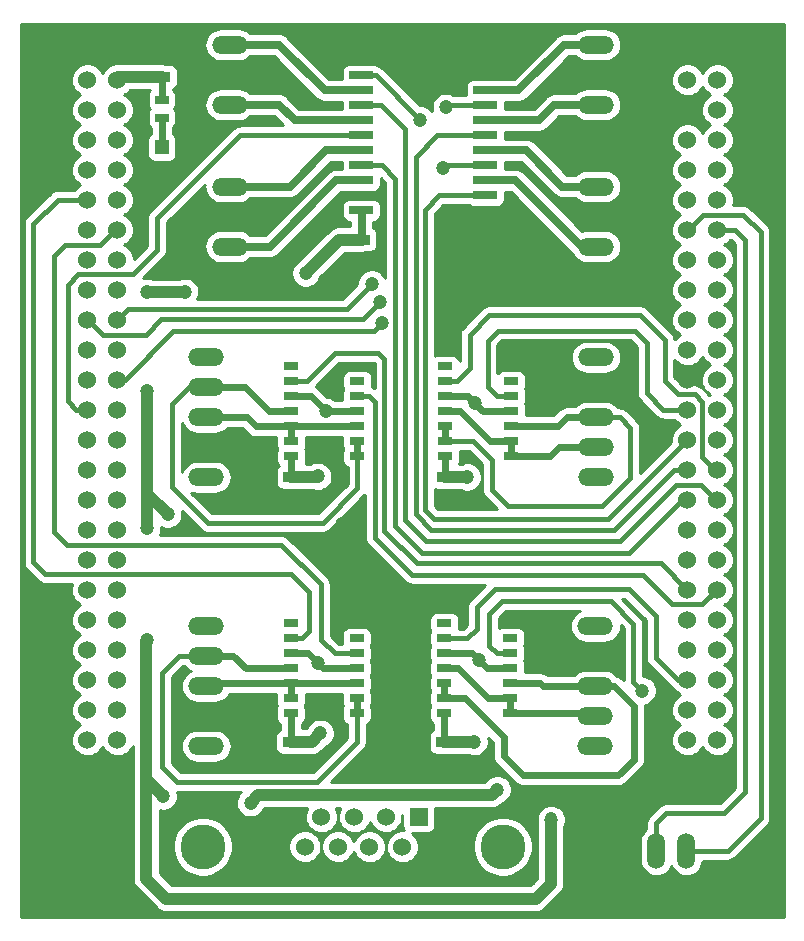
<source format=gtl>
G04 (created by PCBNEW (2013-07-07 BZR 4022)-stable) date 01/03/2015 13:42:32*
%MOIN*%
G04 Gerber Fmt 3.4, Leading zero omitted, Abs format*
%FSLAX34Y34*%
G01*
G70*
G90*
G04 APERTURE LIST*
%ADD10C,0.00590551*%
%ADD11O,0.1187X0.0593*%
%ADD12R,0.06X0.06*%
%ADD13C,0.06*%
%ADD14R,0.055X0.035*%
%ADD15O,0.0593X0.1187*%
%ADD16C,0.15*%
%ADD17R,0.0787402X0.0275591*%
%ADD18R,0.05X0.025*%
%ADD19R,0.045X0.025*%
%ADD20R,0.0472X0.0472*%
%ADD21C,0.0472441*%
%ADD22C,0.0393701*%
%ADD23C,0.015748*%
%ADD24C,0.023622*%
%ADD25C,0.019685*%
%ADD26C,0.0275591*%
%ADD27C,0.01*%
G04 APERTURE END LIST*
G54D10*
G54D11*
X87775Y-57810D03*
X87775Y-56810D03*
X87775Y-55810D03*
X87775Y-54810D03*
X87775Y-53810D03*
G54D12*
X90838Y-34594D03*
G54D13*
X91838Y-34594D03*
X90838Y-39594D03*
X91838Y-35594D03*
X90838Y-40594D03*
X91838Y-36594D03*
X90838Y-41594D03*
X91838Y-37594D03*
X90838Y-42594D03*
X91838Y-38594D03*
X90838Y-43594D03*
X91838Y-39594D03*
X90838Y-44594D03*
X91838Y-40594D03*
X90838Y-45594D03*
X91838Y-41594D03*
X90838Y-46594D03*
X91838Y-42594D03*
X90838Y-47594D03*
X91838Y-43594D03*
X90838Y-48594D03*
X91838Y-44594D03*
X90838Y-49594D03*
X91838Y-45594D03*
X91838Y-46594D03*
X90838Y-50594D03*
X91838Y-47594D03*
X91838Y-49594D03*
X91838Y-50594D03*
X91838Y-51594D03*
X91838Y-52594D03*
X90838Y-51594D03*
X90838Y-52594D03*
X90838Y-35594D03*
X90838Y-36594D03*
X90838Y-37594D03*
X90838Y-38594D03*
X90838Y-53594D03*
X91838Y-53594D03*
X91838Y-48594D03*
X90838Y-54594D03*
X91838Y-54594D03*
X90838Y-55594D03*
X91838Y-55594D03*
X90838Y-56594D03*
X91838Y-56594D03*
X90838Y-57594D03*
X91838Y-57594D03*
X90838Y-58594D03*
X91838Y-58594D03*
G54D12*
X70838Y-34594D03*
G54D13*
X71838Y-34594D03*
X70838Y-39594D03*
X71838Y-35594D03*
X70838Y-40594D03*
X71838Y-36594D03*
X70838Y-41594D03*
X71838Y-37594D03*
X70838Y-42594D03*
X71838Y-38594D03*
X70838Y-43594D03*
X71838Y-39594D03*
X70838Y-44594D03*
X71838Y-40594D03*
X70838Y-45594D03*
X71838Y-41594D03*
X70838Y-46594D03*
X71838Y-42594D03*
X70838Y-47594D03*
X71838Y-43594D03*
X70838Y-48594D03*
X71838Y-44594D03*
X70838Y-49594D03*
X71838Y-45594D03*
X71838Y-46594D03*
X70838Y-50594D03*
X71838Y-47594D03*
X71838Y-49594D03*
X71838Y-50594D03*
X71838Y-51594D03*
X71838Y-52594D03*
X70838Y-51594D03*
X70838Y-52594D03*
X70838Y-35594D03*
X70838Y-36594D03*
X70838Y-37594D03*
X70838Y-38594D03*
X70838Y-53594D03*
X71838Y-53594D03*
X71838Y-48594D03*
X70838Y-54594D03*
X71838Y-54594D03*
X70838Y-55594D03*
X71838Y-55594D03*
X70838Y-56594D03*
X71838Y-56594D03*
X70838Y-57594D03*
X71838Y-57594D03*
X70838Y-58594D03*
X71838Y-58594D03*
G54D14*
X82760Y-48837D03*
X82760Y-49587D03*
X82740Y-57665D03*
X82740Y-58415D03*
X77620Y-57665D03*
X77620Y-58415D03*
X77640Y-48837D03*
X77640Y-49587D03*
X79980Y-40925D03*
X79980Y-41675D03*
X73340Y-35495D03*
X73340Y-34745D03*
G54D15*
X88800Y-61300D03*
X89800Y-61300D03*
X90800Y-61300D03*
G54D11*
X87795Y-36433D03*
X87795Y-35433D03*
X87795Y-34433D03*
X87795Y-41157D03*
X87795Y-40157D03*
X87795Y-39157D03*
X75590Y-36433D03*
X75590Y-35433D03*
X75590Y-34433D03*
X75590Y-41157D03*
X75590Y-40157D03*
X75590Y-39157D03*
G54D16*
X74690Y-61160D03*
X84690Y-61160D03*
G54D12*
X81890Y-60160D03*
G54D13*
X80790Y-60160D03*
X79740Y-60160D03*
X78640Y-60160D03*
X77540Y-60160D03*
X81340Y-61160D03*
X80240Y-61160D03*
X79190Y-61160D03*
X78090Y-61160D03*
G54D17*
X84106Y-39950D03*
X84106Y-39450D03*
X84106Y-38950D03*
X84106Y-38450D03*
X84106Y-37950D03*
X84106Y-37450D03*
X84106Y-36950D03*
X84106Y-36450D03*
X84106Y-35950D03*
X84106Y-35450D03*
X79973Y-35450D03*
X79973Y-35950D03*
X79973Y-36450D03*
X79973Y-36950D03*
X79973Y-37450D03*
X79973Y-37950D03*
X79973Y-38450D03*
X79973Y-38950D03*
X79973Y-39450D03*
X79973Y-39950D03*
G54D18*
X79840Y-48153D03*
X79840Y-47653D03*
X79840Y-47153D03*
X79840Y-46653D03*
X79840Y-46153D03*
X79840Y-45653D03*
X79840Y-45153D03*
X77640Y-45153D03*
X77640Y-45653D03*
X77640Y-46153D03*
X77640Y-46653D03*
X77640Y-47153D03*
X77640Y-47653D03*
X77640Y-48153D03*
X79820Y-56720D03*
X79820Y-56220D03*
X79820Y-55720D03*
X79820Y-55220D03*
X79820Y-54720D03*
X79820Y-54220D03*
X79820Y-53720D03*
X77620Y-53720D03*
X77620Y-54220D03*
X77620Y-54720D03*
X77620Y-55220D03*
X77620Y-55720D03*
X77620Y-56220D03*
X77620Y-56720D03*
X84938Y-56720D03*
X84938Y-56220D03*
X84938Y-55720D03*
X84938Y-55220D03*
X84938Y-54720D03*
X84938Y-54220D03*
X84938Y-53720D03*
X82738Y-53720D03*
X82738Y-54220D03*
X82738Y-54720D03*
X82738Y-55220D03*
X82738Y-55720D03*
X82738Y-56220D03*
X82738Y-56720D03*
X84958Y-48153D03*
X84958Y-47653D03*
X84958Y-47153D03*
X84958Y-46653D03*
X84958Y-46153D03*
X84958Y-45653D03*
X84958Y-45153D03*
X82758Y-45153D03*
X82758Y-45653D03*
X82758Y-46153D03*
X82758Y-46653D03*
X82758Y-47153D03*
X82758Y-47653D03*
X82758Y-48153D03*
G54D11*
X87795Y-48850D03*
X87795Y-47850D03*
X87795Y-46850D03*
X87795Y-45850D03*
X87795Y-44850D03*
X74803Y-53810D03*
X74803Y-54810D03*
X74803Y-55810D03*
X74803Y-56810D03*
X74803Y-57810D03*
X74803Y-44850D03*
X74803Y-45850D03*
X74803Y-46850D03*
X74803Y-47850D03*
X74803Y-48850D03*
G54D19*
X73320Y-36860D03*
X73320Y-36260D03*
G54D20*
X73320Y-37847D03*
X73320Y-38673D03*
G54D21*
X84500Y-59260D03*
X76280Y-59700D03*
X78520Y-48820D03*
X83500Y-48840D03*
X78600Y-57380D03*
X83740Y-57660D03*
X83880Y-54940D03*
X83760Y-46380D03*
X78530Y-55050D03*
X78793Y-46653D03*
X86300Y-60260D03*
X73360Y-59480D03*
X72820Y-54280D03*
X72820Y-50540D03*
X73520Y-50080D03*
X74080Y-42680D03*
X72820Y-42680D03*
X72820Y-45960D03*
X78120Y-42040D03*
X89340Y-55960D03*
X80660Y-43720D03*
X82680Y-38540D03*
X80600Y-43020D03*
X82800Y-36520D03*
X80320Y-42400D03*
X81940Y-36940D03*
X84000Y-49700D03*
X85060Y-44560D03*
X76700Y-49680D03*
X82160Y-53080D03*
X79320Y-50420D03*
X76720Y-58440D03*
X82700Y-44240D03*
X78960Y-45600D03*
X78980Y-42180D03*
X78320Y-40760D03*
X85340Y-34840D03*
X85340Y-40240D03*
X89700Y-47440D03*
X83580Y-58660D03*
G54D22*
X84320Y-59440D02*
X84500Y-59260D01*
X76540Y-59440D02*
X84320Y-59440D01*
X76280Y-59700D02*
X76540Y-59440D01*
X78502Y-48837D02*
X78520Y-48820D01*
X77640Y-48837D02*
X78502Y-48837D01*
X83497Y-48837D02*
X83500Y-48840D01*
X82760Y-48837D02*
X83497Y-48837D01*
X77620Y-57665D02*
X78314Y-57665D01*
X78314Y-57665D02*
X78600Y-57380D01*
X83734Y-57665D02*
X83740Y-57660D01*
X82740Y-57665D02*
X83734Y-57665D01*
G54D23*
X83710Y-46330D02*
X83760Y-46380D01*
G54D24*
X77620Y-56720D02*
X77620Y-57665D01*
X77620Y-57665D02*
X77620Y-57665D01*
X82738Y-56720D02*
X82738Y-57663D01*
X82738Y-57663D02*
X82740Y-57665D01*
X82758Y-48153D02*
X82758Y-48835D01*
X82758Y-48835D02*
X82760Y-48837D01*
X77640Y-48153D02*
X77640Y-48837D01*
X77640Y-48837D02*
X77640Y-48837D01*
G54D23*
X82758Y-48835D02*
X82760Y-48837D01*
G54D24*
X84938Y-55220D02*
X84160Y-55220D01*
X84160Y-55220D02*
X83880Y-54940D01*
X83660Y-54720D02*
X82738Y-54720D01*
X83880Y-54940D02*
X83660Y-54720D01*
X77620Y-54720D02*
X78200Y-54720D01*
X78200Y-54720D02*
X78530Y-55050D01*
X78530Y-55050D02*
X78700Y-55220D01*
X78700Y-55220D02*
X79820Y-55220D01*
X79840Y-46653D02*
X78793Y-46653D01*
X78293Y-46153D02*
X77640Y-46153D01*
X78793Y-46653D02*
X78293Y-46153D01*
X82758Y-46153D02*
X83533Y-46153D01*
X83533Y-46153D02*
X83710Y-46330D01*
X83710Y-46330D02*
X84033Y-46653D01*
X84033Y-46653D02*
X84958Y-46653D01*
X86280Y-60260D02*
X86280Y-60220D01*
X86300Y-60260D02*
X86280Y-60260D01*
G54D22*
X86280Y-60220D02*
X86280Y-62400D01*
X85780Y-62900D02*
X86280Y-62400D01*
X73460Y-62900D02*
X85780Y-62900D01*
X72800Y-62240D02*
X73460Y-62900D01*
X72800Y-62240D02*
X72800Y-58660D01*
X72840Y-48820D02*
X72840Y-50520D01*
X72800Y-58920D02*
X73360Y-59480D01*
X72800Y-54300D02*
X72800Y-58660D01*
X72800Y-58660D02*
X72800Y-58920D01*
X72820Y-54280D02*
X72800Y-54300D01*
X72840Y-50520D02*
X72820Y-50540D01*
X72840Y-49400D02*
X72840Y-48820D01*
X72840Y-48820D02*
X72840Y-48780D01*
X73520Y-50080D02*
X72840Y-49400D01*
X74080Y-42680D02*
X72820Y-42680D01*
X72820Y-45960D02*
X72840Y-45980D01*
X72840Y-45980D02*
X72840Y-48780D01*
G54D24*
X79973Y-39950D02*
X79973Y-40918D01*
X79973Y-40918D02*
X79980Y-40925D01*
G54D22*
X78120Y-42040D02*
X79235Y-40925D01*
X79235Y-40925D02*
X79980Y-40925D01*
X73340Y-35495D02*
X71938Y-35495D01*
X71938Y-35495D02*
X71838Y-35594D01*
G54D24*
X79980Y-40925D02*
X79235Y-40925D01*
X79980Y-40925D02*
X79980Y-39956D01*
X79980Y-39956D02*
X79973Y-39950D01*
G54D25*
X79980Y-39956D02*
X79973Y-39950D01*
G54D24*
X73340Y-35495D02*
X73340Y-36240D01*
X73340Y-36240D02*
X73320Y-36260D01*
G54D23*
X90580Y-53080D02*
X90340Y-53080D01*
X90340Y-53080D02*
X89360Y-52100D01*
X80233Y-46153D02*
X80420Y-46340D01*
X80420Y-46340D02*
X80420Y-50320D01*
X79840Y-46153D02*
X80233Y-46153D01*
X80420Y-50320D02*
X80420Y-50560D01*
X80420Y-50860D02*
X81660Y-52100D01*
X81660Y-52100D02*
X89360Y-52100D01*
X80420Y-50560D02*
X80420Y-50860D01*
X91838Y-52594D02*
X91825Y-52594D01*
X91340Y-53080D02*
X90580Y-53080D01*
X91825Y-52594D02*
X91340Y-53080D01*
X79820Y-54720D02*
X79080Y-54720D01*
X77300Y-51100D02*
X73060Y-51100D01*
X78620Y-52420D02*
X77300Y-51100D01*
X78620Y-54260D02*
X78620Y-52420D01*
X79080Y-54720D02*
X78620Y-54260D01*
X71838Y-40594D02*
X71765Y-40594D01*
X70160Y-51100D02*
X73060Y-51100D01*
X69720Y-50660D02*
X70160Y-51100D01*
X69720Y-41480D02*
X69720Y-50660D01*
X70100Y-41100D02*
X69720Y-41480D01*
X71260Y-41100D02*
X70100Y-41100D01*
X71765Y-40594D02*
X71260Y-41100D01*
X84240Y-53600D02*
X84240Y-53400D01*
X88280Y-52980D02*
X89040Y-53740D01*
X84660Y-52980D02*
X88280Y-52980D01*
X84240Y-53400D02*
X84660Y-52980D01*
X84480Y-54720D02*
X84240Y-54480D01*
X84240Y-54480D02*
X84240Y-53600D01*
X89040Y-53740D02*
X89040Y-55660D01*
X89040Y-55660D02*
X89340Y-55960D01*
X84480Y-54720D02*
X84938Y-54720D01*
X90838Y-46594D02*
X90034Y-46594D01*
X84180Y-44320D02*
X84180Y-45840D01*
X84540Y-43960D02*
X84180Y-44320D01*
X89080Y-43960D02*
X84540Y-43960D01*
X89480Y-44360D02*
X89080Y-43960D01*
X89480Y-46040D02*
X89480Y-44360D01*
X90034Y-46594D02*
X89480Y-46040D01*
X84180Y-45840D02*
X84493Y-46153D01*
X84493Y-46153D02*
X84958Y-46153D01*
G54D24*
X79840Y-47153D02*
X77640Y-47153D01*
X77640Y-47653D02*
X77640Y-47153D01*
X77640Y-47153D02*
X76453Y-47153D01*
X76150Y-46850D02*
X74803Y-46850D01*
X76453Y-47153D02*
X76150Y-46850D01*
X79820Y-55720D02*
X77620Y-55720D01*
X77620Y-56220D02*
X77620Y-55720D01*
X77620Y-55720D02*
X76280Y-55720D01*
X76280Y-55720D02*
X74873Y-55720D01*
X74873Y-55720D02*
X74783Y-55810D01*
X82738Y-56220D02*
X83420Y-56220D01*
X84720Y-58140D02*
X85360Y-58780D01*
X84720Y-57520D02*
X84720Y-58140D01*
X83420Y-56220D02*
X84720Y-57520D01*
X87775Y-55810D02*
X88390Y-55810D01*
X88390Y-55810D02*
X89060Y-56480D01*
X89060Y-56480D02*
X89060Y-58260D01*
X89060Y-58260D02*
X88540Y-58780D01*
X88540Y-58780D02*
X85360Y-58780D01*
X84938Y-55720D02*
X85940Y-55720D01*
X85940Y-55720D02*
X86030Y-55810D01*
X87775Y-55810D02*
X86030Y-55810D01*
X82738Y-56220D02*
X82738Y-55720D01*
G54D23*
X82758Y-47653D02*
X83693Y-47653D01*
X84320Y-49260D02*
X84870Y-49810D01*
X84320Y-48280D02*
X84320Y-49260D01*
X83693Y-47653D02*
X84320Y-48280D01*
X84870Y-49810D02*
X87990Y-49810D01*
X87990Y-49810D02*
X88940Y-48860D01*
X87795Y-46850D02*
X88590Y-46850D01*
X88940Y-47200D02*
X88940Y-48860D01*
X88590Y-46850D02*
X88940Y-47200D01*
G54D24*
X82758Y-47653D02*
X82758Y-47153D01*
X87795Y-46850D02*
X86829Y-46850D01*
X86526Y-47153D02*
X86253Y-47153D01*
X86253Y-47153D02*
X84958Y-47153D01*
X86829Y-46850D02*
X86526Y-47153D01*
G54D23*
X74803Y-45850D02*
X74229Y-45850D01*
X79840Y-49219D02*
X79840Y-48153D01*
X78680Y-50380D02*
X79840Y-49219D01*
X74860Y-50380D02*
X78680Y-50380D01*
X73660Y-49180D02*
X74860Y-50380D01*
X73660Y-46420D02*
X73660Y-49180D01*
X74229Y-45850D02*
X73660Y-46420D01*
G54D24*
X79840Y-48153D02*
X79840Y-47653D01*
X77640Y-46653D02*
X76893Y-46653D01*
X76090Y-45850D02*
X76089Y-45850D01*
X76089Y-45850D02*
X74803Y-45850D01*
X76893Y-46653D02*
X76090Y-45850D01*
G54D23*
X73320Y-57400D02*
X73320Y-58500D01*
X78500Y-59000D02*
X79820Y-57679D01*
X73820Y-59000D02*
X78500Y-59000D01*
X73320Y-58500D02*
X73820Y-59000D01*
X74783Y-54810D02*
X73889Y-54810D01*
X79820Y-57679D02*
X79820Y-56720D01*
X73320Y-55380D02*
X73320Y-57400D01*
X73889Y-54810D02*
X73320Y-55380D01*
G54D24*
X79820Y-56720D02*
X79820Y-56220D01*
X74783Y-54810D02*
X75710Y-54810D01*
X76120Y-55220D02*
X76519Y-55220D01*
X76519Y-55220D02*
X77620Y-55220D01*
X75710Y-54810D02*
X76120Y-55220D01*
X82738Y-55220D02*
X83200Y-55220D01*
X84200Y-56220D02*
X84938Y-56220D01*
X83200Y-55220D02*
X84200Y-56220D01*
X84938Y-56220D02*
X84938Y-56720D01*
X84938Y-56720D02*
X86259Y-56720D01*
X86259Y-56720D02*
X87684Y-56720D01*
X87684Y-56720D02*
X87775Y-56810D01*
X82758Y-46653D02*
X83273Y-46653D01*
X84273Y-47653D02*
X84958Y-47653D01*
X83273Y-46653D02*
X84273Y-47653D01*
X84958Y-47653D02*
X84958Y-48153D01*
X84958Y-48153D02*
X86126Y-48153D01*
X86126Y-48153D02*
X86267Y-48153D01*
X86267Y-48153D02*
X86570Y-47850D01*
X86570Y-47850D02*
X87795Y-47850D01*
X86570Y-47850D02*
X87795Y-47850D01*
G54D23*
X80740Y-50180D02*
X80740Y-50640D01*
X89964Y-51720D02*
X90838Y-52594D01*
X81820Y-51720D02*
X89964Y-51720D01*
X80740Y-50640D02*
X81820Y-51720D01*
X77640Y-45653D02*
X78146Y-45653D01*
X80520Y-44700D02*
X80740Y-44920D01*
X79100Y-44700D02*
X80520Y-44700D01*
X78146Y-45653D02*
X79100Y-44700D01*
X80740Y-50180D02*
X80740Y-44920D01*
X70838Y-39594D02*
X69845Y-39594D01*
X77999Y-54220D02*
X77620Y-54220D01*
X78240Y-53980D02*
X77999Y-54220D01*
X78240Y-52680D02*
X78240Y-53980D01*
X77640Y-52080D02*
X78240Y-52680D01*
X69440Y-52080D02*
X77640Y-52080D01*
X69040Y-51680D02*
X69440Y-52080D01*
X69040Y-40400D02*
X69040Y-51680D01*
X69845Y-39594D02*
X69040Y-40400D01*
X83420Y-54220D02*
X83499Y-54220D01*
X83499Y-54220D02*
X83820Y-53900D01*
X83820Y-53180D02*
X83920Y-53080D01*
X83820Y-53900D02*
X83820Y-53180D01*
X82738Y-54220D02*
X83420Y-54220D01*
X90514Y-55594D02*
X90838Y-55594D01*
X89780Y-54860D02*
X90514Y-55594D01*
X89780Y-53480D02*
X89780Y-54860D01*
X88880Y-52580D02*
X89780Y-53480D01*
X84420Y-52580D02*
X88880Y-52580D01*
X83920Y-53080D02*
X84420Y-52580D01*
X91838Y-48594D02*
X91754Y-48594D01*
X83146Y-45653D02*
X82758Y-45653D01*
X83580Y-45220D02*
X83146Y-45653D01*
X83580Y-44100D02*
X83580Y-45220D01*
X84240Y-43440D02*
X83580Y-44100D01*
X89260Y-43440D02*
X84240Y-43440D01*
X90080Y-44260D02*
X89260Y-43440D01*
X90080Y-45640D02*
X90080Y-44260D01*
X90520Y-46080D02*
X90080Y-45640D01*
X91080Y-46080D02*
X90520Y-46080D01*
X91340Y-46340D02*
X91080Y-46080D01*
X91340Y-48180D02*
X91340Y-46340D01*
X91754Y-48594D02*
X91340Y-48180D01*
G54D26*
X79973Y-37950D02*
X78790Y-37950D01*
X77582Y-39157D02*
X75590Y-39157D01*
X78790Y-37950D02*
X77582Y-39157D01*
G54D23*
X80400Y-43980D02*
X79760Y-43980D01*
X80660Y-43720D02*
X80400Y-43980D01*
X71838Y-45594D02*
X72085Y-45594D01*
X72085Y-45594D02*
X73700Y-43980D01*
X73700Y-43980D02*
X79760Y-43980D01*
X82770Y-38450D02*
X82680Y-38540D01*
X84106Y-38450D02*
X82770Y-38450D01*
G54D26*
X79973Y-35950D02*
X78750Y-35950D01*
X77233Y-34433D02*
X75590Y-34433D01*
X78750Y-35950D02*
X77233Y-34433D01*
G54D23*
X80040Y-43580D02*
X79140Y-43580D01*
X73300Y-43580D02*
X79140Y-43580D01*
X72780Y-44100D02*
X73300Y-43580D01*
X71360Y-44100D02*
X72780Y-44100D01*
X70854Y-43594D02*
X71360Y-44100D01*
X70838Y-43594D02*
X70854Y-43594D01*
X80600Y-43020D02*
X80040Y-43580D01*
X82870Y-36450D02*
X84106Y-36450D01*
X82800Y-36520D02*
X82870Y-36450D01*
G54D26*
X84106Y-37950D02*
X85470Y-37950D01*
X86677Y-39157D02*
X87795Y-39157D01*
X85470Y-37950D02*
X86677Y-39157D01*
G54D23*
X79973Y-37450D02*
X75930Y-37450D01*
X75930Y-37450D02*
X75200Y-38180D01*
X70838Y-46594D02*
X70474Y-46594D01*
X70474Y-46594D02*
X70180Y-46300D01*
X70180Y-46300D02*
X70180Y-42440D01*
X70180Y-42440D02*
X70540Y-42080D01*
X70540Y-42080D02*
X72360Y-42080D01*
X72360Y-42080D02*
X73160Y-41280D01*
X73160Y-41280D02*
X73160Y-40220D01*
X73160Y-40220D02*
X75200Y-38180D01*
G54D26*
X84106Y-35950D02*
X85210Y-35950D01*
X86726Y-34433D02*
X87795Y-34433D01*
X85210Y-35950D02*
X86726Y-34433D01*
G54D23*
X72720Y-43240D02*
X72193Y-43240D01*
X72193Y-43240D02*
X71838Y-43594D01*
X79480Y-43240D02*
X77780Y-43240D01*
X80320Y-42400D02*
X79480Y-43240D01*
X72720Y-43240D02*
X77780Y-43240D01*
X80450Y-35450D02*
X79973Y-35450D01*
X81940Y-36940D02*
X80450Y-35450D01*
G54D26*
X75590Y-41157D02*
X76922Y-41157D01*
X79130Y-38950D02*
X79973Y-38950D01*
X76922Y-41157D02*
X79130Y-38950D01*
G54D23*
X82090Y-49720D02*
X82090Y-49930D01*
X88193Y-50240D02*
X90838Y-47594D01*
X82400Y-50240D02*
X88193Y-50240D01*
X82090Y-49930D02*
X82400Y-50240D01*
X82090Y-49720D02*
X82090Y-39930D01*
X82570Y-39450D02*
X84106Y-39450D01*
X82090Y-39930D02*
X82570Y-39450D01*
G54D26*
X79973Y-36950D02*
X77750Y-36950D01*
X77233Y-36433D02*
X75590Y-36433D01*
X77750Y-36950D02*
X77233Y-36433D01*
G54D23*
X81780Y-50060D02*
X81780Y-50080D01*
X90405Y-48594D02*
X90838Y-48594D01*
X88400Y-50600D02*
X90405Y-48594D01*
X82300Y-50600D02*
X88400Y-50600D01*
X81780Y-50080D02*
X82300Y-50600D01*
X81780Y-39200D02*
X81780Y-38180D01*
X81780Y-38180D02*
X82510Y-37450D01*
X82510Y-37450D02*
X84106Y-37450D01*
X81780Y-50060D02*
X81780Y-39200D01*
X81780Y-39200D02*
X81780Y-39060D01*
X84106Y-37450D02*
X82510Y-37450D01*
G54D26*
X84106Y-38950D02*
X85110Y-38950D01*
X87317Y-41157D02*
X87795Y-41157D01*
X85110Y-38950D02*
X87317Y-41157D01*
G54D23*
X81100Y-50100D02*
X81100Y-50480D01*
X90645Y-49594D02*
X90838Y-49594D01*
X88880Y-51360D02*
X90645Y-49594D01*
X81980Y-51360D02*
X88880Y-51360D01*
X81100Y-50480D02*
X81980Y-51360D01*
X80650Y-38450D02*
X79973Y-38450D01*
X81100Y-38900D02*
X80650Y-38450D01*
X81100Y-50100D02*
X81100Y-38900D01*
G54D26*
X84106Y-36950D02*
X85890Y-36950D01*
X86406Y-36433D02*
X87795Y-36433D01*
X85890Y-36950D02*
X86406Y-36433D01*
G54D23*
X81420Y-49880D02*
X81420Y-50260D01*
X90460Y-49100D02*
X90520Y-49100D01*
X88580Y-50980D02*
X90460Y-49100D01*
X82140Y-50980D02*
X88580Y-50980D01*
X81420Y-50260D02*
X82140Y-50980D01*
X81420Y-49880D02*
X81420Y-37240D01*
X81420Y-37240D02*
X80630Y-36450D01*
X90960Y-49100D02*
X90520Y-49100D01*
X91838Y-49594D02*
X91794Y-49594D01*
X91300Y-49100D02*
X90960Y-49100D01*
X91794Y-49594D02*
X91300Y-49100D01*
X80630Y-36450D02*
X79973Y-36450D01*
X80630Y-36450D02*
X79973Y-36450D01*
X79973Y-36450D02*
X80630Y-36450D01*
X90838Y-40594D02*
X90865Y-40594D01*
X92180Y-61300D02*
X90800Y-61300D01*
X93280Y-60200D02*
X92180Y-61300D01*
X93280Y-40680D02*
X93280Y-60200D01*
X92700Y-40100D02*
X93280Y-40680D01*
X91360Y-40100D02*
X92700Y-40100D01*
X90865Y-40594D02*
X91360Y-40100D01*
X91838Y-40594D02*
X92414Y-40594D01*
X89800Y-60380D02*
X89800Y-61300D01*
X90140Y-60040D02*
X89800Y-60380D01*
X92060Y-60040D02*
X90140Y-60040D01*
X92760Y-59340D02*
X92060Y-60040D01*
X92760Y-40940D02*
X92760Y-59340D01*
X92414Y-40594D02*
X92760Y-40940D01*
G54D24*
X84938Y-53720D02*
X85880Y-53720D01*
X86530Y-54810D02*
X87775Y-54810D01*
X86220Y-54500D02*
X86530Y-54810D01*
X86220Y-54060D02*
X86220Y-54500D01*
X85880Y-53720D02*
X86220Y-54060D01*
G54D22*
X83980Y-49700D02*
X84000Y-49700D01*
X83867Y-49587D02*
X83980Y-49700D01*
G54D23*
X84958Y-44661D02*
X84958Y-45153D01*
X85060Y-44560D02*
X84958Y-44661D01*
G54D22*
X74803Y-47850D02*
X75750Y-47850D01*
X76700Y-48800D02*
X76700Y-49680D01*
X75750Y-47850D02*
X76700Y-48800D01*
X82760Y-49587D02*
X83867Y-49587D01*
X82160Y-53080D02*
X80780Y-53080D01*
X79320Y-51620D02*
X79320Y-50420D01*
X80780Y-53080D02*
X79320Y-51620D01*
G54D24*
X76724Y-58415D02*
X76720Y-58420D01*
X76720Y-58420D02*
X76720Y-58440D01*
X76724Y-58415D02*
X77620Y-58415D01*
G54D22*
X70838Y-58594D02*
X71838Y-58594D01*
X71838Y-34594D02*
X73189Y-34594D01*
X73189Y-34594D02*
X73340Y-34745D01*
X70838Y-34594D02*
X71838Y-34594D01*
X75590Y-35433D02*
X74773Y-35433D01*
X74773Y-35433D02*
X74085Y-34745D01*
X74085Y-34745D02*
X73340Y-34745D01*
X82700Y-44240D02*
X83300Y-43640D01*
X83300Y-43640D02*
X83300Y-42480D01*
X83300Y-42480D02*
X85340Y-40440D01*
X85340Y-40440D02*
X85340Y-40240D01*
G54D24*
X79840Y-45153D02*
X79406Y-45153D01*
X79406Y-45153D02*
X78960Y-45600D01*
X79485Y-41675D02*
X79980Y-41675D01*
X79485Y-41675D02*
X78980Y-42180D01*
X79330Y-39450D02*
X78320Y-40460D01*
X79330Y-39450D02*
X79973Y-39450D01*
X78320Y-40460D02*
X78320Y-40760D01*
X73320Y-38673D02*
X73607Y-38673D01*
X74380Y-37900D02*
X74380Y-35040D01*
X73607Y-38673D02*
X74380Y-37900D01*
X73340Y-34745D02*
X74085Y-34745D01*
X74085Y-34745D02*
X74380Y-35040D01*
X74380Y-35040D02*
X74773Y-35433D01*
X73189Y-34594D02*
X73340Y-34745D01*
X84730Y-35450D02*
X85340Y-34840D01*
X84730Y-35450D02*
X84106Y-35450D01*
X85050Y-39950D02*
X84106Y-39950D01*
X85050Y-39950D02*
X85340Y-40240D01*
X76792Y-49587D02*
X76700Y-49680D01*
X76792Y-49587D02*
X77640Y-49587D01*
X82740Y-58415D02*
X83335Y-58415D01*
X83335Y-58415D02*
X83580Y-58660D01*
X73320Y-36860D02*
X73320Y-37847D01*
G54D10*
G36*
X79491Y-57543D02*
X78363Y-58671D01*
X75650Y-58671D01*
X75650Y-57814D01*
X75641Y-57708D01*
X75610Y-57605D01*
X75561Y-57511D01*
X75494Y-57428D01*
X75412Y-57359D01*
X75319Y-57308D01*
X75217Y-57276D01*
X75111Y-57264D01*
X75104Y-57264D01*
X74502Y-57264D01*
X74395Y-57274D01*
X74293Y-57305D01*
X74199Y-57355D01*
X74116Y-57422D01*
X74048Y-57505D01*
X73998Y-57598D01*
X73966Y-57700D01*
X73955Y-57806D01*
X73965Y-57913D01*
X73995Y-58015D01*
X74044Y-58109D01*
X74111Y-58193D01*
X74193Y-58261D01*
X74286Y-58313D01*
X74388Y-58345D01*
X74494Y-58357D01*
X74502Y-58357D01*
X75104Y-58357D01*
X75210Y-58346D01*
X75312Y-58315D01*
X75406Y-58265D01*
X75489Y-58198D01*
X75557Y-58116D01*
X75608Y-58022D01*
X75639Y-57920D01*
X75650Y-57814D01*
X75650Y-58671D01*
X73956Y-58671D01*
X73648Y-58363D01*
X73648Y-57400D01*
X73648Y-55516D01*
X74025Y-55139D01*
X74068Y-55139D01*
X74111Y-55193D01*
X74193Y-55261D01*
X74283Y-55311D01*
X74199Y-55355D01*
X74116Y-55422D01*
X74048Y-55505D01*
X73998Y-55598D01*
X73966Y-55700D01*
X73955Y-55806D01*
X73965Y-55913D01*
X73995Y-56015D01*
X74044Y-56109D01*
X74111Y-56193D01*
X74193Y-56261D01*
X74286Y-56313D01*
X74388Y-56345D01*
X74494Y-56357D01*
X74502Y-56357D01*
X75104Y-56357D01*
X75210Y-56346D01*
X75312Y-56315D01*
X75406Y-56265D01*
X75489Y-56198D01*
X75557Y-56116D01*
X75572Y-56088D01*
X76280Y-56088D01*
X77120Y-56088D01*
X77119Y-56117D01*
X77120Y-56369D01*
X77129Y-56417D01*
X77148Y-56463D01*
X77152Y-56470D01*
X77149Y-56475D01*
X77130Y-56520D01*
X77120Y-56568D01*
X77119Y-56617D01*
X77120Y-56869D01*
X77129Y-56917D01*
X77148Y-56963D01*
X77175Y-57003D01*
X77210Y-57038D01*
X77250Y-57066D01*
X77252Y-57066D01*
X77252Y-57258D01*
X77227Y-57268D01*
X77186Y-57295D01*
X77151Y-57330D01*
X77124Y-57370D01*
X77105Y-57416D01*
X77095Y-57464D01*
X77094Y-57513D01*
X77094Y-57864D01*
X77104Y-57912D01*
X77123Y-57958D01*
X77150Y-57999D01*
X77184Y-58033D01*
X77225Y-58061D01*
X77270Y-58080D01*
X77318Y-58090D01*
X77367Y-58090D01*
X77489Y-58090D01*
X77527Y-58102D01*
X77613Y-58112D01*
X77620Y-58112D01*
X78314Y-58112D01*
X78355Y-58108D01*
X78396Y-58104D01*
X78399Y-58103D01*
X78401Y-58103D01*
X78440Y-58091D01*
X78480Y-58080D01*
X78482Y-58079D01*
X78484Y-58078D01*
X78521Y-58059D01*
X78558Y-58040D01*
X78559Y-58038D01*
X78561Y-58037D01*
X78593Y-58011D01*
X78626Y-57985D01*
X78629Y-57982D01*
X78629Y-57982D01*
X78629Y-57982D01*
X78630Y-57981D01*
X78780Y-57831D01*
X78820Y-57816D01*
X78900Y-57765D01*
X78969Y-57699D01*
X79024Y-57621D01*
X79063Y-57534D01*
X79084Y-57441D01*
X79086Y-57332D01*
X79067Y-57238D01*
X79031Y-57150D01*
X78978Y-57071D01*
X78911Y-57003D01*
X78832Y-56950D01*
X78744Y-56913D01*
X78651Y-56894D01*
X78555Y-56893D01*
X78462Y-56911D01*
X78373Y-56947D01*
X78293Y-56999D01*
X78225Y-57065D01*
X78171Y-57144D01*
X78148Y-57199D01*
X78129Y-57218D01*
X77988Y-57218D01*
X77988Y-57066D01*
X78028Y-57039D01*
X78063Y-57005D01*
X78091Y-56964D01*
X78110Y-56919D01*
X78119Y-56871D01*
X78120Y-56822D01*
X78120Y-56570D01*
X78110Y-56522D01*
X78091Y-56477D01*
X78087Y-56470D01*
X78091Y-56464D01*
X78110Y-56419D01*
X78119Y-56371D01*
X78120Y-56322D01*
X78120Y-56088D01*
X79320Y-56088D01*
X79319Y-56117D01*
X79320Y-56369D01*
X79329Y-56417D01*
X79348Y-56463D01*
X79352Y-56470D01*
X79349Y-56475D01*
X79330Y-56520D01*
X79320Y-56568D01*
X79319Y-56617D01*
X79320Y-56869D01*
X79329Y-56917D01*
X79348Y-56963D01*
X79375Y-57003D01*
X79410Y-57038D01*
X79450Y-57066D01*
X79491Y-57083D01*
X79491Y-57543D01*
X79491Y-57543D01*
G37*
G54D27*
X79491Y-57543D02*
X78363Y-58671D01*
X75650Y-58671D01*
X75650Y-57814D01*
X75641Y-57708D01*
X75610Y-57605D01*
X75561Y-57511D01*
X75494Y-57428D01*
X75412Y-57359D01*
X75319Y-57308D01*
X75217Y-57276D01*
X75111Y-57264D01*
X75104Y-57264D01*
X74502Y-57264D01*
X74395Y-57274D01*
X74293Y-57305D01*
X74199Y-57355D01*
X74116Y-57422D01*
X74048Y-57505D01*
X73998Y-57598D01*
X73966Y-57700D01*
X73955Y-57806D01*
X73965Y-57913D01*
X73995Y-58015D01*
X74044Y-58109D01*
X74111Y-58193D01*
X74193Y-58261D01*
X74286Y-58313D01*
X74388Y-58345D01*
X74494Y-58357D01*
X74502Y-58357D01*
X75104Y-58357D01*
X75210Y-58346D01*
X75312Y-58315D01*
X75406Y-58265D01*
X75489Y-58198D01*
X75557Y-58116D01*
X75608Y-58022D01*
X75639Y-57920D01*
X75650Y-57814D01*
X75650Y-58671D01*
X73956Y-58671D01*
X73648Y-58363D01*
X73648Y-57400D01*
X73648Y-55516D01*
X74025Y-55139D01*
X74068Y-55139D01*
X74111Y-55193D01*
X74193Y-55261D01*
X74283Y-55311D01*
X74199Y-55355D01*
X74116Y-55422D01*
X74048Y-55505D01*
X73998Y-55598D01*
X73966Y-55700D01*
X73955Y-55806D01*
X73965Y-55913D01*
X73995Y-56015D01*
X74044Y-56109D01*
X74111Y-56193D01*
X74193Y-56261D01*
X74286Y-56313D01*
X74388Y-56345D01*
X74494Y-56357D01*
X74502Y-56357D01*
X75104Y-56357D01*
X75210Y-56346D01*
X75312Y-56315D01*
X75406Y-56265D01*
X75489Y-56198D01*
X75557Y-56116D01*
X75572Y-56088D01*
X76280Y-56088D01*
X77120Y-56088D01*
X77119Y-56117D01*
X77120Y-56369D01*
X77129Y-56417D01*
X77148Y-56463D01*
X77152Y-56470D01*
X77149Y-56475D01*
X77130Y-56520D01*
X77120Y-56568D01*
X77119Y-56617D01*
X77120Y-56869D01*
X77129Y-56917D01*
X77148Y-56963D01*
X77175Y-57003D01*
X77210Y-57038D01*
X77250Y-57066D01*
X77252Y-57066D01*
X77252Y-57258D01*
X77227Y-57268D01*
X77186Y-57295D01*
X77151Y-57330D01*
X77124Y-57370D01*
X77105Y-57416D01*
X77095Y-57464D01*
X77094Y-57513D01*
X77094Y-57864D01*
X77104Y-57912D01*
X77123Y-57958D01*
X77150Y-57999D01*
X77184Y-58033D01*
X77225Y-58061D01*
X77270Y-58080D01*
X77318Y-58090D01*
X77367Y-58090D01*
X77489Y-58090D01*
X77527Y-58102D01*
X77613Y-58112D01*
X77620Y-58112D01*
X78314Y-58112D01*
X78355Y-58108D01*
X78396Y-58104D01*
X78399Y-58103D01*
X78401Y-58103D01*
X78440Y-58091D01*
X78480Y-58080D01*
X78482Y-58079D01*
X78484Y-58078D01*
X78521Y-58059D01*
X78558Y-58040D01*
X78559Y-58038D01*
X78561Y-58037D01*
X78593Y-58011D01*
X78626Y-57985D01*
X78629Y-57982D01*
X78629Y-57982D01*
X78629Y-57982D01*
X78630Y-57981D01*
X78780Y-57831D01*
X78820Y-57816D01*
X78900Y-57765D01*
X78969Y-57699D01*
X79024Y-57621D01*
X79063Y-57534D01*
X79084Y-57441D01*
X79086Y-57332D01*
X79067Y-57238D01*
X79031Y-57150D01*
X78978Y-57071D01*
X78911Y-57003D01*
X78832Y-56950D01*
X78744Y-56913D01*
X78651Y-56894D01*
X78555Y-56893D01*
X78462Y-56911D01*
X78373Y-56947D01*
X78293Y-56999D01*
X78225Y-57065D01*
X78171Y-57144D01*
X78148Y-57199D01*
X78129Y-57218D01*
X77988Y-57218D01*
X77988Y-57066D01*
X78028Y-57039D01*
X78063Y-57005D01*
X78091Y-56964D01*
X78110Y-56919D01*
X78119Y-56871D01*
X78120Y-56822D01*
X78120Y-56570D01*
X78110Y-56522D01*
X78091Y-56477D01*
X78087Y-56470D01*
X78091Y-56464D01*
X78110Y-56419D01*
X78119Y-56371D01*
X78120Y-56322D01*
X78120Y-56088D01*
X79320Y-56088D01*
X79319Y-56117D01*
X79320Y-56369D01*
X79329Y-56417D01*
X79348Y-56463D01*
X79352Y-56470D01*
X79349Y-56475D01*
X79330Y-56520D01*
X79320Y-56568D01*
X79319Y-56617D01*
X79320Y-56869D01*
X79329Y-56917D01*
X79348Y-56963D01*
X79375Y-57003D01*
X79410Y-57038D01*
X79450Y-57066D01*
X79491Y-57083D01*
X79491Y-57543D01*
G54D10*
G36*
X79511Y-49083D02*
X78543Y-50051D01*
X74996Y-50051D01*
X74302Y-49357D01*
X74388Y-49384D01*
X74494Y-49396D01*
X74502Y-49396D01*
X75104Y-49396D01*
X75210Y-49386D01*
X75312Y-49355D01*
X75406Y-49305D01*
X75489Y-49238D01*
X75557Y-49155D01*
X75608Y-49062D01*
X75639Y-48960D01*
X75650Y-48854D01*
X75641Y-48747D01*
X75610Y-48645D01*
X75561Y-48551D01*
X75494Y-48468D01*
X75412Y-48399D01*
X75319Y-48348D01*
X75217Y-48315D01*
X75111Y-48303D01*
X75104Y-48303D01*
X74502Y-48303D01*
X74395Y-48314D01*
X74293Y-48345D01*
X74199Y-48395D01*
X74116Y-48462D01*
X74048Y-48544D01*
X73998Y-48638D01*
X73988Y-48669D01*
X73988Y-47032D01*
X73995Y-47055D01*
X74044Y-47149D01*
X74111Y-47232D01*
X74193Y-47301D01*
X74286Y-47352D01*
X74388Y-47384D01*
X74494Y-47396D01*
X74502Y-47396D01*
X75104Y-47396D01*
X75210Y-47386D01*
X75312Y-47355D01*
X75406Y-47305D01*
X75489Y-47238D01*
X75505Y-47218D01*
X75997Y-47218D01*
X76193Y-47413D01*
X76219Y-47435D01*
X76245Y-47457D01*
X76247Y-47458D01*
X76248Y-47459D01*
X76278Y-47475D01*
X76308Y-47491D01*
X76310Y-47492D01*
X76312Y-47493D01*
X76344Y-47503D01*
X76377Y-47513D01*
X76378Y-47513D01*
X76380Y-47514D01*
X76414Y-47517D01*
X76448Y-47521D01*
X76452Y-47521D01*
X76452Y-47521D01*
X76452Y-47521D01*
X76453Y-47521D01*
X77140Y-47521D01*
X77139Y-47551D01*
X77140Y-47803D01*
X77149Y-47851D01*
X77168Y-47896D01*
X77172Y-47903D01*
X77169Y-47909D01*
X77150Y-47954D01*
X77140Y-48002D01*
X77139Y-48051D01*
X77140Y-48303D01*
X77149Y-48351D01*
X77168Y-48396D01*
X77195Y-48437D01*
X77218Y-48460D01*
X77206Y-48467D01*
X77171Y-48502D01*
X77144Y-48543D01*
X77125Y-48588D01*
X77115Y-48636D01*
X77114Y-48685D01*
X77114Y-49037D01*
X77124Y-49085D01*
X77143Y-49130D01*
X77170Y-49171D01*
X77204Y-49206D01*
X77245Y-49233D01*
X77290Y-49252D01*
X77338Y-49262D01*
X77387Y-49262D01*
X77509Y-49262D01*
X77547Y-49274D01*
X77633Y-49284D01*
X77640Y-49284D01*
X78368Y-49284D01*
X78369Y-49284D01*
X78462Y-49305D01*
X78557Y-49307D01*
X78651Y-49290D01*
X78740Y-49256D01*
X78820Y-49205D01*
X78889Y-49139D01*
X78944Y-49061D01*
X78983Y-48974D01*
X79004Y-48881D01*
X79006Y-48772D01*
X78987Y-48678D01*
X78951Y-48590D01*
X78898Y-48511D01*
X78831Y-48443D01*
X78752Y-48390D01*
X78664Y-48353D01*
X78571Y-48334D01*
X78475Y-48333D01*
X78382Y-48351D01*
X78293Y-48387D01*
X78287Y-48390D01*
X78114Y-48390D01*
X78130Y-48352D01*
X78139Y-48304D01*
X78140Y-48255D01*
X78140Y-48004D01*
X78130Y-47955D01*
X78111Y-47910D01*
X78107Y-47903D01*
X78111Y-47898D01*
X78130Y-47852D01*
X78139Y-47804D01*
X78140Y-47755D01*
X78140Y-47521D01*
X79340Y-47521D01*
X79339Y-47551D01*
X79340Y-47803D01*
X79349Y-47851D01*
X79368Y-47896D01*
X79372Y-47903D01*
X79369Y-47909D01*
X79350Y-47954D01*
X79340Y-48002D01*
X79339Y-48051D01*
X79340Y-48303D01*
X79349Y-48351D01*
X79368Y-48396D01*
X79395Y-48437D01*
X79430Y-48472D01*
X79470Y-48499D01*
X79511Y-48516D01*
X79511Y-49083D01*
X79511Y-49083D01*
G37*
G54D27*
X79511Y-49083D02*
X78543Y-50051D01*
X74996Y-50051D01*
X74302Y-49357D01*
X74388Y-49384D01*
X74494Y-49396D01*
X74502Y-49396D01*
X75104Y-49396D01*
X75210Y-49386D01*
X75312Y-49355D01*
X75406Y-49305D01*
X75489Y-49238D01*
X75557Y-49155D01*
X75608Y-49062D01*
X75639Y-48960D01*
X75650Y-48854D01*
X75641Y-48747D01*
X75610Y-48645D01*
X75561Y-48551D01*
X75494Y-48468D01*
X75412Y-48399D01*
X75319Y-48348D01*
X75217Y-48315D01*
X75111Y-48303D01*
X75104Y-48303D01*
X74502Y-48303D01*
X74395Y-48314D01*
X74293Y-48345D01*
X74199Y-48395D01*
X74116Y-48462D01*
X74048Y-48544D01*
X73998Y-48638D01*
X73988Y-48669D01*
X73988Y-47032D01*
X73995Y-47055D01*
X74044Y-47149D01*
X74111Y-47232D01*
X74193Y-47301D01*
X74286Y-47352D01*
X74388Y-47384D01*
X74494Y-47396D01*
X74502Y-47396D01*
X75104Y-47396D01*
X75210Y-47386D01*
X75312Y-47355D01*
X75406Y-47305D01*
X75489Y-47238D01*
X75505Y-47218D01*
X75997Y-47218D01*
X76193Y-47413D01*
X76219Y-47435D01*
X76245Y-47457D01*
X76247Y-47458D01*
X76248Y-47459D01*
X76278Y-47475D01*
X76308Y-47491D01*
X76310Y-47492D01*
X76312Y-47493D01*
X76344Y-47503D01*
X76377Y-47513D01*
X76378Y-47513D01*
X76380Y-47514D01*
X76414Y-47517D01*
X76448Y-47521D01*
X76452Y-47521D01*
X76452Y-47521D01*
X76452Y-47521D01*
X76453Y-47521D01*
X77140Y-47521D01*
X77139Y-47551D01*
X77140Y-47803D01*
X77149Y-47851D01*
X77168Y-47896D01*
X77172Y-47903D01*
X77169Y-47909D01*
X77150Y-47954D01*
X77140Y-48002D01*
X77139Y-48051D01*
X77140Y-48303D01*
X77149Y-48351D01*
X77168Y-48396D01*
X77195Y-48437D01*
X77218Y-48460D01*
X77206Y-48467D01*
X77171Y-48502D01*
X77144Y-48543D01*
X77125Y-48588D01*
X77115Y-48636D01*
X77114Y-48685D01*
X77114Y-49037D01*
X77124Y-49085D01*
X77143Y-49130D01*
X77170Y-49171D01*
X77204Y-49206D01*
X77245Y-49233D01*
X77290Y-49252D01*
X77338Y-49262D01*
X77387Y-49262D01*
X77509Y-49262D01*
X77547Y-49274D01*
X77633Y-49284D01*
X77640Y-49284D01*
X78368Y-49284D01*
X78369Y-49284D01*
X78462Y-49305D01*
X78557Y-49307D01*
X78651Y-49290D01*
X78740Y-49256D01*
X78820Y-49205D01*
X78889Y-49139D01*
X78944Y-49061D01*
X78983Y-48974D01*
X79004Y-48881D01*
X79006Y-48772D01*
X78987Y-48678D01*
X78951Y-48590D01*
X78898Y-48511D01*
X78831Y-48443D01*
X78752Y-48390D01*
X78664Y-48353D01*
X78571Y-48334D01*
X78475Y-48333D01*
X78382Y-48351D01*
X78293Y-48387D01*
X78287Y-48390D01*
X78114Y-48390D01*
X78130Y-48352D01*
X78139Y-48304D01*
X78140Y-48255D01*
X78140Y-48004D01*
X78130Y-47955D01*
X78111Y-47910D01*
X78107Y-47903D01*
X78111Y-47898D01*
X78130Y-47852D01*
X78139Y-47804D01*
X78140Y-47755D01*
X78140Y-47521D01*
X79340Y-47521D01*
X79339Y-47551D01*
X79340Y-47803D01*
X79349Y-47851D01*
X79368Y-47896D01*
X79372Y-47903D01*
X79369Y-47909D01*
X79350Y-47954D01*
X79340Y-48002D01*
X79339Y-48051D01*
X79340Y-48303D01*
X79349Y-48351D01*
X79368Y-48396D01*
X79395Y-48437D01*
X79430Y-48472D01*
X79470Y-48499D01*
X79511Y-48516D01*
X79511Y-49083D01*
G54D10*
G36*
X80411Y-45877D02*
X80389Y-45866D01*
X80363Y-45851D01*
X80361Y-45850D01*
X80359Y-45850D01*
X80332Y-45841D01*
X80339Y-45804D01*
X80340Y-45755D01*
X80340Y-45504D01*
X80330Y-45455D01*
X80311Y-45410D01*
X80284Y-45369D01*
X80250Y-45334D01*
X80209Y-45307D01*
X80164Y-45288D01*
X80116Y-45278D01*
X80067Y-45278D01*
X79565Y-45278D01*
X79517Y-45288D01*
X79472Y-45306D01*
X79431Y-45333D01*
X79396Y-45368D01*
X79369Y-45409D01*
X79350Y-45454D01*
X79340Y-45502D01*
X79339Y-45551D01*
X79340Y-45803D01*
X79349Y-45851D01*
X79368Y-45896D01*
X79372Y-45903D01*
X79369Y-45909D01*
X79350Y-45954D01*
X79340Y-46002D01*
X79339Y-46051D01*
X79340Y-46285D01*
X79113Y-46285D01*
X79104Y-46277D01*
X79025Y-46223D01*
X78938Y-46186D01*
X78844Y-46167D01*
X78828Y-46167D01*
X78553Y-45893D01*
X78527Y-45871D01*
X78501Y-45849D01*
X78499Y-45848D01*
X78498Y-45847D01*
X78468Y-45831D01*
X78445Y-45819D01*
X79236Y-45028D01*
X80383Y-45028D01*
X80411Y-45056D01*
X80411Y-45877D01*
X80411Y-45877D01*
G37*
G54D27*
X80411Y-45877D02*
X80389Y-45866D01*
X80363Y-45851D01*
X80361Y-45850D01*
X80359Y-45850D01*
X80332Y-45841D01*
X80339Y-45804D01*
X80340Y-45755D01*
X80340Y-45504D01*
X80330Y-45455D01*
X80311Y-45410D01*
X80284Y-45369D01*
X80250Y-45334D01*
X80209Y-45307D01*
X80164Y-45288D01*
X80116Y-45278D01*
X80067Y-45278D01*
X79565Y-45278D01*
X79517Y-45288D01*
X79472Y-45306D01*
X79431Y-45333D01*
X79396Y-45368D01*
X79369Y-45409D01*
X79350Y-45454D01*
X79340Y-45502D01*
X79339Y-45551D01*
X79340Y-45803D01*
X79349Y-45851D01*
X79368Y-45896D01*
X79372Y-45903D01*
X79369Y-45909D01*
X79350Y-45954D01*
X79340Y-46002D01*
X79339Y-46051D01*
X79340Y-46285D01*
X79113Y-46285D01*
X79104Y-46277D01*
X79025Y-46223D01*
X78938Y-46186D01*
X78844Y-46167D01*
X78828Y-46167D01*
X78553Y-45893D01*
X78527Y-45871D01*
X78501Y-45849D01*
X78499Y-45848D01*
X78498Y-45847D01*
X78468Y-45831D01*
X78445Y-45819D01*
X79236Y-45028D01*
X80383Y-45028D01*
X80411Y-45056D01*
X80411Y-45877D01*
G54D10*
G36*
X80771Y-42218D02*
X80751Y-42170D01*
X80698Y-42091D01*
X80631Y-42023D01*
X80616Y-42013D01*
X80616Y-40065D01*
X80616Y-39787D01*
X80607Y-39739D01*
X80588Y-39694D01*
X80561Y-39653D01*
X80526Y-39618D01*
X80486Y-39591D01*
X80441Y-39572D01*
X80393Y-39562D01*
X80344Y-39562D01*
X79554Y-39562D01*
X79506Y-39571D01*
X79461Y-39590D01*
X79420Y-39617D01*
X79385Y-39652D01*
X79358Y-39692D01*
X79339Y-39737D01*
X79329Y-39785D01*
X79329Y-39834D01*
X79329Y-40112D01*
X79338Y-40160D01*
X79357Y-40205D01*
X79384Y-40246D01*
X79419Y-40281D01*
X79459Y-40308D01*
X79505Y-40327D01*
X79553Y-40337D01*
X79602Y-40337D01*
X79604Y-40337D01*
X79604Y-40478D01*
X79235Y-40478D01*
X79193Y-40482D01*
X79152Y-40485D01*
X79150Y-40486D01*
X79148Y-40486D01*
X79108Y-40498D01*
X79069Y-40510D01*
X79066Y-40511D01*
X79064Y-40511D01*
X79028Y-40531D01*
X78991Y-40550D01*
X78989Y-40551D01*
X78987Y-40552D01*
X78955Y-40578D01*
X78923Y-40604D01*
X78920Y-40607D01*
X78920Y-40607D01*
X78920Y-40607D01*
X78919Y-40609D01*
X77939Y-41588D01*
X77893Y-41607D01*
X77813Y-41659D01*
X77745Y-41725D01*
X77691Y-41804D01*
X77654Y-41892D01*
X77634Y-41985D01*
X77633Y-42080D01*
X77650Y-42174D01*
X77685Y-42263D01*
X77737Y-42343D01*
X77803Y-42412D01*
X77881Y-42466D01*
X77969Y-42504D01*
X78062Y-42525D01*
X78157Y-42527D01*
X78251Y-42510D01*
X78340Y-42476D01*
X78420Y-42425D01*
X78489Y-42359D01*
X78544Y-42281D01*
X78572Y-42219D01*
X79420Y-41371D01*
X79980Y-41371D01*
X80066Y-41363D01*
X80110Y-41350D01*
X80279Y-41350D01*
X80327Y-41340D01*
X80372Y-41321D01*
X80413Y-41294D01*
X80448Y-41260D01*
X80475Y-41219D01*
X80494Y-41174D01*
X80504Y-41126D01*
X80505Y-41077D01*
X80505Y-40725D01*
X80495Y-40677D01*
X80476Y-40632D01*
X80449Y-40591D01*
X80415Y-40556D01*
X80374Y-40529D01*
X80348Y-40517D01*
X80348Y-40337D01*
X80391Y-40337D01*
X80439Y-40328D01*
X80484Y-40309D01*
X80525Y-40282D01*
X80560Y-40247D01*
X80587Y-40207D01*
X80606Y-40162D01*
X80616Y-40114D01*
X80616Y-40065D01*
X80616Y-42013D01*
X80552Y-41970D01*
X80464Y-41933D01*
X80371Y-41914D01*
X80275Y-41913D01*
X80182Y-41931D01*
X80093Y-41967D01*
X80013Y-42019D01*
X79945Y-42085D01*
X79891Y-42164D01*
X79854Y-42252D01*
X79834Y-42345D01*
X79833Y-42421D01*
X79343Y-42911D01*
X77780Y-42911D01*
X74509Y-42911D01*
X74543Y-42834D01*
X74564Y-42741D01*
X74566Y-42632D01*
X74547Y-42538D01*
X74511Y-42450D01*
X74458Y-42371D01*
X74391Y-42303D01*
X74312Y-42250D01*
X74224Y-42213D01*
X74131Y-42194D01*
X74035Y-42193D01*
X73942Y-42211D01*
X73887Y-42233D01*
X73011Y-42233D01*
X72964Y-42213D01*
X72871Y-42194D01*
X72775Y-42193D01*
X72696Y-42208D01*
X73392Y-41512D01*
X73411Y-41488D01*
X73431Y-41465D01*
X73432Y-41464D01*
X73433Y-41462D01*
X73447Y-41436D01*
X73462Y-41409D01*
X73462Y-41407D01*
X73463Y-41406D01*
X73472Y-41377D01*
X73481Y-41348D01*
X73481Y-41346D01*
X73482Y-41344D01*
X73485Y-41314D01*
X73488Y-41284D01*
X73488Y-41281D01*
X73488Y-41281D01*
X73488Y-41281D01*
X73488Y-41280D01*
X73488Y-40356D01*
X74749Y-39095D01*
X74742Y-39153D01*
X74752Y-39259D01*
X74782Y-39362D01*
X74832Y-39456D01*
X74899Y-39539D01*
X74980Y-39608D01*
X75074Y-39659D01*
X75175Y-39692D01*
X75281Y-39703D01*
X75289Y-39703D01*
X75891Y-39703D01*
X75997Y-39693D01*
X76099Y-39662D01*
X76194Y-39612D01*
X76276Y-39545D01*
X77582Y-39545D01*
X77618Y-39541D01*
X77653Y-39538D01*
X77655Y-39538D01*
X77657Y-39537D01*
X77692Y-39527D01*
X77726Y-39517D01*
X77728Y-39516D01*
X77730Y-39516D01*
X77761Y-39499D01*
X77793Y-39482D01*
X77795Y-39481D01*
X77797Y-39480D01*
X77824Y-39457D01*
X77852Y-39435D01*
X77855Y-39432D01*
X77855Y-39432D01*
X77855Y-39432D01*
X77856Y-39431D01*
X78950Y-38337D01*
X79329Y-38337D01*
X79329Y-38562D01*
X79130Y-38562D01*
X79094Y-38565D01*
X79058Y-38568D01*
X79056Y-38569D01*
X79054Y-38569D01*
X79020Y-38579D01*
X78985Y-38589D01*
X78984Y-38590D01*
X78982Y-38591D01*
X78950Y-38608D01*
X78918Y-38624D01*
X78917Y-38626D01*
X78915Y-38626D01*
X78887Y-38649D01*
X78859Y-38671D01*
X78856Y-38674D01*
X78856Y-38674D01*
X78856Y-38674D01*
X78855Y-38675D01*
X76761Y-40769D01*
X76275Y-40769D01*
X76200Y-40706D01*
X76106Y-40655D01*
X76005Y-40622D01*
X75899Y-40611D01*
X75891Y-40610D01*
X75289Y-40610D01*
X75183Y-40621D01*
X75081Y-40652D01*
X74987Y-40702D01*
X74904Y-40769D01*
X74836Y-40851D01*
X74785Y-40945D01*
X74754Y-41047D01*
X74742Y-41153D01*
X74752Y-41259D01*
X74782Y-41362D01*
X74832Y-41456D01*
X74899Y-41539D01*
X74980Y-41608D01*
X75074Y-41659D01*
X75175Y-41692D01*
X75281Y-41703D01*
X75289Y-41703D01*
X75891Y-41703D01*
X75997Y-41693D01*
X76099Y-41662D01*
X76194Y-41612D01*
X76276Y-41545D01*
X76922Y-41545D01*
X76958Y-41541D01*
X76993Y-41538D01*
X76995Y-41538D01*
X76997Y-41537D01*
X77032Y-41527D01*
X77066Y-41517D01*
X77068Y-41516D01*
X77070Y-41516D01*
X77101Y-41499D01*
X77133Y-41482D01*
X77135Y-41481D01*
X77137Y-41480D01*
X77164Y-41457D01*
X77192Y-41435D01*
X77195Y-41432D01*
X77195Y-41432D01*
X77195Y-41432D01*
X77196Y-41431D01*
X79290Y-39337D01*
X79576Y-39337D01*
X79602Y-39337D01*
X80391Y-39337D01*
X80439Y-39328D01*
X80484Y-39309D01*
X80525Y-39282D01*
X80560Y-39247D01*
X80587Y-39207D01*
X80606Y-39162D01*
X80616Y-39114D01*
X80616Y-39065D01*
X80616Y-38881D01*
X80771Y-39036D01*
X80771Y-42218D01*
X80771Y-42218D01*
G37*
G54D27*
X80771Y-42218D02*
X80751Y-42170D01*
X80698Y-42091D01*
X80631Y-42023D01*
X80616Y-42013D01*
X80616Y-40065D01*
X80616Y-39787D01*
X80607Y-39739D01*
X80588Y-39694D01*
X80561Y-39653D01*
X80526Y-39618D01*
X80486Y-39591D01*
X80441Y-39572D01*
X80393Y-39562D01*
X80344Y-39562D01*
X79554Y-39562D01*
X79506Y-39571D01*
X79461Y-39590D01*
X79420Y-39617D01*
X79385Y-39652D01*
X79358Y-39692D01*
X79339Y-39737D01*
X79329Y-39785D01*
X79329Y-39834D01*
X79329Y-40112D01*
X79338Y-40160D01*
X79357Y-40205D01*
X79384Y-40246D01*
X79419Y-40281D01*
X79459Y-40308D01*
X79505Y-40327D01*
X79553Y-40337D01*
X79602Y-40337D01*
X79604Y-40337D01*
X79604Y-40478D01*
X79235Y-40478D01*
X79193Y-40482D01*
X79152Y-40485D01*
X79150Y-40486D01*
X79148Y-40486D01*
X79108Y-40498D01*
X79069Y-40510D01*
X79066Y-40511D01*
X79064Y-40511D01*
X79028Y-40531D01*
X78991Y-40550D01*
X78989Y-40551D01*
X78987Y-40552D01*
X78955Y-40578D01*
X78923Y-40604D01*
X78920Y-40607D01*
X78920Y-40607D01*
X78920Y-40607D01*
X78919Y-40609D01*
X77939Y-41588D01*
X77893Y-41607D01*
X77813Y-41659D01*
X77745Y-41725D01*
X77691Y-41804D01*
X77654Y-41892D01*
X77634Y-41985D01*
X77633Y-42080D01*
X77650Y-42174D01*
X77685Y-42263D01*
X77737Y-42343D01*
X77803Y-42412D01*
X77881Y-42466D01*
X77969Y-42504D01*
X78062Y-42525D01*
X78157Y-42527D01*
X78251Y-42510D01*
X78340Y-42476D01*
X78420Y-42425D01*
X78489Y-42359D01*
X78544Y-42281D01*
X78572Y-42219D01*
X79420Y-41371D01*
X79980Y-41371D01*
X80066Y-41363D01*
X80110Y-41350D01*
X80279Y-41350D01*
X80327Y-41340D01*
X80372Y-41321D01*
X80413Y-41294D01*
X80448Y-41260D01*
X80475Y-41219D01*
X80494Y-41174D01*
X80504Y-41126D01*
X80505Y-41077D01*
X80505Y-40725D01*
X80495Y-40677D01*
X80476Y-40632D01*
X80449Y-40591D01*
X80415Y-40556D01*
X80374Y-40529D01*
X80348Y-40517D01*
X80348Y-40337D01*
X80391Y-40337D01*
X80439Y-40328D01*
X80484Y-40309D01*
X80525Y-40282D01*
X80560Y-40247D01*
X80587Y-40207D01*
X80606Y-40162D01*
X80616Y-40114D01*
X80616Y-40065D01*
X80616Y-42013D01*
X80552Y-41970D01*
X80464Y-41933D01*
X80371Y-41914D01*
X80275Y-41913D01*
X80182Y-41931D01*
X80093Y-41967D01*
X80013Y-42019D01*
X79945Y-42085D01*
X79891Y-42164D01*
X79854Y-42252D01*
X79834Y-42345D01*
X79833Y-42421D01*
X79343Y-42911D01*
X77780Y-42911D01*
X74509Y-42911D01*
X74543Y-42834D01*
X74564Y-42741D01*
X74566Y-42632D01*
X74547Y-42538D01*
X74511Y-42450D01*
X74458Y-42371D01*
X74391Y-42303D01*
X74312Y-42250D01*
X74224Y-42213D01*
X74131Y-42194D01*
X74035Y-42193D01*
X73942Y-42211D01*
X73887Y-42233D01*
X73011Y-42233D01*
X72964Y-42213D01*
X72871Y-42194D01*
X72775Y-42193D01*
X72696Y-42208D01*
X73392Y-41512D01*
X73411Y-41488D01*
X73431Y-41465D01*
X73432Y-41464D01*
X73433Y-41462D01*
X73447Y-41436D01*
X73462Y-41409D01*
X73462Y-41407D01*
X73463Y-41406D01*
X73472Y-41377D01*
X73481Y-41348D01*
X73481Y-41346D01*
X73482Y-41344D01*
X73485Y-41314D01*
X73488Y-41284D01*
X73488Y-41281D01*
X73488Y-41281D01*
X73488Y-41281D01*
X73488Y-41280D01*
X73488Y-40356D01*
X74749Y-39095D01*
X74742Y-39153D01*
X74752Y-39259D01*
X74782Y-39362D01*
X74832Y-39456D01*
X74899Y-39539D01*
X74980Y-39608D01*
X75074Y-39659D01*
X75175Y-39692D01*
X75281Y-39703D01*
X75289Y-39703D01*
X75891Y-39703D01*
X75997Y-39693D01*
X76099Y-39662D01*
X76194Y-39612D01*
X76276Y-39545D01*
X77582Y-39545D01*
X77618Y-39541D01*
X77653Y-39538D01*
X77655Y-39538D01*
X77657Y-39537D01*
X77692Y-39527D01*
X77726Y-39517D01*
X77728Y-39516D01*
X77730Y-39516D01*
X77761Y-39499D01*
X77793Y-39482D01*
X77795Y-39481D01*
X77797Y-39480D01*
X77824Y-39457D01*
X77852Y-39435D01*
X77855Y-39432D01*
X77855Y-39432D01*
X77855Y-39432D01*
X77856Y-39431D01*
X78950Y-38337D01*
X79329Y-38337D01*
X79329Y-38562D01*
X79130Y-38562D01*
X79094Y-38565D01*
X79058Y-38568D01*
X79056Y-38569D01*
X79054Y-38569D01*
X79020Y-38579D01*
X78985Y-38589D01*
X78984Y-38590D01*
X78982Y-38591D01*
X78950Y-38608D01*
X78918Y-38624D01*
X78917Y-38626D01*
X78915Y-38626D01*
X78887Y-38649D01*
X78859Y-38671D01*
X78856Y-38674D01*
X78856Y-38674D01*
X78856Y-38674D01*
X78855Y-38675D01*
X76761Y-40769D01*
X76275Y-40769D01*
X76200Y-40706D01*
X76106Y-40655D01*
X76005Y-40622D01*
X75899Y-40611D01*
X75891Y-40610D01*
X75289Y-40610D01*
X75183Y-40621D01*
X75081Y-40652D01*
X74987Y-40702D01*
X74904Y-40769D01*
X74836Y-40851D01*
X74785Y-40945D01*
X74754Y-41047D01*
X74742Y-41153D01*
X74752Y-41259D01*
X74782Y-41362D01*
X74832Y-41456D01*
X74899Y-41539D01*
X74980Y-41608D01*
X75074Y-41659D01*
X75175Y-41692D01*
X75281Y-41703D01*
X75289Y-41703D01*
X75891Y-41703D01*
X75997Y-41693D01*
X76099Y-41662D01*
X76194Y-41612D01*
X76276Y-41545D01*
X76922Y-41545D01*
X76958Y-41541D01*
X76993Y-41538D01*
X76995Y-41538D01*
X76997Y-41537D01*
X77032Y-41527D01*
X77066Y-41517D01*
X77068Y-41516D01*
X77070Y-41516D01*
X77101Y-41499D01*
X77133Y-41482D01*
X77135Y-41481D01*
X77137Y-41480D01*
X77164Y-41457D01*
X77192Y-41435D01*
X77195Y-41432D01*
X77195Y-41432D01*
X77195Y-41432D01*
X77196Y-41431D01*
X79290Y-39337D01*
X79576Y-39337D01*
X79602Y-39337D01*
X80391Y-39337D01*
X80439Y-39328D01*
X80484Y-39309D01*
X80525Y-39282D01*
X80560Y-39247D01*
X80587Y-39207D01*
X80606Y-39162D01*
X80616Y-39114D01*
X80616Y-39065D01*
X80616Y-38881D01*
X80771Y-39036D01*
X80771Y-42218D01*
G54D10*
G36*
X84506Y-49911D02*
X82536Y-49911D01*
X82418Y-49793D01*
X82418Y-49720D01*
X82418Y-49254D01*
X82458Y-49262D01*
X82507Y-49262D01*
X82629Y-49262D01*
X82667Y-49274D01*
X82753Y-49284D01*
X82760Y-49284D01*
X83302Y-49284D01*
X83349Y-49304D01*
X83442Y-49325D01*
X83537Y-49327D01*
X83631Y-49310D01*
X83720Y-49276D01*
X83800Y-49225D01*
X83869Y-49159D01*
X83924Y-49081D01*
X83963Y-48994D01*
X83984Y-48901D01*
X83986Y-48792D01*
X83967Y-48698D01*
X83931Y-48610D01*
X83878Y-48531D01*
X83811Y-48463D01*
X83732Y-48410D01*
X83644Y-48373D01*
X83551Y-48354D01*
X83455Y-48353D01*
X83362Y-48371D01*
X83313Y-48390D01*
X83232Y-48390D01*
X83248Y-48352D01*
X83258Y-48304D01*
X83258Y-48255D01*
X83258Y-48004D01*
X83253Y-47982D01*
X83557Y-47982D01*
X83991Y-48416D01*
X83991Y-49260D01*
X83994Y-49290D01*
X83996Y-49320D01*
X83997Y-49322D01*
X83997Y-49323D01*
X84006Y-49352D01*
X84014Y-49382D01*
X84015Y-49383D01*
X84016Y-49385D01*
X84030Y-49412D01*
X84044Y-49439D01*
X84045Y-49440D01*
X84046Y-49441D01*
X84065Y-49465D01*
X84084Y-49489D01*
X84086Y-49491D01*
X84086Y-49491D01*
X84086Y-49491D01*
X84087Y-49492D01*
X84506Y-49911D01*
X84506Y-49911D01*
G37*
G54D27*
X84506Y-49911D02*
X82536Y-49911D01*
X82418Y-49793D01*
X82418Y-49720D01*
X82418Y-49254D01*
X82458Y-49262D01*
X82507Y-49262D01*
X82629Y-49262D01*
X82667Y-49274D01*
X82753Y-49284D01*
X82760Y-49284D01*
X83302Y-49284D01*
X83349Y-49304D01*
X83442Y-49325D01*
X83537Y-49327D01*
X83631Y-49310D01*
X83720Y-49276D01*
X83800Y-49225D01*
X83869Y-49159D01*
X83924Y-49081D01*
X83963Y-48994D01*
X83984Y-48901D01*
X83986Y-48792D01*
X83967Y-48698D01*
X83931Y-48610D01*
X83878Y-48531D01*
X83811Y-48463D01*
X83732Y-48410D01*
X83644Y-48373D01*
X83551Y-48354D01*
X83455Y-48353D01*
X83362Y-48371D01*
X83313Y-48390D01*
X83232Y-48390D01*
X83248Y-48352D01*
X83258Y-48304D01*
X83258Y-48255D01*
X83258Y-48004D01*
X83253Y-47982D01*
X83557Y-47982D01*
X83991Y-48416D01*
X83991Y-49260D01*
X83994Y-49290D01*
X83996Y-49320D01*
X83997Y-49322D01*
X83997Y-49323D01*
X84006Y-49352D01*
X84014Y-49382D01*
X84015Y-49383D01*
X84016Y-49385D01*
X84030Y-49412D01*
X84044Y-49439D01*
X84045Y-49440D01*
X84046Y-49441D01*
X84065Y-49465D01*
X84084Y-49489D01*
X84086Y-49491D01*
X84086Y-49491D01*
X84086Y-49491D01*
X84087Y-49492D01*
X84506Y-49911D01*
G54D10*
G36*
X88711Y-55610D02*
X88651Y-55550D01*
X88624Y-55528D01*
X88598Y-55506D01*
X88596Y-55506D01*
X88595Y-55504D01*
X88565Y-55488D01*
X88535Y-55472D01*
X88533Y-55471D01*
X88532Y-55470D01*
X88499Y-55460D01*
X88490Y-55458D01*
X88466Y-55428D01*
X88385Y-55359D01*
X88291Y-55308D01*
X88189Y-55276D01*
X88083Y-55264D01*
X88076Y-55264D01*
X87474Y-55264D01*
X87368Y-55274D01*
X87265Y-55305D01*
X87171Y-55355D01*
X87089Y-55422D01*
X87072Y-55442D01*
X86179Y-55442D01*
X86174Y-55438D01*
X86148Y-55416D01*
X86146Y-55415D01*
X86144Y-55414D01*
X86114Y-55398D01*
X86085Y-55381D01*
X86083Y-55381D01*
X86081Y-55380D01*
X86049Y-55370D01*
X86016Y-55360D01*
X86014Y-55359D01*
X86012Y-55359D01*
X85979Y-55355D01*
X85945Y-55352D01*
X85941Y-55352D01*
X85941Y-55352D01*
X85941Y-55352D01*
X85940Y-55352D01*
X85438Y-55352D01*
X85438Y-55322D01*
X85438Y-55070D01*
X85428Y-55022D01*
X85410Y-54977D01*
X85405Y-54970D01*
X85409Y-54964D01*
X85428Y-54919D01*
X85438Y-54871D01*
X85438Y-54822D01*
X85438Y-54570D01*
X85428Y-54522D01*
X85410Y-54477D01*
X85405Y-54470D01*
X85409Y-54464D01*
X85428Y-54419D01*
X85438Y-54371D01*
X85438Y-54322D01*
X85438Y-54070D01*
X85428Y-54022D01*
X85410Y-53977D01*
X85382Y-53936D01*
X85348Y-53901D01*
X85307Y-53874D01*
X85262Y-53855D01*
X85214Y-53845D01*
X85165Y-53844D01*
X84663Y-53845D01*
X84615Y-53854D01*
X84570Y-53873D01*
X84568Y-53874D01*
X84568Y-53600D01*
X84568Y-53536D01*
X84796Y-53308D01*
X87259Y-53308D01*
X87171Y-53355D01*
X87089Y-53422D01*
X87021Y-53505D01*
X86970Y-53598D01*
X86938Y-53700D01*
X86927Y-53806D01*
X86937Y-53913D01*
X86967Y-54015D01*
X87016Y-54109D01*
X87083Y-54193D01*
X87165Y-54261D01*
X87258Y-54313D01*
X87360Y-54345D01*
X87466Y-54357D01*
X87474Y-54357D01*
X88076Y-54357D01*
X88182Y-54346D01*
X88284Y-54315D01*
X88378Y-54265D01*
X88461Y-54198D01*
X88529Y-54116D01*
X88580Y-54022D01*
X88611Y-53920D01*
X88622Y-53814D01*
X88620Y-53785D01*
X88711Y-53876D01*
X88711Y-55610D01*
X88711Y-55610D01*
G37*
G54D27*
X88711Y-55610D02*
X88651Y-55550D01*
X88624Y-55528D01*
X88598Y-55506D01*
X88596Y-55506D01*
X88595Y-55504D01*
X88565Y-55488D01*
X88535Y-55472D01*
X88533Y-55471D01*
X88532Y-55470D01*
X88499Y-55460D01*
X88490Y-55458D01*
X88466Y-55428D01*
X88385Y-55359D01*
X88291Y-55308D01*
X88189Y-55276D01*
X88083Y-55264D01*
X88076Y-55264D01*
X87474Y-55264D01*
X87368Y-55274D01*
X87265Y-55305D01*
X87171Y-55355D01*
X87089Y-55422D01*
X87072Y-55442D01*
X86179Y-55442D01*
X86174Y-55438D01*
X86148Y-55416D01*
X86146Y-55415D01*
X86144Y-55414D01*
X86114Y-55398D01*
X86085Y-55381D01*
X86083Y-55381D01*
X86081Y-55380D01*
X86049Y-55370D01*
X86016Y-55360D01*
X86014Y-55359D01*
X86012Y-55359D01*
X85979Y-55355D01*
X85945Y-55352D01*
X85941Y-55352D01*
X85941Y-55352D01*
X85941Y-55352D01*
X85940Y-55352D01*
X85438Y-55352D01*
X85438Y-55322D01*
X85438Y-55070D01*
X85428Y-55022D01*
X85410Y-54977D01*
X85405Y-54970D01*
X85409Y-54964D01*
X85428Y-54919D01*
X85438Y-54871D01*
X85438Y-54822D01*
X85438Y-54570D01*
X85428Y-54522D01*
X85410Y-54477D01*
X85405Y-54470D01*
X85409Y-54464D01*
X85428Y-54419D01*
X85438Y-54371D01*
X85438Y-54322D01*
X85438Y-54070D01*
X85428Y-54022D01*
X85410Y-53977D01*
X85382Y-53936D01*
X85348Y-53901D01*
X85307Y-53874D01*
X85262Y-53855D01*
X85214Y-53845D01*
X85165Y-53844D01*
X84663Y-53845D01*
X84615Y-53854D01*
X84570Y-53873D01*
X84568Y-53874D01*
X84568Y-53600D01*
X84568Y-53536D01*
X84796Y-53308D01*
X87259Y-53308D01*
X87171Y-53355D01*
X87089Y-53422D01*
X87021Y-53505D01*
X86970Y-53598D01*
X86938Y-53700D01*
X86927Y-53806D01*
X86937Y-53913D01*
X86967Y-54015D01*
X87016Y-54109D01*
X87083Y-54193D01*
X87165Y-54261D01*
X87258Y-54313D01*
X87360Y-54345D01*
X87466Y-54357D01*
X87474Y-54357D01*
X88076Y-54357D01*
X88182Y-54346D01*
X88284Y-54315D01*
X88378Y-54265D01*
X88461Y-54198D01*
X88529Y-54116D01*
X88580Y-54022D01*
X88611Y-53920D01*
X88622Y-53814D01*
X88620Y-53785D01*
X88711Y-53876D01*
X88711Y-55610D01*
G54D10*
G36*
X90608Y-47094D02*
X90582Y-47104D01*
X90492Y-47163D01*
X90415Y-47239D01*
X90354Y-47328D01*
X90311Y-47427D01*
X90289Y-47532D01*
X90287Y-47640D01*
X90293Y-47674D01*
X89268Y-48699D01*
X89268Y-47200D01*
X89265Y-47169D01*
X89263Y-47139D01*
X89262Y-47137D01*
X89262Y-47136D01*
X89253Y-47107D01*
X89245Y-47077D01*
X89244Y-47076D01*
X89243Y-47074D01*
X89229Y-47047D01*
X89215Y-47020D01*
X89214Y-47019D01*
X89213Y-47018D01*
X89194Y-46994D01*
X89175Y-46970D01*
X89173Y-46968D01*
X89173Y-46968D01*
X89173Y-46968D01*
X89172Y-46967D01*
X88822Y-46617D01*
X88799Y-46598D01*
X88776Y-46579D01*
X88774Y-46578D01*
X88773Y-46577D01*
X88746Y-46562D01*
X88719Y-46548D01*
X88718Y-46547D01*
X88716Y-46546D01*
X88687Y-46538D01*
X88658Y-46528D01*
X88657Y-46528D01*
X88655Y-46528D01*
X88642Y-46526D01*
X88642Y-44854D01*
X88633Y-44747D01*
X88603Y-44645D01*
X88553Y-44551D01*
X88486Y-44468D01*
X88405Y-44399D01*
X88311Y-44348D01*
X88209Y-44315D01*
X88103Y-44303D01*
X88096Y-44303D01*
X87494Y-44303D01*
X87388Y-44314D01*
X87285Y-44345D01*
X87191Y-44395D01*
X87109Y-44462D01*
X87041Y-44544D01*
X86990Y-44638D01*
X86958Y-44740D01*
X86947Y-44846D01*
X86957Y-44952D01*
X86987Y-45055D01*
X87036Y-45149D01*
X87103Y-45232D01*
X87185Y-45301D01*
X87278Y-45352D01*
X87380Y-45384D01*
X87486Y-45396D01*
X87494Y-45396D01*
X88096Y-45396D01*
X88202Y-45386D01*
X88304Y-45355D01*
X88398Y-45305D01*
X88481Y-45238D01*
X88549Y-45155D01*
X88600Y-45062D01*
X88631Y-44960D01*
X88642Y-44854D01*
X88642Y-46526D01*
X88625Y-46525D01*
X88594Y-46521D01*
X88591Y-46521D01*
X88591Y-46521D01*
X88591Y-46521D01*
X88590Y-46521D01*
X88529Y-46521D01*
X88486Y-46468D01*
X88405Y-46399D01*
X88311Y-46348D01*
X88209Y-46315D01*
X88103Y-46303D01*
X88096Y-46303D01*
X87494Y-46303D01*
X87388Y-46314D01*
X87285Y-46345D01*
X87191Y-46395D01*
X87109Y-46462D01*
X87092Y-46482D01*
X86829Y-46482D01*
X86795Y-46485D01*
X86761Y-46488D01*
X86760Y-46489D01*
X86758Y-46489D01*
X86725Y-46499D01*
X86692Y-46508D01*
X86691Y-46509D01*
X86689Y-46510D01*
X86659Y-46526D01*
X86629Y-46541D01*
X86627Y-46542D01*
X86625Y-46543D01*
X86599Y-46565D01*
X86572Y-46586D01*
X86570Y-46589D01*
X86570Y-46589D01*
X86570Y-46589D01*
X86569Y-46590D01*
X86373Y-46785D01*
X86253Y-46785D01*
X85458Y-46785D01*
X85458Y-46755D01*
X85458Y-46504D01*
X85448Y-46455D01*
X85430Y-46410D01*
X85425Y-46403D01*
X85429Y-46398D01*
X85448Y-46352D01*
X85458Y-46304D01*
X85458Y-46255D01*
X85458Y-46004D01*
X85448Y-45955D01*
X85430Y-45910D01*
X85425Y-45903D01*
X85429Y-45898D01*
X85448Y-45852D01*
X85458Y-45804D01*
X85458Y-45755D01*
X85458Y-45504D01*
X85448Y-45455D01*
X85430Y-45410D01*
X85402Y-45369D01*
X85368Y-45334D01*
X85327Y-45307D01*
X85282Y-45288D01*
X85234Y-45278D01*
X85185Y-45278D01*
X84683Y-45278D01*
X84635Y-45288D01*
X84590Y-45306D01*
X84549Y-45333D01*
X84514Y-45368D01*
X84508Y-45377D01*
X84508Y-44456D01*
X84676Y-44288D01*
X88943Y-44288D01*
X89151Y-44496D01*
X89151Y-46040D01*
X89154Y-46070D01*
X89156Y-46100D01*
X89157Y-46102D01*
X89157Y-46103D01*
X89166Y-46132D01*
X89174Y-46162D01*
X89175Y-46163D01*
X89176Y-46165D01*
X89190Y-46192D01*
X89204Y-46219D01*
X89205Y-46220D01*
X89206Y-46221D01*
X89225Y-46245D01*
X89244Y-46269D01*
X89246Y-46271D01*
X89246Y-46271D01*
X89246Y-46271D01*
X89247Y-46272D01*
X89802Y-46826D01*
X89825Y-46846D01*
X89848Y-46865D01*
X89850Y-46866D01*
X89851Y-46867D01*
X89878Y-46882D01*
X89904Y-46896D01*
X89906Y-46897D01*
X89908Y-46897D01*
X89937Y-46906D01*
X89966Y-46916D01*
X89967Y-46916D01*
X89969Y-46916D01*
X89999Y-46919D01*
X90029Y-46923D01*
X90033Y-46923D01*
X90033Y-46923D01*
X90033Y-46923D01*
X90034Y-46923D01*
X90396Y-46923D01*
X90405Y-46937D01*
X90480Y-47015D01*
X90568Y-47076D01*
X90608Y-47094D01*
X90608Y-47094D01*
G37*
G54D27*
X90608Y-47094D02*
X90582Y-47104D01*
X90492Y-47163D01*
X90415Y-47239D01*
X90354Y-47328D01*
X90311Y-47427D01*
X90289Y-47532D01*
X90287Y-47640D01*
X90293Y-47674D01*
X89268Y-48699D01*
X89268Y-47200D01*
X89265Y-47169D01*
X89263Y-47139D01*
X89262Y-47137D01*
X89262Y-47136D01*
X89253Y-47107D01*
X89245Y-47077D01*
X89244Y-47076D01*
X89243Y-47074D01*
X89229Y-47047D01*
X89215Y-47020D01*
X89214Y-47019D01*
X89213Y-47018D01*
X89194Y-46994D01*
X89175Y-46970D01*
X89173Y-46968D01*
X89173Y-46968D01*
X89173Y-46968D01*
X89172Y-46967D01*
X88822Y-46617D01*
X88799Y-46598D01*
X88776Y-46579D01*
X88774Y-46578D01*
X88773Y-46577D01*
X88746Y-46562D01*
X88719Y-46548D01*
X88718Y-46547D01*
X88716Y-46546D01*
X88687Y-46538D01*
X88658Y-46528D01*
X88657Y-46528D01*
X88655Y-46528D01*
X88642Y-46526D01*
X88642Y-44854D01*
X88633Y-44747D01*
X88603Y-44645D01*
X88553Y-44551D01*
X88486Y-44468D01*
X88405Y-44399D01*
X88311Y-44348D01*
X88209Y-44315D01*
X88103Y-44303D01*
X88096Y-44303D01*
X87494Y-44303D01*
X87388Y-44314D01*
X87285Y-44345D01*
X87191Y-44395D01*
X87109Y-44462D01*
X87041Y-44544D01*
X86990Y-44638D01*
X86958Y-44740D01*
X86947Y-44846D01*
X86957Y-44952D01*
X86987Y-45055D01*
X87036Y-45149D01*
X87103Y-45232D01*
X87185Y-45301D01*
X87278Y-45352D01*
X87380Y-45384D01*
X87486Y-45396D01*
X87494Y-45396D01*
X88096Y-45396D01*
X88202Y-45386D01*
X88304Y-45355D01*
X88398Y-45305D01*
X88481Y-45238D01*
X88549Y-45155D01*
X88600Y-45062D01*
X88631Y-44960D01*
X88642Y-44854D01*
X88642Y-46526D01*
X88625Y-46525D01*
X88594Y-46521D01*
X88591Y-46521D01*
X88591Y-46521D01*
X88591Y-46521D01*
X88590Y-46521D01*
X88529Y-46521D01*
X88486Y-46468D01*
X88405Y-46399D01*
X88311Y-46348D01*
X88209Y-46315D01*
X88103Y-46303D01*
X88096Y-46303D01*
X87494Y-46303D01*
X87388Y-46314D01*
X87285Y-46345D01*
X87191Y-46395D01*
X87109Y-46462D01*
X87092Y-46482D01*
X86829Y-46482D01*
X86795Y-46485D01*
X86761Y-46488D01*
X86760Y-46489D01*
X86758Y-46489D01*
X86725Y-46499D01*
X86692Y-46508D01*
X86691Y-46509D01*
X86689Y-46510D01*
X86659Y-46526D01*
X86629Y-46541D01*
X86627Y-46542D01*
X86625Y-46543D01*
X86599Y-46565D01*
X86572Y-46586D01*
X86570Y-46589D01*
X86570Y-46589D01*
X86570Y-46589D01*
X86569Y-46590D01*
X86373Y-46785D01*
X86253Y-46785D01*
X85458Y-46785D01*
X85458Y-46755D01*
X85458Y-46504D01*
X85448Y-46455D01*
X85430Y-46410D01*
X85425Y-46403D01*
X85429Y-46398D01*
X85448Y-46352D01*
X85458Y-46304D01*
X85458Y-46255D01*
X85458Y-46004D01*
X85448Y-45955D01*
X85430Y-45910D01*
X85425Y-45903D01*
X85429Y-45898D01*
X85448Y-45852D01*
X85458Y-45804D01*
X85458Y-45755D01*
X85458Y-45504D01*
X85448Y-45455D01*
X85430Y-45410D01*
X85402Y-45369D01*
X85368Y-45334D01*
X85327Y-45307D01*
X85282Y-45288D01*
X85234Y-45278D01*
X85185Y-45278D01*
X84683Y-45278D01*
X84635Y-45288D01*
X84590Y-45306D01*
X84549Y-45333D01*
X84514Y-45368D01*
X84508Y-45377D01*
X84508Y-44456D01*
X84676Y-44288D01*
X88943Y-44288D01*
X89151Y-44496D01*
X89151Y-46040D01*
X89154Y-46070D01*
X89156Y-46100D01*
X89157Y-46102D01*
X89157Y-46103D01*
X89166Y-46132D01*
X89174Y-46162D01*
X89175Y-46163D01*
X89176Y-46165D01*
X89190Y-46192D01*
X89204Y-46219D01*
X89205Y-46220D01*
X89206Y-46221D01*
X89225Y-46245D01*
X89244Y-46269D01*
X89246Y-46271D01*
X89246Y-46271D01*
X89246Y-46271D01*
X89247Y-46272D01*
X89802Y-46826D01*
X89825Y-46846D01*
X89848Y-46865D01*
X89850Y-46866D01*
X89851Y-46867D01*
X89878Y-46882D01*
X89904Y-46896D01*
X89906Y-46897D01*
X89908Y-46897D01*
X89937Y-46906D01*
X89966Y-46916D01*
X89967Y-46916D01*
X89969Y-46916D01*
X89999Y-46919D01*
X90029Y-46923D01*
X90033Y-46923D01*
X90033Y-46923D01*
X90033Y-46923D01*
X90034Y-46923D01*
X90396Y-46923D01*
X90405Y-46937D01*
X90480Y-47015D01*
X90568Y-47076D01*
X90608Y-47094D01*
G54D10*
G36*
X91608Y-46094D02*
X91582Y-46104D01*
X91574Y-46109D01*
X91573Y-46108D01*
X91573Y-46108D01*
X91573Y-46108D01*
X91572Y-46107D01*
X91312Y-45847D01*
X91288Y-45828D01*
X91265Y-45808D01*
X91264Y-45807D01*
X91262Y-45806D01*
X91236Y-45792D01*
X91209Y-45777D01*
X91207Y-45777D01*
X91206Y-45776D01*
X91177Y-45767D01*
X91148Y-45758D01*
X91146Y-45758D01*
X91144Y-45757D01*
X91114Y-45754D01*
X91084Y-45751D01*
X91081Y-45751D01*
X91081Y-45751D01*
X91081Y-45751D01*
X91080Y-45751D01*
X90656Y-45751D01*
X90408Y-45503D01*
X90408Y-44941D01*
X90480Y-45015D01*
X90568Y-45076D01*
X90667Y-45120D01*
X90773Y-45143D01*
X90880Y-45145D01*
X90987Y-45126D01*
X91087Y-45087D01*
X91178Y-45029D01*
X91256Y-44955D01*
X91319Y-44867D01*
X91338Y-44824D01*
X91347Y-44847D01*
X91405Y-44937D01*
X91480Y-45015D01*
X91568Y-45076D01*
X91608Y-45094D01*
X91582Y-45104D01*
X91492Y-45163D01*
X91415Y-45239D01*
X91354Y-45328D01*
X91311Y-45427D01*
X91289Y-45532D01*
X91287Y-45640D01*
X91307Y-45746D01*
X91347Y-45847D01*
X91405Y-45937D01*
X91480Y-46015D01*
X91568Y-46076D01*
X91608Y-46094D01*
X91608Y-46094D01*
G37*
G54D27*
X91608Y-46094D02*
X91582Y-46104D01*
X91574Y-46109D01*
X91573Y-46108D01*
X91573Y-46108D01*
X91573Y-46108D01*
X91572Y-46107D01*
X91312Y-45847D01*
X91288Y-45828D01*
X91265Y-45808D01*
X91264Y-45807D01*
X91262Y-45806D01*
X91236Y-45792D01*
X91209Y-45777D01*
X91207Y-45777D01*
X91206Y-45776D01*
X91177Y-45767D01*
X91148Y-45758D01*
X91146Y-45758D01*
X91144Y-45757D01*
X91114Y-45754D01*
X91084Y-45751D01*
X91081Y-45751D01*
X91081Y-45751D01*
X91081Y-45751D01*
X91080Y-45751D01*
X90656Y-45751D01*
X90408Y-45503D01*
X90408Y-44941D01*
X90480Y-45015D01*
X90568Y-45076D01*
X90667Y-45120D01*
X90773Y-45143D01*
X90880Y-45145D01*
X90987Y-45126D01*
X91087Y-45087D01*
X91178Y-45029D01*
X91256Y-44955D01*
X91319Y-44867D01*
X91338Y-44824D01*
X91347Y-44847D01*
X91405Y-44937D01*
X91480Y-45015D01*
X91568Y-45076D01*
X91608Y-45094D01*
X91582Y-45104D01*
X91492Y-45163D01*
X91415Y-45239D01*
X91354Y-45328D01*
X91311Y-45427D01*
X91289Y-45532D01*
X91287Y-45640D01*
X91307Y-45746D01*
X91347Y-45847D01*
X91405Y-45937D01*
X91480Y-46015D01*
X91568Y-46076D01*
X91608Y-46094D01*
G54D10*
G36*
X94061Y-63509D02*
X93608Y-63509D01*
X93608Y-60200D01*
X93608Y-40680D01*
X93605Y-40649D01*
X93603Y-40619D01*
X93602Y-40617D01*
X93602Y-40616D01*
X93593Y-40587D01*
X93585Y-40557D01*
X93584Y-40556D01*
X93583Y-40554D01*
X93569Y-40527D01*
X93555Y-40500D01*
X93554Y-40499D01*
X93553Y-40498D01*
X93534Y-40474D01*
X93515Y-40450D01*
X93513Y-40448D01*
X93513Y-40448D01*
X93513Y-40448D01*
X93512Y-40447D01*
X92932Y-39867D01*
X92908Y-39848D01*
X92885Y-39828D01*
X92884Y-39827D01*
X92882Y-39826D01*
X92856Y-39812D01*
X92829Y-39797D01*
X92827Y-39797D01*
X92826Y-39796D01*
X92797Y-39787D01*
X92768Y-39778D01*
X92766Y-39778D01*
X92764Y-39777D01*
X92734Y-39774D01*
X92704Y-39771D01*
X92701Y-39771D01*
X92701Y-39771D01*
X92701Y-39771D01*
X92700Y-39771D01*
X92361Y-39771D01*
X92362Y-39768D01*
X92386Y-39663D01*
X92388Y-39540D01*
X92367Y-39434D01*
X92326Y-39335D01*
X92266Y-39245D01*
X92190Y-39168D01*
X92101Y-39108D01*
X92069Y-39094D01*
X92087Y-39087D01*
X92178Y-39029D01*
X92256Y-38955D01*
X92319Y-38867D01*
X92362Y-38768D01*
X92386Y-38663D01*
X92388Y-38540D01*
X92367Y-38434D01*
X92326Y-38335D01*
X92266Y-38245D01*
X92190Y-38168D01*
X92101Y-38108D01*
X92069Y-38094D01*
X92087Y-38087D01*
X92178Y-38029D01*
X92256Y-37955D01*
X92319Y-37867D01*
X92362Y-37768D01*
X92386Y-37663D01*
X92388Y-37540D01*
X92367Y-37434D01*
X92326Y-37335D01*
X92266Y-37245D01*
X92190Y-37168D01*
X92101Y-37108D01*
X92069Y-37094D01*
X92087Y-37087D01*
X92178Y-37029D01*
X92256Y-36955D01*
X92319Y-36867D01*
X92362Y-36768D01*
X92386Y-36663D01*
X92388Y-36540D01*
X92367Y-36434D01*
X92326Y-36335D01*
X92266Y-36245D01*
X92190Y-36168D01*
X92101Y-36108D01*
X92069Y-36094D01*
X92087Y-36087D01*
X92178Y-36029D01*
X92256Y-35955D01*
X92319Y-35867D01*
X92362Y-35768D01*
X92386Y-35663D01*
X92388Y-35540D01*
X92367Y-35434D01*
X92326Y-35335D01*
X92266Y-35245D01*
X92190Y-35168D01*
X92101Y-35108D01*
X92002Y-35066D01*
X91896Y-35044D01*
X91788Y-35044D01*
X91682Y-35064D01*
X91582Y-35104D01*
X91492Y-35163D01*
X91415Y-35239D01*
X91354Y-35328D01*
X91338Y-35364D01*
X91326Y-35335D01*
X91266Y-35245D01*
X91190Y-35168D01*
X91101Y-35108D01*
X91002Y-35066D01*
X90896Y-35044D01*
X90788Y-35044D01*
X90682Y-35064D01*
X90582Y-35104D01*
X90492Y-35163D01*
X90415Y-35239D01*
X90354Y-35328D01*
X90311Y-35427D01*
X90289Y-35532D01*
X90287Y-35640D01*
X90307Y-35746D01*
X90347Y-35847D01*
X90405Y-35937D01*
X90480Y-36015D01*
X90568Y-36076D01*
X90667Y-36120D01*
X90773Y-36143D01*
X90880Y-36145D01*
X90987Y-36126D01*
X91087Y-36087D01*
X91178Y-36029D01*
X91256Y-35955D01*
X91319Y-35867D01*
X91338Y-35824D01*
X91347Y-35847D01*
X91405Y-35937D01*
X91480Y-36015D01*
X91568Y-36076D01*
X91608Y-36094D01*
X91582Y-36104D01*
X91492Y-36163D01*
X91415Y-36239D01*
X91354Y-36328D01*
X91311Y-36427D01*
X91289Y-36532D01*
X91287Y-36640D01*
X91307Y-36746D01*
X91347Y-36847D01*
X91405Y-36937D01*
X91480Y-37015D01*
X91568Y-37076D01*
X91608Y-37094D01*
X91582Y-37104D01*
X91492Y-37163D01*
X91415Y-37239D01*
X91354Y-37328D01*
X91338Y-37364D01*
X91326Y-37335D01*
X91266Y-37245D01*
X91190Y-37168D01*
X91101Y-37108D01*
X91002Y-37066D01*
X90896Y-37044D01*
X90788Y-37044D01*
X90682Y-37064D01*
X90582Y-37104D01*
X90492Y-37163D01*
X90415Y-37239D01*
X90354Y-37328D01*
X90311Y-37427D01*
X90289Y-37532D01*
X90287Y-37640D01*
X90307Y-37746D01*
X90347Y-37847D01*
X90405Y-37937D01*
X90480Y-38015D01*
X90568Y-38076D01*
X90608Y-38094D01*
X90582Y-38104D01*
X90492Y-38163D01*
X90415Y-38239D01*
X90354Y-38328D01*
X90311Y-38427D01*
X90289Y-38532D01*
X90287Y-38640D01*
X90307Y-38746D01*
X90347Y-38847D01*
X90405Y-38937D01*
X90480Y-39015D01*
X90568Y-39076D01*
X90608Y-39094D01*
X90582Y-39104D01*
X90492Y-39163D01*
X90415Y-39239D01*
X90354Y-39328D01*
X90311Y-39427D01*
X90289Y-39532D01*
X90287Y-39640D01*
X90307Y-39746D01*
X90347Y-39847D01*
X90405Y-39937D01*
X90480Y-40015D01*
X90568Y-40076D01*
X90608Y-40094D01*
X90582Y-40104D01*
X90492Y-40163D01*
X90415Y-40239D01*
X90354Y-40328D01*
X90311Y-40427D01*
X90289Y-40532D01*
X90287Y-40640D01*
X90307Y-40746D01*
X90347Y-40847D01*
X90405Y-40937D01*
X90480Y-41015D01*
X90568Y-41076D01*
X90608Y-41094D01*
X90582Y-41104D01*
X90492Y-41163D01*
X90415Y-41239D01*
X90354Y-41328D01*
X90311Y-41427D01*
X90289Y-41532D01*
X90287Y-41640D01*
X90307Y-41746D01*
X90347Y-41847D01*
X90405Y-41937D01*
X90480Y-42015D01*
X90568Y-42076D01*
X90608Y-42094D01*
X90582Y-42104D01*
X90492Y-42163D01*
X90415Y-42239D01*
X90354Y-42328D01*
X90311Y-42427D01*
X90289Y-42532D01*
X90287Y-42640D01*
X90307Y-42746D01*
X90347Y-42847D01*
X90405Y-42937D01*
X90480Y-43015D01*
X90568Y-43076D01*
X90608Y-43094D01*
X90582Y-43104D01*
X90492Y-43163D01*
X90415Y-43239D01*
X90354Y-43328D01*
X90311Y-43427D01*
X90289Y-43532D01*
X90287Y-43640D01*
X90307Y-43746D01*
X90347Y-43847D01*
X90405Y-43937D01*
X90480Y-44015D01*
X90568Y-44076D01*
X90608Y-44094D01*
X90582Y-44104D01*
X90492Y-44163D01*
X90415Y-44239D01*
X90407Y-44250D01*
X90405Y-44229D01*
X90403Y-44199D01*
X90402Y-44197D01*
X90402Y-44196D01*
X90393Y-44167D01*
X90385Y-44137D01*
X90384Y-44136D01*
X90383Y-44134D01*
X90369Y-44107D01*
X90355Y-44080D01*
X90354Y-44079D01*
X90353Y-44078D01*
X90334Y-44054D01*
X90315Y-44030D01*
X90313Y-44028D01*
X90313Y-44028D01*
X90313Y-44028D01*
X90312Y-44027D01*
X89492Y-43207D01*
X89468Y-43188D01*
X89445Y-43168D01*
X89444Y-43167D01*
X89442Y-43166D01*
X89416Y-43152D01*
X89389Y-43137D01*
X89387Y-43137D01*
X89386Y-43136D01*
X89357Y-43127D01*
X89328Y-43118D01*
X89326Y-43118D01*
X89324Y-43117D01*
X89294Y-43114D01*
X89264Y-43111D01*
X89261Y-43111D01*
X89261Y-43111D01*
X89261Y-43111D01*
X89260Y-43111D01*
X84240Y-43111D01*
X84209Y-43114D01*
X84179Y-43116D01*
X84177Y-43117D01*
X84176Y-43117D01*
X84147Y-43126D01*
X84117Y-43134D01*
X84116Y-43135D01*
X84114Y-43136D01*
X84087Y-43150D01*
X84060Y-43164D01*
X84059Y-43165D01*
X84058Y-43166D01*
X84034Y-43185D01*
X84010Y-43204D01*
X84008Y-43206D01*
X84008Y-43206D01*
X84008Y-43206D01*
X84007Y-43207D01*
X83347Y-43867D01*
X83328Y-43891D01*
X83308Y-43914D01*
X83307Y-43915D01*
X83306Y-43917D01*
X83292Y-43943D01*
X83277Y-43970D01*
X83277Y-43972D01*
X83276Y-43973D01*
X83267Y-44002D01*
X83258Y-44031D01*
X83258Y-44033D01*
X83257Y-44035D01*
X83254Y-44065D01*
X83251Y-44095D01*
X83251Y-44098D01*
X83251Y-44098D01*
X83251Y-44098D01*
X83251Y-44100D01*
X83251Y-44968D01*
X83248Y-44955D01*
X83230Y-44910D01*
X83202Y-44869D01*
X83168Y-44834D01*
X83127Y-44807D01*
X83082Y-44788D01*
X83034Y-44778D01*
X82985Y-44778D01*
X82483Y-44778D01*
X82435Y-44788D01*
X82418Y-44795D01*
X82418Y-40066D01*
X82706Y-39778D01*
X83550Y-39778D01*
X83553Y-39781D01*
X83593Y-39808D01*
X83638Y-39827D01*
X83686Y-39837D01*
X83735Y-39837D01*
X84525Y-39837D01*
X84573Y-39828D01*
X84618Y-39809D01*
X84659Y-39782D01*
X84694Y-39747D01*
X84721Y-39707D01*
X84740Y-39662D01*
X84750Y-39614D01*
X84750Y-39565D01*
X84750Y-39337D01*
X84949Y-39337D01*
X87002Y-41390D01*
X87036Y-41456D01*
X87103Y-41539D01*
X87185Y-41608D01*
X87278Y-41659D01*
X87380Y-41692D01*
X87486Y-41703D01*
X87494Y-41703D01*
X88096Y-41703D01*
X88202Y-41693D01*
X88304Y-41662D01*
X88398Y-41612D01*
X88481Y-41545D01*
X88549Y-41463D01*
X88600Y-41369D01*
X88631Y-41267D01*
X88642Y-41161D01*
X88633Y-41055D01*
X88603Y-40952D01*
X88553Y-40858D01*
X88486Y-40775D01*
X88405Y-40706D01*
X88311Y-40655D01*
X88209Y-40622D01*
X88103Y-40611D01*
X88096Y-40610D01*
X87494Y-40610D01*
X87388Y-40621D01*
X87343Y-40634D01*
X85384Y-38675D01*
X85356Y-38653D01*
X85329Y-38630D01*
X85327Y-38629D01*
X85325Y-38627D01*
X85294Y-38610D01*
X85262Y-38593D01*
X85260Y-38592D01*
X85259Y-38591D01*
X85224Y-38581D01*
X85190Y-38570D01*
X85188Y-38570D01*
X85186Y-38569D01*
X85151Y-38566D01*
X85115Y-38562D01*
X85111Y-38562D01*
X85111Y-38562D01*
X85111Y-38562D01*
X85110Y-38562D01*
X84750Y-38562D01*
X84750Y-38337D01*
X85309Y-38337D01*
X86403Y-39431D01*
X86430Y-39454D01*
X86458Y-39477D01*
X86460Y-39478D01*
X86461Y-39479D01*
X86493Y-39496D01*
X86524Y-39513D01*
X86526Y-39514D01*
X86528Y-39515D01*
X86562Y-39525D01*
X86596Y-39536D01*
X86598Y-39537D01*
X86600Y-39537D01*
X86636Y-39541D01*
X86672Y-39545D01*
X86676Y-39545D01*
X86676Y-39545D01*
X86676Y-39545D01*
X86677Y-39545D01*
X87110Y-39545D01*
X87185Y-39608D01*
X87278Y-39659D01*
X87380Y-39692D01*
X87486Y-39703D01*
X87494Y-39703D01*
X88096Y-39703D01*
X88202Y-39693D01*
X88304Y-39662D01*
X88398Y-39612D01*
X88481Y-39545D01*
X88549Y-39463D01*
X88600Y-39369D01*
X88631Y-39267D01*
X88642Y-39161D01*
X88633Y-39055D01*
X88603Y-38952D01*
X88553Y-38858D01*
X88486Y-38775D01*
X88405Y-38706D01*
X88311Y-38655D01*
X88209Y-38622D01*
X88103Y-38611D01*
X88096Y-38610D01*
X87494Y-38610D01*
X87388Y-38621D01*
X87285Y-38652D01*
X87191Y-38702D01*
X87109Y-38769D01*
X86838Y-38769D01*
X85744Y-37675D01*
X85716Y-37653D01*
X85689Y-37630D01*
X85687Y-37629D01*
X85685Y-37627D01*
X85654Y-37610D01*
X85622Y-37593D01*
X85620Y-37592D01*
X85619Y-37591D01*
X85584Y-37581D01*
X85550Y-37570D01*
X85548Y-37570D01*
X85546Y-37569D01*
X85511Y-37566D01*
X85475Y-37562D01*
X85471Y-37562D01*
X85471Y-37562D01*
X85471Y-37562D01*
X85470Y-37562D01*
X84750Y-37562D01*
X84750Y-37337D01*
X85890Y-37337D01*
X85925Y-37334D01*
X85961Y-37331D01*
X85963Y-37330D01*
X85965Y-37330D01*
X85999Y-37320D01*
X86034Y-37310D01*
X86035Y-37309D01*
X86037Y-37308D01*
X86069Y-37291D01*
X86101Y-37275D01*
X86102Y-37273D01*
X86104Y-37273D01*
X86132Y-37250D01*
X86160Y-37228D01*
X86163Y-37225D01*
X86163Y-37225D01*
X86163Y-37225D01*
X86164Y-37224D01*
X86567Y-36820D01*
X87110Y-36820D01*
X87185Y-36883D01*
X87278Y-36935D01*
X87380Y-36967D01*
X87486Y-36979D01*
X87494Y-36979D01*
X88096Y-36979D01*
X88202Y-36969D01*
X88304Y-36938D01*
X88398Y-36888D01*
X88481Y-36820D01*
X88549Y-36738D01*
X88600Y-36644D01*
X88631Y-36542D01*
X88642Y-36436D01*
X88633Y-36330D01*
X88603Y-36228D01*
X88553Y-36133D01*
X88486Y-36050D01*
X88405Y-35982D01*
X88311Y-35930D01*
X88209Y-35898D01*
X88103Y-35886D01*
X88096Y-35886D01*
X87494Y-35886D01*
X87388Y-35896D01*
X87285Y-35927D01*
X87191Y-35977D01*
X87109Y-36045D01*
X86406Y-36045D01*
X86371Y-36048D01*
X86335Y-36051D01*
X86333Y-36052D01*
X86331Y-36052D01*
X86297Y-36063D01*
X86262Y-36073D01*
X86261Y-36073D01*
X86259Y-36074D01*
X86227Y-36091D01*
X86195Y-36107D01*
X86194Y-36109D01*
X86192Y-36110D01*
X86164Y-36132D01*
X86136Y-36155D01*
X86133Y-36157D01*
X86133Y-36157D01*
X86133Y-36157D01*
X86132Y-36158D01*
X85729Y-36562D01*
X84750Y-36562D01*
X84750Y-36337D01*
X85210Y-36337D01*
X85245Y-36334D01*
X85281Y-36331D01*
X85283Y-36330D01*
X85285Y-36330D01*
X85319Y-36320D01*
X85354Y-36310D01*
X85355Y-36309D01*
X85357Y-36308D01*
X85389Y-36291D01*
X85421Y-36275D01*
X85422Y-36273D01*
X85424Y-36273D01*
X85452Y-36250D01*
X85480Y-36228D01*
X85483Y-36225D01*
X85483Y-36225D01*
X85483Y-36225D01*
X85484Y-36224D01*
X86887Y-34820D01*
X87110Y-34820D01*
X87185Y-34883D01*
X87278Y-34935D01*
X87380Y-34967D01*
X87486Y-34979D01*
X87494Y-34979D01*
X88096Y-34979D01*
X88202Y-34969D01*
X88304Y-34938D01*
X88398Y-34888D01*
X88481Y-34820D01*
X88549Y-34738D01*
X88600Y-34644D01*
X88631Y-34542D01*
X88642Y-34436D01*
X88633Y-34330D01*
X88603Y-34228D01*
X88553Y-34133D01*
X88486Y-34050D01*
X88405Y-33982D01*
X88311Y-33930D01*
X88209Y-33898D01*
X88103Y-33886D01*
X88096Y-33886D01*
X87494Y-33886D01*
X87388Y-33896D01*
X87285Y-33927D01*
X87191Y-33977D01*
X87109Y-34045D01*
X86726Y-34045D01*
X86691Y-34048D01*
X86655Y-34051D01*
X86653Y-34052D01*
X86651Y-34052D01*
X86617Y-34063D01*
X86582Y-34073D01*
X86581Y-34073D01*
X86579Y-34074D01*
X86547Y-34091D01*
X86515Y-34107D01*
X86514Y-34109D01*
X86512Y-34110D01*
X86484Y-34132D01*
X86456Y-34155D01*
X86453Y-34157D01*
X86453Y-34157D01*
X86453Y-34157D01*
X86452Y-34158D01*
X85049Y-35562D01*
X84503Y-35562D01*
X84477Y-35562D01*
X83688Y-35562D01*
X83640Y-35571D01*
X83595Y-35590D01*
X83554Y-35617D01*
X83519Y-35652D01*
X83492Y-35692D01*
X83473Y-35737D01*
X83463Y-35785D01*
X83463Y-35834D01*
X83463Y-36112D01*
X83464Y-36121D01*
X83078Y-36121D01*
X83032Y-36090D01*
X82944Y-36053D01*
X82851Y-36034D01*
X82755Y-36033D01*
X82662Y-36051D01*
X82573Y-36087D01*
X82493Y-36139D01*
X82425Y-36205D01*
X82371Y-36284D01*
X82334Y-36372D01*
X82314Y-36465D01*
X82313Y-36560D01*
X82328Y-36646D01*
X82318Y-36631D01*
X82251Y-36563D01*
X82172Y-36510D01*
X82084Y-36473D01*
X81991Y-36454D01*
X81918Y-36453D01*
X80682Y-35217D01*
X80658Y-35198D01*
X80635Y-35178D01*
X80634Y-35177D01*
X80632Y-35176D01*
X80606Y-35162D01*
X80579Y-35147D01*
X80577Y-35147D01*
X80576Y-35146D01*
X80547Y-35137D01*
X80545Y-35136D01*
X80526Y-35118D01*
X80486Y-35091D01*
X80441Y-35072D01*
X80393Y-35062D01*
X80344Y-35062D01*
X79554Y-35062D01*
X79506Y-35071D01*
X79461Y-35090D01*
X79420Y-35117D01*
X79385Y-35152D01*
X79358Y-35192D01*
X79339Y-35237D01*
X79329Y-35285D01*
X79329Y-35334D01*
X79329Y-35562D01*
X78910Y-35562D01*
X77507Y-34158D01*
X77479Y-34136D01*
X77452Y-34113D01*
X77450Y-34112D01*
X77448Y-34110D01*
X77417Y-34093D01*
X77385Y-34076D01*
X77383Y-34076D01*
X77382Y-34075D01*
X77347Y-34064D01*
X77313Y-34053D01*
X77311Y-34053D01*
X77309Y-34052D01*
X77274Y-34049D01*
X77238Y-34045D01*
X77234Y-34045D01*
X77234Y-34045D01*
X77234Y-34045D01*
X77233Y-34045D01*
X76275Y-34045D01*
X76200Y-33982D01*
X76106Y-33930D01*
X76005Y-33898D01*
X75899Y-33886D01*
X75891Y-33886D01*
X75289Y-33886D01*
X75183Y-33896D01*
X75081Y-33927D01*
X74987Y-33977D01*
X74904Y-34045D01*
X74836Y-34127D01*
X74785Y-34221D01*
X74754Y-34323D01*
X74742Y-34429D01*
X74752Y-34535D01*
X74782Y-34637D01*
X74832Y-34732D01*
X74899Y-34815D01*
X74980Y-34883D01*
X75074Y-34935D01*
X75175Y-34967D01*
X75281Y-34979D01*
X75289Y-34979D01*
X75891Y-34979D01*
X75997Y-34969D01*
X76099Y-34938D01*
X76194Y-34888D01*
X76276Y-34820D01*
X77072Y-34820D01*
X78475Y-36224D01*
X78503Y-36246D01*
X78530Y-36269D01*
X78532Y-36270D01*
X78534Y-36272D01*
X78565Y-36289D01*
X78597Y-36306D01*
X78599Y-36307D01*
X78600Y-36308D01*
X78635Y-36318D01*
X78669Y-36329D01*
X78671Y-36329D01*
X78673Y-36330D01*
X78708Y-36333D01*
X78744Y-36337D01*
X78748Y-36337D01*
X78748Y-36337D01*
X78748Y-36337D01*
X78750Y-36337D01*
X79329Y-36337D01*
X79329Y-36562D01*
X77910Y-36562D01*
X77507Y-36158D01*
X77479Y-36136D01*
X77452Y-36113D01*
X77450Y-36112D01*
X77448Y-36110D01*
X77417Y-36093D01*
X77385Y-36076D01*
X77383Y-36076D01*
X77382Y-36075D01*
X77347Y-36064D01*
X77313Y-36053D01*
X77311Y-36053D01*
X77309Y-36052D01*
X77274Y-36049D01*
X77238Y-36045D01*
X77234Y-36045D01*
X77234Y-36045D01*
X77234Y-36045D01*
X77233Y-36045D01*
X76275Y-36045D01*
X76200Y-35982D01*
X76106Y-35930D01*
X76005Y-35898D01*
X75899Y-35886D01*
X75891Y-35886D01*
X75289Y-35886D01*
X75183Y-35896D01*
X75081Y-35927D01*
X74987Y-35977D01*
X74904Y-36045D01*
X74836Y-36127D01*
X74785Y-36221D01*
X74754Y-36323D01*
X74742Y-36429D01*
X74752Y-36535D01*
X74782Y-36637D01*
X74832Y-36732D01*
X74899Y-36815D01*
X74980Y-36883D01*
X75074Y-36935D01*
X75175Y-36967D01*
X75281Y-36979D01*
X75289Y-36979D01*
X75891Y-36979D01*
X75997Y-36969D01*
X76099Y-36938D01*
X76194Y-36888D01*
X76276Y-36820D01*
X77072Y-36820D01*
X77372Y-37121D01*
X75930Y-37121D01*
X75899Y-37124D01*
X75869Y-37126D01*
X75867Y-37127D01*
X75866Y-37127D01*
X75837Y-37136D01*
X75807Y-37144D01*
X75806Y-37145D01*
X75804Y-37146D01*
X75777Y-37160D01*
X75750Y-37174D01*
X75749Y-37175D01*
X75748Y-37176D01*
X75724Y-37195D01*
X75700Y-37214D01*
X75698Y-37216D01*
X75698Y-37216D01*
X75698Y-37216D01*
X75697Y-37217D01*
X74967Y-37947D01*
X74967Y-37947D01*
X74967Y-37947D01*
X72927Y-39987D01*
X72908Y-40011D01*
X72888Y-40034D01*
X72887Y-40035D01*
X72886Y-40037D01*
X72872Y-40063D01*
X72857Y-40090D01*
X72857Y-40092D01*
X72856Y-40093D01*
X72847Y-40122D01*
X72838Y-40151D01*
X72838Y-40153D01*
X72837Y-40155D01*
X72834Y-40185D01*
X72831Y-40215D01*
X72831Y-40218D01*
X72831Y-40218D01*
X72831Y-40218D01*
X72831Y-40220D01*
X72831Y-41143D01*
X72387Y-41587D01*
X72388Y-41540D01*
X72367Y-41434D01*
X72326Y-41335D01*
X72266Y-41245D01*
X72190Y-41168D01*
X72101Y-41108D01*
X72069Y-41094D01*
X72087Y-41087D01*
X72178Y-41029D01*
X72256Y-40955D01*
X72319Y-40867D01*
X72362Y-40768D01*
X72386Y-40663D01*
X72388Y-40540D01*
X72367Y-40434D01*
X72326Y-40335D01*
X72266Y-40245D01*
X72190Y-40168D01*
X72101Y-40108D01*
X72069Y-40094D01*
X72087Y-40087D01*
X72178Y-40029D01*
X72256Y-39955D01*
X72319Y-39867D01*
X72362Y-39768D01*
X72386Y-39663D01*
X72388Y-39540D01*
X72367Y-39434D01*
X72326Y-39335D01*
X72266Y-39245D01*
X72190Y-39168D01*
X72101Y-39108D01*
X72069Y-39094D01*
X72087Y-39087D01*
X72178Y-39029D01*
X72256Y-38955D01*
X72319Y-38867D01*
X72362Y-38768D01*
X72386Y-38663D01*
X72388Y-38540D01*
X72367Y-38434D01*
X72326Y-38335D01*
X72266Y-38245D01*
X72190Y-38168D01*
X72101Y-38108D01*
X72069Y-38094D01*
X72087Y-38087D01*
X72178Y-38029D01*
X72256Y-37955D01*
X72319Y-37867D01*
X72362Y-37768D01*
X72386Y-37663D01*
X72388Y-37540D01*
X72367Y-37434D01*
X72326Y-37335D01*
X72266Y-37245D01*
X72190Y-37168D01*
X72101Y-37108D01*
X72069Y-37094D01*
X72087Y-37087D01*
X72178Y-37029D01*
X72256Y-36955D01*
X72319Y-36867D01*
X72362Y-36768D01*
X72386Y-36663D01*
X72388Y-36540D01*
X72367Y-36434D01*
X72326Y-36335D01*
X72266Y-36245D01*
X72190Y-36168D01*
X72101Y-36108D01*
X72069Y-36094D01*
X72087Y-36087D01*
X72178Y-36029D01*
X72256Y-35955D01*
X72266Y-35941D01*
X72934Y-35941D01*
X72901Y-35974D01*
X72874Y-36015D01*
X72855Y-36060D01*
X72845Y-36108D01*
X72844Y-36157D01*
X72844Y-36409D01*
X72854Y-36457D01*
X72873Y-36502D01*
X72900Y-36543D01*
X72916Y-36559D01*
X72901Y-36574D01*
X72874Y-36615D01*
X72855Y-36660D01*
X72845Y-36708D01*
X72844Y-36757D01*
X72844Y-37009D01*
X72854Y-37057D01*
X72873Y-37102D01*
X72900Y-37143D01*
X72934Y-37178D01*
X72951Y-37190D01*
X72951Y-37398D01*
X72925Y-37416D01*
X72890Y-37450D01*
X72863Y-37491D01*
X72844Y-37536D01*
X72834Y-37584D01*
X72833Y-37633D01*
X72833Y-38107D01*
X72843Y-38155D01*
X72862Y-38200D01*
X72889Y-38241D01*
X72923Y-38276D01*
X72964Y-38303D01*
X73009Y-38322D01*
X73057Y-38332D01*
X73106Y-38333D01*
X73580Y-38333D01*
X73628Y-38323D01*
X73673Y-38304D01*
X73714Y-38277D01*
X73749Y-38243D01*
X73776Y-38202D01*
X73795Y-38157D01*
X73805Y-38109D01*
X73806Y-38060D01*
X73806Y-37586D01*
X73796Y-37538D01*
X73777Y-37493D01*
X73750Y-37452D01*
X73716Y-37417D01*
X73688Y-37398D01*
X73688Y-37190D01*
X73703Y-37179D01*
X73738Y-37145D01*
X73765Y-37104D01*
X73784Y-37059D01*
X73794Y-37011D01*
X73795Y-36962D01*
X73795Y-36710D01*
X73785Y-36662D01*
X73766Y-36617D01*
X73739Y-36576D01*
X73723Y-36560D01*
X73738Y-36545D01*
X73765Y-36504D01*
X73784Y-36459D01*
X73794Y-36411D01*
X73795Y-36362D01*
X73795Y-36110D01*
X73785Y-36062D01*
X73766Y-36017D01*
X73739Y-35976D01*
X73708Y-35944D01*
X73708Y-35902D01*
X73732Y-35891D01*
X73773Y-35864D01*
X73808Y-35830D01*
X73835Y-35789D01*
X73854Y-35744D01*
X73864Y-35696D01*
X73865Y-35647D01*
X73865Y-35295D01*
X73855Y-35247D01*
X73836Y-35202D01*
X73809Y-35161D01*
X73775Y-35126D01*
X73734Y-35099D01*
X73689Y-35080D01*
X73641Y-35070D01*
X73592Y-35069D01*
X73470Y-35069D01*
X73432Y-35057D01*
X73346Y-35048D01*
X73340Y-35048D01*
X71938Y-35048D01*
X71920Y-35049D01*
X71896Y-35044D01*
X71788Y-35044D01*
X71682Y-35064D01*
X71582Y-35104D01*
X71492Y-35163D01*
X71415Y-35239D01*
X71354Y-35328D01*
X71338Y-35364D01*
X71326Y-35335D01*
X71266Y-35245D01*
X71190Y-35168D01*
X71101Y-35108D01*
X71002Y-35066D01*
X70896Y-35044D01*
X70788Y-35044D01*
X70682Y-35064D01*
X70582Y-35104D01*
X70492Y-35163D01*
X70415Y-35239D01*
X70354Y-35328D01*
X70311Y-35427D01*
X70289Y-35532D01*
X70287Y-35640D01*
X70307Y-35746D01*
X70347Y-35847D01*
X70405Y-35937D01*
X70480Y-36015D01*
X70568Y-36076D01*
X70608Y-36094D01*
X70582Y-36104D01*
X70492Y-36163D01*
X70415Y-36239D01*
X70354Y-36328D01*
X70311Y-36427D01*
X70289Y-36532D01*
X70287Y-36640D01*
X70307Y-36746D01*
X70347Y-36847D01*
X70405Y-36937D01*
X70480Y-37015D01*
X70568Y-37076D01*
X70608Y-37094D01*
X70582Y-37104D01*
X70492Y-37163D01*
X70415Y-37239D01*
X70354Y-37328D01*
X70311Y-37427D01*
X70289Y-37532D01*
X70287Y-37640D01*
X70307Y-37746D01*
X70347Y-37847D01*
X70405Y-37937D01*
X70480Y-38015D01*
X70568Y-38076D01*
X70608Y-38094D01*
X70582Y-38104D01*
X70492Y-38163D01*
X70415Y-38239D01*
X70354Y-38328D01*
X70311Y-38427D01*
X70289Y-38532D01*
X70287Y-38640D01*
X70307Y-38746D01*
X70347Y-38847D01*
X70405Y-38937D01*
X70480Y-39015D01*
X70568Y-39076D01*
X70608Y-39094D01*
X70582Y-39104D01*
X70492Y-39163D01*
X70415Y-39239D01*
X70397Y-39265D01*
X69845Y-39265D01*
X69815Y-39268D01*
X69785Y-39271D01*
X69783Y-39271D01*
X69781Y-39272D01*
X69752Y-39280D01*
X69723Y-39289D01*
X69721Y-39290D01*
X69720Y-39290D01*
X69693Y-39304D01*
X69666Y-39318D01*
X69665Y-39319D01*
X69663Y-39320D01*
X69640Y-39339D01*
X69616Y-39358D01*
X69613Y-39361D01*
X69613Y-39361D01*
X69613Y-39361D01*
X69613Y-39362D01*
X68807Y-40167D01*
X68788Y-40191D01*
X68768Y-40214D01*
X68767Y-40215D01*
X68766Y-40217D01*
X68752Y-40243D01*
X68737Y-40270D01*
X68737Y-40272D01*
X68736Y-40273D01*
X68727Y-40302D01*
X68718Y-40331D01*
X68718Y-40333D01*
X68717Y-40335D01*
X68714Y-40365D01*
X68711Y-40395D01*
X68711Y-40398D01*
X68711Y-40398D01*
X68711Y-40398D01*
X68711Y-40400D01*
X68711Y-51680D01*
X68714Y-51710D01*
X68716Y-51740D01*
X68717Y-51742D01*
X68717Y-51743D01*
X68726Y-51772D01*
X68734Y-51802D01*
X68735Y-51803D01*
X68736Y-51805D01*
X68750Y-51832D01*
X68764Y-51859D01*
X68765Y-51860D01*
X68766Y-51861D01*
X68785Y-51885D01*
X68804Y-51909D01*
X68806Y-51911D01*
X68806Y-51911D01*
X68806Y-51911D01*
X68807Y-51912D01*
X69207Y-52312D01*
X69231Y-52331D01*
X69254Y-52351D01*
X69255Y-52352D01*
X69257Y-52353D01*
X69283Y-52367D01*
X69310Y-52382D01*
X69312Y-52382D01*
X69313Y-52383D01*
X69342Y-52392D01*
X69371Y-52401D01*
X69373Y-52401D01*
X69375Y-52402D01*
X69405Y-52405D01*
X69435Y-52408D01*
X69438Y-52408D01*
X69438Y-52408D01*
X69438Y-52408D01*
X69440Y-52408D01*
X70319Y-52408D01*
X70311Y-52427D01*
X70289Y-52532D01*
X70287Y-52640D01*
X70307Y-52746D01*
X70347Y-52847D01*
X70405Y-52937D01*
X70480Y-53015D01*
X70568Y-53076D01*
X70608Y-53094D01*
X70582Y-53104D01*
X70492Y-53163D01*
X70415Y-53239D01*
X70354Y-53328D01*
X70311Y-53427D01*
X70289Y-53532D01*
X70287Y-53640D01*
X70307Y-53746D01*
X70347Y-53847D01*
X70405Y-53937D01*
X70480Y-54015D01*
X70568Y-54076D01*
X70608Y-54094D01*
X70582Y-54104D01*
X70492Y-54163D01*
X70415Y-54239D01*
X70354Y-54328D01*
X70311Y-54427D01*
X70289Y-54532D01*
X70287Y-54640D01*
X70307Y-54746D01*
X70347Y-54847D01*
X70405Y-54937D01*
X70480Y-55015D01*
X70568Y-55076D01*
X70608Y-55094D01*
X70582Y-55104D01*
X70492Y-55163D01*
X70415Y-55239D01*
X70354Y-55328D01*
X70311Y-55427D01*
X70289Y-55532D01*
X70287Y-55640D01*
X70307Y-55746D01*
X70347Y-55847D01*
X70405Y-55937D01*
X70480Y-56015D01*
X70568Y-56076D01*
X70608Y-56094D01*
X70582Y-56104D01*
X70492Y-56163D01*
X70415Y-56239D01*
X70354Y-56328D01*
X70311Y-56427D01*
X70289Y-56532D01*
X70287Y-56640D01*
X70307Y-56746D01*
X70347Y-56847D01*
X70405Y-56937D01*
X70480Y-57015D01*
X70568Y-57076D01*
X70608Y-57094D01*
X70582Y-57104D01*
X70492Y-57163D01*
X70415Y-57239D01*
X70354Y-57328D01*
X70311Y-57427D01*
X70289Y-57532D01*
X70287Y-57640D01*
X70307Y-57746D01*
X70347Y-57847D01*
X70405Y-57937D01*
X70480Y-58015D01*
X70568Y-58076D01*
X70667Y-58120D01*
X70773Y-58143D01*
X70880Y-58145D01*
X70987Y-58126D01*
X71087Y-58087D01*
X71178Y-58029D01*
X71256Y-57955D01*
X71319Y-57867D01*
X71338Y-57824D01*
X71347Y-57847D01*
X71405Y-57937D01*
X71480Y-58015D01*
X71568Y-58076D01*
X71667Y-58120D01*
X71773Y-58143D01*
X71880Y-58145D01*
X71987Y-58126D01*
X72087Y-58087D01*
X72178Y-58029D01*
X72256Y-57955D01*
X72319Y-57867D01*
X72353Y-57791D01*
X72353Y-58660D01*
X72353Y-58920D01*
X72353Y-62240D01*
X72357Y-62281D01*
X72360Y-62322D01*
X72361Y-62324D01*
X72361Y-62326D01*
X72373Y-62366D01*
X72385Y-62405D01*
X72386Y-62408D01*
X72386Y-62410D01*
X72406Y-62446D01*
X72425Y-62483D01*
X72426Y-62485D01*
X72427Y-62487D01*
X72453Y-62519D01*
X72479Y-62551D01*
X72482Y-62554D01*
X72482Y-62554D01*
X72482Y-62554D01*
X72484Y-62555D01*
X73144Y-63215D01*
X73175Y-63242D01*
X73207Y-63268D01*
X73209Y-63269D01*
X73211Y-63271D01*
X73247Y-63290D01*
X73283Y-63310D01*
X73286Y-63311D01*
X73288Y-63312D01*
X73327Y-63324D01*
X73367Y-63337D01*
X73369Y-63337D01*
X73371Y-63338D01*
X73412Y-63342D01*
X73453Y-63346D01*
X73458Y-63346D01*
X73458Y-63346D01*
X73458Y-63346D01*
X73460Y-63346D01*
X85780Y-63346D01*
X85821Y-63342D01*
X85862Y-63339D01*
X85864Y-63338D01*
X85866Y-63338D01*
X85906Y-63326D01*
X85945Y-63314D01*
X85948Y-63313D01*
X85950Y-63313D01*
X85986Y-63293D01*
X86023Y-63274D01*
X86025Y-63273D01*
X86027Y-63272D01*
X86059Y-63246D01*
X86091Y-63220D01*
X86094Y-63217D01*
X86094Y-63217D01*
X86094Y-63217D01*
X86095Y-63215D01*
X86595Y-62715D01*
X86622Y-62684D01*
X86648Y-62652D01*
X86649Y-62650D01*
X86651Y-62648D01*
X86670Y-62612D01*
X86690Y-62576D01*
X86691Y-62573D01*
X86692Y-62571D01*
X86704Y-62532D01*
X86717Y-62492D01*
X86717Y-62490D01*
X86718Y-62488D01*
X86722Y-62447D01*
X86726Y-62406D01*
X86726Y-62401D01*
X86726Y-62401D01*
X86726Y-62401D01*
X86726Y-62400D01*
X86726Y-60496D01*
X86763Y-60414D01*
X86784Y-60321D01*
X86786Y-60212D01*
X86767Y-60118D01*
X86731Y-60030D01*
X86678Y-59951D01*
X86611Y-59883D01*
X86532Y-59830D01*
X86444Y-59793D01*
X86351Y-59774D01*
X86287Y-59773D01*
X86283Y-59773D01*
X86278Y-59773D01*
X86255Y-59773D01*
X86233Y-59777D01*
X86196Y-59781D01*
X86112Y-59805D01*
X86035Y-59846D01*
X85995Y-59878D01*
X85993Y-59879D01*
X85992Y-59880D01*
X85967Y-59900D01*
X85946Y-59925D01*
X85925Y-59945D01*
X85871Y-60024D01*
X85834Y-60112D01*
X85814Y-60205D01*
X85813Y-60300D01*
X85830Y-60394D01*
X85833Y-60401D01*
X85833Y-62214D01*
X85690Y-62358D01*
X85690Y-61061D01*
X85651Y-60869D01*
X85577Y-60688D01*
X85468Y-60524D01*
X85330Y-60385D01*
X85167Y-60276D01*
X84987Y-60200D01*
X84795Y-60160D01*
X84598Y-60159D01*
X84406Y-60196D01*
X84224Y-60269D01*
X84060Y-60376D01*
X83920Y-60514D01*
X83809Y-60675D01*
X83732Y-60856D01*
X83691Y-61047D01*
X83688Y-61244D01*
X83724Y-61436D01*
X83796Y-61619D01*
X83902Y-61784D01*
X84038Y-61925D01*
X84199Y-62037D01*
X84379Y-62115D01*
X84571Y-62157D01*
X84767Y-62161D01*
X84960Y-62127D01*
X85143Y-62056D01*
X85308Y-61951D01*
X85450Y-61816D01*
X85563Y-61656D01*
X85643Y-61477D01*
X85686Y-61285D01*
X85690Y-61061D01*
X85690Y-62358D01*
X85594Y-62453D01*
X75690Y-62453D01*
X75690Y-61061D01*
X75651Y-60869D01*
X75577Y-60688D01*
X75468Y-60524D01*
X75330Y-60385D01*
X75167Y-60276D01*
X74987Y-60200D01*
X74795Y-60160D01*
X74598Y-60159D01*
X74406Y-60196D01*
X74224Y-60269D01*
X74060Y-60376D01*
X73920Y-60514D01*
X73809Y-60675D01*
X73732Y-60856D01*
X73691Y-61047D01*
X73688Y-61244D01*
X73724Y-61436D01*
X73796Y-61619D01*
X73902Y-61784D01*
X74038Y-61925D01*
X74199Y-62037D01*
X74379Y-62115D01*
X74571Y-62157D01*
X74767Y-62161D01*
X74960Y-62127D01*
X75143Y-62056D01*
X75308Y-61951D01*
X75450Y-61816D01*
X75563Y-61656D01*
X75643Y-61477D01*
X75686Y-61285D01*
X75690Y-61061D01*
X75690Y-62453D01*
X73645Y-62453D01*
X73246Y-62054D01*
X73246Y-59952D01*
X73302Y-59965D01*
X73397Y-59967D01*
X73491Y-59950D01*
X73580Y-59916D01*
X73660Y-59865D01*
X73729Y-59799D01*
X73784Y-59721D01*
X73823Y-59634D01*
X73844Y-59541D01*
X73846Y-59432D01*
X73827Y-59338D01*
X73823Y-59328D01*
X75964Y-59328D01*
X75905Y-59385D01*
X75851Y-59464D01*
X75814Y-59552D01*
X75794Y-59645D01*
X75793Y-59740D01*
X75810Y-59834D01*
X75845Y-59923D01*
X75897Y-60003D01*
X75963Y-60072D01*
X76041Y-60126D01*
X76129Y-60164D01*
X76222Y-60185D01*
X76317Y-60187D01*
X76411Y-60170D01*
X76500Y-60136D01*
X76580Y-60085D01*
X76649Y-60019D01*
X76704Y-59941D01*
X76729Y-59886D01*
X78160Y-59886D01*
X78155Y-59893D01*
X78113Y-59992D01*
X78090Y-60098D01*
X78089Y-60206D01*
X78108Y-60312D01*
X78148Y-60412D01*
X78206Y-60503D01*
X78281Y-60580D01*
X78370Y-60642D01*
X78469Y-60685D01*
X78574Y-60708D01*
X78682Y-60711D01*
X78788Y-60692D01*
X78889Y-60653D01*
X78980Y-60595D01*
X79058Y-60521D01*
X79120Y-60432D01*
X79164Y-60334D01*
X79188Y-60229D01*
X79190Y-60106D01*
X79169Y-60000D01*
X79127Y-59900D01*
X79118Y-59886D01*
X79260Y-59886D01*
X79255Y-59893D01*
X79213Y-59992D01*
X79190Y-60098D01*
X79189Y-60206D01*
X79208Y-60312D01*
X79248Y-60412D01*
X79306Y-60503D01*
X79381Y-60580D01*
X79470Y-60642D01*
X79569Y-60685D01*
X79674Y-60708D01*
X79782Y-60711D01*
X79888Y-60692D01*
X79989Y-60653D01*
X80080Y-60595D01*
X80158Y-60521D01*
X80220Y-60432D01*
X80264Y-60334D01*
X80265Y-60329D01*
X80298Y-60412D01*
X80356Y-60503D01*
X80431Y-60580D01*
X80520Y-60642D01*
X80619Y-60685D01*
X80724Y-60708D01*
X80832Y-60711D01*
X80938Y-60692D01*
X81039Y-60653D01*
X81130Y-60595D01*
X81208Y-60521D01*
X81270Y-60432D01*
X81314Y-60334D01*
X81338Y-60229D01*
X81339Y-60115D01*
X81339Y-60484D01*
X81349Y-60532D01*
X81368Y-60577D01*
X81389Y-60610D01*
X81289Y-60609D01*
X81183Y-60629D01*
X81083Y-60670D01*
X80993Y-60729D01*
X80916Y-60804D01*
X80855Y-60893D01*
X80813Y-60992D01*
X80790Y-61098D01*
X80790Y-61152D01*
X80790Y-61106D01*
X80769Y-61000D01*
X80727Y-60900D01*
X80668Y-60810D01*
X80592Y-60734D01*
X80502Y-60673D01*
X80403Y-60632D01*
X80297Y-60610D01*
X80189Y-60609D01*
X80083Y-60629D01*
X79983Y-60670D01*
X79893Y-60729D01*
X79816Y-60804D01*
X79755Y-60893D01*
X79714Y-60989D01*
X79677Y-60900D01*
X79618Y-60810D01*
X79542Y-60734D01*
X79452Y-60673D01*
X79353Y-60632D01*
X79247Y-60610D01*
X79139Y-60609D01*
X79033Y-60629D01*
X78933Y-60670D01*
X78843Y-60729D01*
X78766Y-60804D01*
X78705Y-60893D01*
X78663Y-60992D01*
X78640Y-61098D01*
X78640Y-61152D01*
X78640Y-61106D01*
X78619Y-61000D01*
X78577Y-60900D01*
X78518Y-60810D01*
X78442Y-60734D01*
X78352Y-60673D01*
X78253Y-60632D01*
X78147Y-60610D01*
X78039Y-60609D01*
X77933Y-60629D01*
X77833Y-60670D01*
X77743Y-60729D01*
X77666Y-60804D01*
X77605Y-60893D01*
X77563Y-60992D01*
X77540Y-61098D01*
X77539Y-61206D01*
X77558Y-61312D01*
X77598Y-61412D01*
X77656Y-61503D01*
X77731Y-61580D01*
X77820Y-61642D01*
X77919Y-61685D01*
X78024Y-61708D01*
X78132Y-61711D01*
X78238Y-61692D01*
X78339Y-61653D01*
X78430Y-61595D01*
X78508Y-61521D01*
X78570Y-61432D01*
X78614Y-61334D01*
X78638Y-61229D01*
X78640Y-61106D01*
X78640Y-61152D01*
X78639Y-61206D01*
X78658Y-61312D01*
X78698Y-61412D01*
X78756Y-61503D01*
X78831Y-61580D01*
X78920Y-61642D01*
X79019Y-61685D01*
X79124Y-61708D01*
X79232Y-61711D01*
X79338Y-61692D01*
X79439Y-61653D01*
X79530Y-61595D01*
X79608Y-61521D01*
X79670Y-61432D01*
X79714Y-61334D01*
X79715Y-61329D01*
X79748Y-61412D01*
X79806Y-61503D01*
X79881Y-61580D01*
X79970Y-61642D01*
X80069Y-61685D01*
X80174Y-61708D01*
X80282Y-61711D01*
X80388Y-61692D01*
X80489Y-61653D01*
X80580Y-61595D01*
X80658Y-61521D01*
X80720Y-61432D01*
X80764Y-61334D01*
X80788Y-61229D01*
X80790Y-61106D01*
X80790Y-61152D01*
X80789Y-61206D01*
X80808Y-61312D01*
X80848Y-61412D01*
X80906Y-61503D01*
X80981Y-61580D01*
X81070Y-61642D01*
X81169Y-61685D01*
X81274Y-61708D01*
X81382Y-61711D01*
X81488Y-61692D01*
X81589Y-61653D01*
X81680Y-61595D01*
X81758Y-61521D01*
X81820Y-61432D01*
X81864Y-61334D01*
X81888Y-61229D01*
X81890Y-61106D01*
X81869Y-61000D01*
X81827Y-60900D01*
X81768Y-60810D01*
X81692Y-60734D01*
X81656Y-60710D01*
X82214Y-60710D01*
X82262Y-60700D01*
X82307Y-60681D01*
X82348Y-60654D01*
X82383Y-60620D01*
X82410Y-60579D01*
X82429Y-60534D01*
X82439Y-60486D01*
X82440Y-60437D01*
X82440Y-59886D01*
X84320Y-59886D01*
X84361Y-59882D01*
X84402Y-59879D01*
X84404Y-59878D01*
X84406Y-59878D01*
X84446Y-59866D01*
X84485Y-59854D01*
X84488Y-59853D01*
X84490Y-59853D01*
X84526Y-59833D01*
X84563Y-59814D01*
X84565Y-59813D01*
X84567Y-59812D01*
X84599Y-59786D01*
X84631Y-59760D01*
X84634Y-59757D01*
X84634Y-59757D01*
X84634Y-59757D01*
X84635Y-59755D01*
X84680Y-59711D01*
X84720Y-59696D01*
X84800Y-59645D01*
X84869Y-59579D01*
X84924Y-59501D01*
X84963Y-59414D01*
X84984Y-59321D01*
X84986Y-59212D01*
X84967Y-59118D01*
X84931Y-59030D01*
X84878Y-58951D01*
X84811Y-58883D01*
X84732Y-58830D01*
X84644Y-58793D01*
X84551Y-58774D01*
X84455Y-58773D01*
X84362Y-58791D01*
X84273Y-58827D01*
X84193Y-58879D01*
X84125Y-58945D01*
X84093Y-58993D01*
X78971Y-58993D01*
X80052Y-57912D01*
X80071Y-57888D01*
X80091Y-57865D01*
X80092Y-57864D01*
X80093Y-57862D01*
X80107Y-57835D01*
X80122Y-57809D01*
X80122Y-57807D01*
X80123Y-57806D01*
X80132Y-57777D01*
X80141Y-57748D01*
X80141Y-57746D01*
X80142Y-57744D01*
X80145Y-57714D01*
X80148Y-57684D01*
X80148Y-57681D01*
X80148Y-57680D01*
X80148Y-57680D01*
X80148Y-57679D01*
X80148Y-57083D01*
X80188Y-57066D01*
X80228Y-57039D01*
X80263Y-57005D01*
X80291Y-56964D01*
X80310Y-56919D01*
X80319Y-56871D01*
X80320Y-56822D01*
X80320Y-56570D01*
X80310Y-56522D01*
X80291Y-56477D01*
X80287Y-56470D01*
X80291Y-56464D01*
X80310Y-56419D01*
X80319Y-56371D01*
X80320Y-56322D01*
X80320Y-56070D01*
X80310Y-56022D01*
X80291Y-55977D01*
X80287Y-55970D01*
X80291Y-55964D01*
X80310Y-55919D01*
X80319Y-55871D01*
X80320Y-55822D01*
X80320Y-55570D01*
X80310Y-55522D01*
X80291Y-55477D01*
X80287Y-55470D01*
X80291Y-55464D01*
X80310Y-55419D01*
X80319Y-55371D01*
X80320Y-55322D01*
X80320Y-55070D01*
X80310Y-55022D01*
X80291Y-54977D01*
X80287Y-54970D01*
X80291Y-54964D01*
X80310Y-54919D01*
X80319Y-54871D01*
X80320Y-54822D01*
X80320Y-54570D01*
X80310Y-54522D01*
X80291Y-54477D01*
X80287Y-54470D01*
X80291Y-54464D01*
X80310Y-54419D01*
X80319Y-54371D01*
X80320Y-54322D01*
X80320Y-54070D01*
X80310Y-54022D01*
X80291Y-53977D01*
X80264Y-53936D01*
X80230Y-53901D01*
X80189Y-53874D01*
X80144Y-53855D01*
X80096Y-53845D01*
X80047Y-53844D01*
X79545Y-53845D01*
X79497Y-53854D01*
X79452Y-53873D01*
X79411Y-53900D01*
X79376Y-53935D01*
X79349Y-53975D01*
X79330Y-54020D01*
X79320Y-54068D01*
X79319Y-54117D01*
X79320Y-54369D01*
X79324Y-54391D01*
X79216Y-54391D01*
X78948Y-54123D01*
X78948Y-52420D01*
X78945Y-52389D01*
X78943Y-52359D01*
X78942Y-52357D01*
X78942Y-52356D01*
X78933Y-52327D01*
X78925Y-52297D01*
X78924Y-52296D01*
X78923Y-52294D01*
X78909Y-52267D01*
X78895Y-52240D01*
X78894Y-52239D01*
X78893Y-52238D01*
X78874Y-52214D01*
X78855Y-52190D01*
X78853Y-52188D01*
X78853Y-52188D01*
X78853Y-52188D01*
X78852Y-52187D01*
X77532Y-50867D01*
X77508Y-50848D01*
X77485Y-50828D01*
X77484Y-50827D01*
X77482Y-50826D01*
X77456Y-50812D01*
X77429Y-50797D01*
X77427Y-50797D01*
X77426Y-50796D01*
X77397Y-50787D01*
X77368Y-50778D01*
X77366Y-50778D01*
X77364Y-50777D01*
X77334Y-50774D01*
X77304Y-50771D01*
X77301Y-50771D01*
X77301Y-50771D01*
X77301Y-50771D01*
X77300Y-50771D01*
X73249Y-50771D01*
X73283Y-50694D01*
X73304Y-50601D01*
X73305Y-50517D01*
X73369Y-50544D01*
X73462Y-50565D01*
X73557Y-50567D01*
X73651Y-50550D01*
X73740Y-50516D01*
X73820Y-50465D01*
X73889Y-50399D01*
X73944Y-50321D01*
X73983Y-50234D01*
X74004Y-50141D01*
X74006Y-50032D01*
X73996Y-49980D01*
X74627Y-50612D01*
X74651Y-50631D01*
X74674Y-50651D01*
X74675Y-50652D01*
X74677Y-50653D01*
X74703Y-50667D01*
X74730Y-50682D01*
X74732Y-50682D01*
X74733Y-50683D01*
X74762Y-50692D01*
X74791Y-50701D01*
X74793Y-50701D01*
X74795Y-50702D01*
X74825Y-50705D01*
X74855Y-50708D01*
X74858Y-50708D01*
X74858Y-50708D01*
X74858Y-50708D01*
X74860Y-50708D01*
X78680Y-50708D01*
X78710Y-50705D01*
X78740Y-50703D01*
X78742Y-50702D01*
X78743Y-50702D01*
X78772Y-50693D01*
X78802Y-50685D01*
X78803Y-50684D01*
X78805Y-50683D01*
X78832Y-50669D01*
X78859Y-50655D01*
X78860Y-50654D01*
X78861Y-50653D01*
X78885Y-50634D01*
X78909Y-50615D01*
X78911Y-50613D01*
X78911Y-50613D01*
X78911Y-50613D01*
X78912Y-50612D01*
X80072Y-49452D01*
X80091Y-49429D01*
X80091Y-50320D01*
X80091Y-50560D01*
X80091Y-50860D01*
X80094Y-50890D01*
X80096Y-50920D01*
X80097Y-50922D01*
X80097Y-50923D01*
X80106Y-50952D01*
X80114Y-50982D01*
X80115Y-50983D01*
X80116Y-50985D01*
X80130Y-51012D01*
X80144Y-51039D01*
X80145Y-51040D01*
X80146Y-51041D01*
X80165Y-51065D01*
X80184Y-51089D01*
X80186Y-51091D01*
X80186Y-51091D01*
X80186Y-51091D01*
X80187Y-51092D01*
X81427Y-52332D01*
X81451Y-52351D01*
X81474Y-52371D01*
X81475Y-52372D01*
X81477Y-52373D01*
X81503Y-52387D01*
X81530Y-52402D01*
X81532Y-52402D01*
X81533Y-52403D01*
X81562Y-52412D01*
X81591Y-52421D01*
X81593Y-52421D01*
X81595Y-52422D01*
X81625Y-52425D01*
X81655Y-52428D01*
X81658Y-52428D01*
X81658Y-52428D01*
X81658Y-52428D01*
X81660Y-52428D01*
X84106Y-52428D01*
X83687Y-52847D01*
X83587Y-52947D01*
X83568Y-52971D01*
X83548Y-52994D01*
X83547Y-52995D01*
X83546Y-52997D01*
X83532Y-53023D01*
X83517Y-53050D01*
X83517Y-53052D01*
X83516Y-53053D01*
X83507Y-53082D01*
X83498Y-53111D01*
X83498Y-53113D01*
X83497Y-53115D01*
X83494Y-53145D01*
X83491Y-53175D01*
X83491Y-53178D01*
X83491Y-53178D01*
X83491Y-53178D01*
X83491Y-53180D01*
X83491Y-53763D01*
X83363Y-53891D01*
X83233Y-53891D01*
X83238Y-53871D01*
X83238Y-53822D01*
X83238Y-53570D01*
X83228Y-53522D01*
X83210Y-53477D01*
X83182Y-53436D01*
X83148Y-53401D01*
X83107Y-53374D01*
X83062Y-53355D01*
X83014Y-53345D01*
X82965Y-53344D01*
X82463Y-53345D01*
X82415Y-53354D01*
X82370Y-53373D01*
X82329Y-53400D01*
X82294Y-53435D01*
X82267Y-53475D01*
X82248Y-53520D01*
X82238Y-53568D01*
X82238Y-53617D01*
X82238Y-53869D01*
X82247Y-53917D01*
X82266Y-53963D01*
X82271Y-53970D01*
X82267Y-53975D01*
X82248Y-54020D01*
X82238Y-54068D01*
X82238Y-54117D01*
X82238Y-54369D01*
X82247Y-54417D01*
X82266Y-54463D01*
X82271Y-54470D01*
X82267Y-54475D01*
X82248Y-54520D01*
X82238Y-54568D01*
X82238Y-54617D01*
X82238Y-54869D01*
X82247Y-54917D01*
X82266Y-54963D01*
X82271Y-54970D01*
X82267Y-54975D01*
X82248Y-55020D01*
X82238Y-55068D01*
X82238Y-55117D01*
X82238Y-55369D01*
X82247Y-55417D01*
X82266Y-55463D01*
X82271Y-55470D01*
X82267Y-55475D01*
X82248Y-55520D01*
X82238Y-55568D01*
X82238Y-55617D01*
X82238Y-55869D01*
X82247Y-55917D01*
X82266Y-55963D01*
X82271Y-55970D01*
X82267Y-55975D01*
X82248Y-56020D01*
X82238Y-56068D01*
X82238Y-56117D01*
X82238Y-56369D01*
X82247Y-56417D01*
X82266Y-56463D01*
X82271Y-56470D01*
X82267Y-56475D01*
X82248Y-56520D01*
X82238Y-56568D01*
X82238Y-56617D01*
X82238Y-56869D01*
X82247Y-56917D01*
X82266Y-56963D01*
X82293Y-57003D01*
X82328Y-57038D01*
X82368Y-57066D01*
X82370Y-57066D01*
X82370Y-57258D01*
X82347Y-57268D01*
X82306Y-57295D01*
X82271Y-57330D01*
X82244Y-57370D01*
X82225Y-57416D01*
X82215Y-57464D01*
X82214Y-57513D01*
X82214Y-57864D01*
X82224Y-57912D01*
X82243Y-57958D01*
X82270Y-57999D01*
X82304Y-58033D01*
X82345Y-58061D01*
X82390Y-58080D01*
X82438Y-58090D01*
X82487Y-58090D01*
X82609Y-58090D01*
X82647Y-58102D01*
X82733Y-58112D01*
X82740Y-58112D01*
X83560Y-58112D01*
X83589Y-58124D01*
X83682Y-58145D01*
X83777Y-58147D01*
X83871Y-58130D01*
X83960Y-58096D01*
X84040Y-58045D01*
X84109Y-57979D01*
X84164Y-57901D01*
X84203Y-57814D01*
X84224Y-57721D01*
X84226Y-57612D01*
X84210Y-57530D01*
X84351Y-57672D01*
X84351Y-58140D01*
X84355Y-58173D01*
X84358Y-58207D01*
X84358Y-58209D01*
X84358Y-58211D01*
X84368Y-58244D01*
X84378Y-58276D01*
X84379Y-58278D01*
X84379Y-58280D01*
X84395Y-58310D01*
X84411Y-58340D01*
X84412Y-58342D01*
X84413Y-58343D01*
X84434Y-58370D01*
X84456Y-58396D01*
X84458Y-58399D01*
X84458Y-58399D01*
X84458Y-58399D01*
X84459Y-58400D01*
X85099Y-59040D01*
X85125Y-59061D01*
X85152Y-59083D01*
X85153Y-59084D01*
X85155Y-59085D01*
X85185Y-59101D01*
X85214Y-59118D01*
X85216Y-59118D01*
X85218Y-59119D01*
X85251Y-59129D01*
X85283Y-59140D01*
X85285Y-59140D01*
X85287Y-59140D01*
X85321Y-59144D01*
X85354Y-59148D01*
X85358Y-59148D01*
X85358Y-59148D01*
X85358Y-59148D01*
X85360Y-59148D01*
X88540Y-59148D01*
X88573Y-59144D01*
X88607Y-59141D01*
X88609Y-59141D01*
X88611Y-59141D01*
X88644Y-59131D01*
X88676Y-59121D01*
X88678Y-59120D01*
X88680Y-59120D01*
X88710Y-59104D01*
X88740Y-59088D01*
X88742Y-59087D01*
X88743Y-59086D01*
X88770Y-59065D01*
X88796Y-59043D01*
X88799Y-59041D01*
X88799Y-59041D01*
X88799Y-59041D01*
X88800Y-59040D01*
X89320Y-58520D01*
X89341Y-58494D01*
X89363Y-58467D01*
X89364Y-58466D01*
X89365Y-58464D01*
X89381Y-58434D01*
X89398Y-58405D01*
X89398Y-58403D01*
X89399Y-58401D01*
X89409Y-58368D01*
X89420Y-58336D01*
X89420Y-58334D01*
X89420Y-58332D01*
X89424Y-58298D01*
X89428Y-58265D01*
X89428Y-58261D01*
X89428Y-58261D01*
X89428Y-58261D01*
X89428Y-58260D01*
X89428Y-56480D01*
X89424Y-56446D01*
X89424Y-56438D01*
X89471Y-56430D01*
X89560Y-56396D01*
X89640Y-56345D01*
X89709Y-56279D01*
X89764Y-56201D01*
X89803Y-56114D01*
X89824Y-56021D01*
X89826Y-55912D01*
X89807Y-55818D01*
X89771Y-55730D01*
X89718Y-55651D01*
X89651Y-55583D01*
X89572Y-55530D01*
X89484Y-55493D01*
X89391Y-55474D01*
X89368Y-55473D01*
X89368Y-53740D01*
X89365Y-53709D01*
X89363Y-53679D01*
X89362Y-53677D01*
X89362Y-53676D01*
X89353Y-53647D01*
X89345Y-53617D01*
X89344Y-53616D01*
X89343Y-53614D01*
X89329Y-53587D01*
X89315Y-53560D01*
X89314Y-53559D01*
X89313Y-53558D01*
X89294Y-53534D01*
X89275Y-53510D01*
X89273Y-53508D01*
X89273Y-53508D01*
X89273Y-53508D01*
X89272Y-53507D01*
X88673Y-52908D01*
X88743Y-52908D01*
X89451Y-53616D01*
X89451Y-54860D01*
X89454Y-54890D01*
X89456Y-54920D01*
X89457Y-54922D01*
X89457Y-54923D01*
X89466Y-54952D01*
X89474Y-54982D01*
X89475Y-54983D01*
X89476Y-54985D01*
X89490Y-55012D01*
X89504Y-55039D01*
X89505Y-55040D01*
X89506Y-55041D01*
X89525Y-55065D01*
X89544Y-55089D01*
X89546Y-55091D01*
X89546Y-55091D01*
X89546Y-55091D01*
X89547Y-55092D01*
X90282Y-55826D01*
X90305Y-55846D01*
X90328Y-55865D01*
X90330Y-55866D01*
X90331Y-55867D01*
X90358Y-55882D01*
X90375Y-55891D01*
X90405Y-55937D01*
X90480Y-56015D01*
X90568Y-56076D01*
X90608Y-56094D01*
X90582Y-56104D01*
X90492Y-56163D01*
X90415Y-56239D01*
X90354Y-56328D01*
X90311Y-56427D01*
X90289Y-56532D01*
X90287Y-56640D01*
X90307Y-56746D01*
X90347Y-56847D01*
X90405Y-56937D01*
X90480Y-57015D01*
X90568Y-57076D01*
X90608Y-57094D01*
X90582Y-57104D01*
X90492Y-57163D01*
X90415Y-57239D01*
X90354Y-57328D01*
X90311Y-57427D01*
X90289Y-57532D01*
X90287Y-57640D01*
X90307Y-57746D01*
X90347Y-57847D01*
X90405Y-57937D01*
X90480Y-58015D01*
X90568Y-58076D01*
X90667Y-58120D01*
X90773Y-58143D01*
X90880Y-58145D01*
X90987Y-58126D01*
X91087Y-58087D01*
X91178Y-58029D01*
X91256Y-57955D01*
X91319Y-57867D01*
X91338Y-57824D01*
X91347Y-57847D01*
X91405Y-57937D01*
X91480Y-58015D01*
X91568Y-58076D01*
X91667Y-58120D01*
X91773Y-58143D01*
X91880Y-58145D01*
X91987Y-58126D01*
X92087Y-58087D01*
X92178Y-58029D01*
X92256Y-57955D01*
X92319Y-57867D01*
X92362Y-57768D01*
X92386Y-57663D01*
X92388Y-57540D01*
X92367Y-57434D01*
X92326Y-57335D01*
X92266Y-57245D01*
X92190Y-57168D01*
X92101Y-57108D01*
X92069Y-57094D01*
X92087Y-57087D01*
X92178Y-57029D01*
X92256Y-56955D01*
X92319Y-56867D01*
X92362Y-56768D01*
X92386Y-56663D01*
X92388Y-56540D01*
X92367Y-56434D01*
X92326Y-56335D01*
X92266Y-56245D01*
X92190Y-56168D01*
X92101Y-56108D01*
X92069Y-56094D01*
X92087Y-56087D01*
X92178Y-56029D01*
X92256Y-55955D01*
X92319Y-55867D01*
X92362Y-55768D01*
X92386Y-55663D01*
X92388Y-55540D01*
X92367Y-55434D01*
X92326Y-55335D01*
X92266Y-55245D01*
X92190Y-55168D01*
X92101Y-55108D01*
X92069Y-55094D01*
X92087Y-55087D01*
X92178Y-55029D01*
X92256Y-54955D01*
X92319Y-54867D01*
X92362Y-54768D01*
X92386Y-54663D01*
X92388Y-54540D01*
X92367Y-54434D01*
X92326Y-54335D01*
X92266Y-54245D01*
X92190Y-54168D01*
X92101Y-54108D01*
X92069Y-54094D01*
X92087Y-54087D01*
X92178Y-54029D01*
X92256Y-53955D01*
X92319Y-53867D01*
X92362Y-53768D01*
X92386Y-53663D01*
X92388Y-53540D01*
X92367Y-53434D01*
X92326Y-53335D01*
X92266Y-53245D01*
X92190Y-53168D01*
X92101Y-53108D01*
X92069Y-53094D01*
X92087Y-53087D01*
X92178Y-53029D01*
X92256Y-52955D01*
X92319Y-52867D01*
X92362Y-52768D01*
X92386Y-52663D01*
X92388Y-52540D01*
X92367Y-52434D01*
X92326Y-52335D01*
X92266Y-52245D01*
X92190Y-52168D01*
X92101Y-52108D01*
X92069Y-52094D01*
X92087Y-52087D01*
X92178Y-52029D01*
X92256Y-51955D01*
X92319Y-51867D01*
X92362Y-51768D01*
X92386Y-51663D01*
X92388Y-51540D01*
X92367Y-51434D01*
X92326Y-51335D01*
X92266Y-51245D01*
X92190Y-51168D01*
X92101Y-51108D01*
X92069Y-51094D01*
X92087Y-51087D01*
X92178Y-51029D01*
X92256Y-50955D01*
X92319Y-50867D01*
X92362Y-50768D01*
X92386Y-50663D01*
X92388Y-50540D01*
X92367Y-50434D01*
X92326Y-50335D01*
X92266Y-50245D01*
X92190Y-50168D01*
X92101Y-50108D01*
X92069Y-50094D01*
X92087Y-50087D01*
X92178Y-50029D01*
X92256Y-49955D01*
X92319Y-49867D01*
X92362Y-49768D01*
X92386Y-49663D01*
X92388Y-49540D01*
X92367Y-49434D01*
X92326Y-49335D01*
X92266Y-49245D01*
X92190Y-49168D01*
X92101Y-49108D01*
X92069Y-49094D01*
X92087Y-49087D01*
X92178Y-49029D01*
X92256Y-48955D01*
X92319Y-48867D01*
X92362Y-48768D01*
X92386Y-48663D01*
X92388Y-48540D01*
X92367Y-48434D01*
X92326Y-48335D01*
X92266Y-48245D01*
X92190Y-48168D01*
X92101Y-48108D01*
X92069Y-48094D01*
X92087Y-48087D01*
X92178Y-48029D01*
X92256Y-47955D01*
X92319Y-47867D01*
X92362Y-47768D01*
X92386Y-47663D01*
X92388Y-47540D01*
X92367Y-47434D01*
X92326Y-47335D01*
X92266Y-47245D01*
X92190Y-47168D01*
X92101Y-47108D01*
X92069Y-47094D01*
X92087Y-47087D01*
X92178Y-47029D01*
X92256Y-46955D01*
X92319Y-46867D01*
X92362Y-46768D01*
X92386Y-46663D01*
X92388Y-46540D01*
X92367Y-46434D01*
X92326Y-46335D01*
X92266Y-46245D01*
X92190Y-46168D01*
X92101Y-46108D01*
X92069Y-46094D01*
X92087Y-46087D01*
X92178Y-46029D01*
X92256Y-45955D01*
X92319Y-45867D01*
X92362Y-45768D01*
X92386Y-45663D01*
X92388Y-45540D01*
X92367Y-45434D01*
X92326Y-45335D01*
X92266Y-45245D01*
X92190Y-45168D01*
X92101Y-45108D01*
X92069Y-45094D01*
X92087Y-45087D01*
X92178Y-45029D01*
X92256Y-44955D01*
X92319Y-44867D01*
X92362Y-44768D01*
X92386Y-44663D01*
X92388Y-44540D01*
X92367Y-44434D01*
X92326Y-44335D01*
X92266Y-44245D01*
X92190Y-44168D01*
X92101Y-44108D01*
X92069Y-44094D01*
X92087Y-44087D01*
X92178Y-44029D01*
X92256Y-43955D01*
X92319Y-43867D01*
X92362Y-43768D01*
X92386Y-43663D01*
X92388Y-43540D01*
X92367Y-43434D01*
X92326Y-43335D01*
X92266Y-43245D01*
X92190Y-43168D01*
X92101Y-43108D01*
X92069Y-43094D01*
X92087Y-43087D01*
X92178Y-43029D01*
X92256Y-42955D01*
X92319Y-42867D01*
X92362Y-42768D01*
X92386Y-42663D01*
X92388Y-42540D01*
X92367Y-42434D01*
X92326Y-42335D01*
X92266Y-42245D01*
X92190Y-42168D01*
X92101Y-42108D01*
X92069Y-42094D01*
X92087Y-42087D01*
X92178Y-42029D01*
X92256Y-41955D01*
X92319Y-41867D01*
X92362Y-41768D01*
X92386Y-41663D01*
X92388Y-41540D01*
X92367Y-41434D01*
X92326Y-41335D01*
X92266Y-41245D01*
X92190Y-41168D01*
X92101Y-41108D01*
X92069Y-41094D01*
X92087Y-41087D01*
X92178Y-41029D01*
X92256Y-40955D01*
X92279Y-40924D01*
X92431Y-41076D01*
X92431Y-59203D01*
X91923Y-59711D01*
X90140Y-59711D01*
X90109Y-59714D01*
X90079Y-59716D01*
X90077Y-59717D01*
X90076Y-59717D01*
X90047Y-59726D01*
X90017Y-59734D01*
X90016Y-59735D01*
X90014Y-59736D01*
X89987Y-59750D01*
X89960Y-59764D01*
X89959Y-59765D01*
X89958Y-59766D01*
X89934Y-59785D01*
X89910Y-59804D01*
X89908Y-59806D01*
X89908Y-59806D01*
X89908Y-59806D01*
X89907Y-59807D01*
X89567Y-60147D01*
X89548Y-60171D01*
X89528Y-60194D01*
X89527Y-60195D01*
X89526Y-60197D01*
X89512Y-60223D01*
X89497Y-60250D01*
X89497Y-60252D01*
X89496Y-60253D01*
X89487Y-60282D01*
X89478Y-60311D01*
X89478Y-60313D01*
X89477Y-60315D01*
X89474Y-60345D01*
X89471Y-60375D01*
X89471Y-60378D01*
X89471Y-60378D01*
X89471Y-60378D01*
X89471Y-60380D01*
X89471Y-60565D01*
X89417Y-60608D01*
X89349Y-60690D01*
X89297Y-60783D01*
X89265Y-60885D01*
X89253Y-60991D01*
X89253Y-60998D01*
X89253Y-61601D01*
X89263Y-61707D01*
X89294Y-61809D01*
X89344Y-61903D01*
X89412Y-61986D01*
X89494Y-62054D01*
X89588Y-62104D01*
X89690Y-62136D01*
X89796Y-62147D01*
X89902Y-62137D01*
X90004Y-62107D01*
X90099Y-62058D01*
X90182Y-61991D01*
X90250Y-61909D01*
X90300Y-61819D01*
X90344Y-61903D01*
X90412Y-61986D01*
X90494Y-62054D01*
X90588Y-62104D01*
X90690Y-62136D01*
X90796Y-62147D01*
X90902Y-62137D01*
X91004Y-62107D01*
X91099Y-62058D01*
X91182Y-61991D01*
X91250Y-61909D01*
X91302Y-61816D01*
X91334Y-61714D01*
X91344Y-61628D01*
X92180Y-61628D01*
X92210Y-61625D01*
X92240Y-61623D01*
X92242Y-61622D01*
X92243Y-61622D01*
X92272Y-61613D01*
X92302Y-61605D01*
X92303Y-61604D01*
X92305Y-61603D01*
X92332Y-61589D01*
X92359Y-61575D01*
X92360Y-61574D01*
X92361Y-61573D01*
X92385Y-61554D01*
X92409Y-61535D01*
X92411Y-61533D01*
X92411Y-61533D01*
X92411Y-61533D01*
X92412Y-61532D01*
X93512Y-60432D01*
X93531Y-60408D01*
X93551Y-60385D01*
X93552Y-60384D01*
X93553Y-60382D01*
X93567Y-60356D01*
X93582Y-60329D01*
X93582Y-60327D01*
X93583Y-60326D01*
X93592Y-60297D01*
X93601Y-60268D01*
X93601Y-60266D01*
X93602Y-60264D01*
X93605Y-60234D01*
X93608Y-60204D01*
X93608Y-60201D01*
X93608Y-60201D01*
X93608Y-60201D01*
X93608Y-60200D01*
X93608Y-63509D01*
X68616Y-63509D01*
X68616Y-33734D01*
X94061Y-33734D01*
X94061Y-63509D01*
X94061Y-63509D01*
G37*
G54D27*
X94061Y-63509D02*
X93608Y-63509D01*
X93608Y-60200D01*
X93608Y-40680D01*
X93605Y-40649D01*
X93603Y-40619D01*
X93602Y-40617D01*
X93602Y-40616D01*
X93593Y-40587D01*
X93585Y-40557D01*
X93584Y-40556D01*
X93583Y-40554D01*
X93569Y-40527D01*
X93555Y-40500D01*
X93554Y-40499D01*
X93553Y-40498D01*
X93534Y-40474D01*
X93515Y-40450D01*
X93513Y-40448D01*
X93513Y-40448D01*
X93513Y-40448D01*
X93512Y-40447D01*
X92932Y-39867D01*
X92908Y-39848D01*
X92885Y-39828D01*
X92884Y-39827D01*
X92882Y-39826D01*
X92856Y-39812D01*
X92829Y-39797D01*
X92827Y-39797D01*
X92826Y-39796D01*
X92797Y-39787D01*
X92768Y-39778D01*
X92766Y-39778D01*
X92764Y-39777D01*
X92734Y-39774D01*
X92704Y-39771D01*
X92701Y-39771D01*
X92701Y-39771D01*
X92701Y-39771D01*
X92700Y-39771D01*
X92361Y-39771D01*
X92362Y-39768D01*
X92386Y-39663D01*
X92388Y-39540D01*
X92367Y-39434D01*
X92326Y-39335D01*
X92266Y-39245D01*
X92190Y-39168D01*
X92101Y-39108D01*
X92069Y-39094D01*
X92087Y-39087D01*
X92178Y-39029D01*
X92256Y-38955D01*
X92319Y-38867D01*
X92362Y-38768D01*
X92386Y-38663D01*
X92388Y-38540D01*
X92367Y-38434D01*
X92326Y-38335D01*
X92266Y-38245D01*
X92190Y-38168D01*
X92101Y-38108D01*
X92069Y-38094D01*
X92087Y-38087D01*
X92178Y-38029D01*
X92256Y-37955D01*
X92319Y-37867D01*
X92362Y-37768D01*
X92386Y-37663D01*
X92388Y-37540D01*
X92367Y-37434D01*
X92326Y-37335D01*
X92266Y-37245D01*
X92190Y-37168D01*
X92101Y-37108D01*
X92069Y-37094D01*
X92087Y-37087D01*
X92178Y-37029D01*
X92256Y-36955D01*
X92319Y-36867D01*
X92362Y-36768D01*
X92386Y-36663D01*
X92388Y-36540D01*
X92367Y-36434D01*
X92326Y-36335D01*
X92266Y-36245D01*
X92190Y-36168D01*
X92101Y-36108D01*
X92069Y-36094D01*
X92087Y-36087D01*
X92178Y-36029D01*
X92256Y-35955D01*
X92319Y-35867D01*
X92362Y-35768D01*
X92386Y-35663D01*
X92388Y-35540D01*
X92367Y-35434D01*
X92326Y-35335D01*
X92266Y-35245D01*
X92190Y-35168D01*
X92101Y-35108D01*
X92002Y-35066D01*
X91896Y-35044D01*
X91788Y-35044D01*
X91682Y-35064D01*
X91582Y-35104D01*
X91492Y-35163D01*
X91415Y-35239D01*
X91354Y-35328D01*
X91338Y-35364D01*
X91326Y-35335D01*
X91266Y-35245D01*
X91190Y-35168D01*
X91101Y-35108D01*
X91002Y-35066D01*
X90896Y-35044D01*
X90788Y-35044D01*
X90682Y-35064D01*
X90582Y-35104D01*
X90492Y-35163D01*
X90415Y-35239D01*
X90354Y-35328D01*
X90311Y-35427D01*
X90289Y-35532D01*
X90287Y-35640D01*
X90307Y-35746D01*
X90347Y-35847D01*
X90405Y-35937D01*
X90480Y-36015D01*
X90568Y-36076D01*
X90667Y-36120D01*
X90773Y-36143D01*
X90880Y-36145D01*
X90987Y-36126D01*
X91087Y-36087D01*
X91178Y-36029D01*
X91256Y-35955D01*
X91319Y-35867D01*
X91338Y-35824D01*
X91347Y-35847D01*
X91405Y-35937D01*
X91480Y-36015D01*
X91568Y-36076D01*
X91608Y-36094D01*
X91582Y-36104D01*
X91492Y-36163D01*
X91415Y-36239D01*
X91354Y-36328D01*
X91311Y-36427D01*
X91289Y-36532D01*
X91287Y-36640D01*
X91307Y-36746D01*
X91347Y-36847D01*
X91405Y-36937D01*
X91480Y-37015D01*
X91568Y-37076D01*
X91608Y-37094D01*
X91582Y-37104D01*
X91492Y-37163D01*
X91415Y-37239D01*
X91354Y-37328D01*
X91338Y-37364D01*
X91326Y-37335D01*
X91266Y-37245D01*
X91190Y-37168D01*
X91101Y-37108D01*
X91002Y-37066D01*
X90896Y-37044D01*
X90788Y-37044D01*
X90682Y-37064D01*
X90582Y-37104D01*
X90492Y-37163D01*
X90415Y-37239D01*
X90354Y-37328D01*
X90311Y-37427D01*
X90289Y-37532D01*
X90287Y-37640D01*
X90307Y-37746D01*
X90347Y-37847D01*
X90405Y-37937D01*
X90480Y-38015D01*
X90568Y-38076D01*
X90608Y-38094D01*
X90582Y-38104D01*
X90492Y-38163D01*
X90415Y-38239D01*
X90354Y-38328D01*
X90311Y-38427D01*
X90289Y-38532D01*
X90287Y-38640D01*
X90307Y-38746D01*
X90347Y-38847D01*
X90405Y-38937D01*
X90480Y-39015D01*
X90568Y-39076D01*
X90608Y-39094D01*
X90582Y-39104D01*
X90492Y-39163D01*
X90415Y-39239D01*
X90354Y-39328D01*
X90311Y-39427D01*
X90289Y-39532D01*
X90287Y-39640D01*
X90307Y-39746D01*
X90347Y-39847D01*
X90405Y-39937D01*
X90480Y-40015D01*
X90568Y-40076D01*
X90608Y-40094D01*
X90582Y-40104D01*
X90492Y-40163D01*
X90415Y-40239D01*
X90354Y-40328D01*
X90311Y-40427D01*
X90289Y-40532D01*
X90287Y-40640D01*
X90307Y-40746D01*
X90347Y-40847D01*
X90405Y-40937D01*
X90480Y-41015D01*
X90568Y-41076D01*
X90608Y-41094D01*
X90582Y-41104D01*
X90492Y-41163D01*
X90415Y-41239D01*
X90354Y-41328D01*
X90311Y-41427D01*
X90289Y-41532D01*
X90287Y-41640D01*
X90307Y-41746D01*
X90347Y-41847D01*
X90405Y-41937D01*
X90480Y-42015D01*
X90568Y-42076D01*
X90608Y-42094D01*
X90582Y-42104D01*
X90492Y-42163D01*
X90415Y-42239D01*
X90354Y-42328D01*
X90311Y-42427D01*
X90289Y-42532D01*
X90287Y-42640D01*
X90307Y-42746D01*
X90347Y-42847D01*
X90405Y-42937D01*
X90480Y-43015D01*
X90568Y-43076D01*
X90608Y-43094D01*
X90582Y-43104D01*
X90492Y-43163D01*
X90415Y-43239D01*
X90354Y-43328D01*
X90311Y-43427D01*
X90289Y-43532D01*
X90287Y-43640D01*
X90307Y-43746D01*
X90347Y-43847D01*
X90405Y-43937D01*
X90480Y-44015D01*
X90568Y-44076D01*
X90608Y-44094D01*
X90582Y-44104D01*
X90492Y-44163D01*
X90415Y-44239D01*
X90407Y-44250D01*
X90405Y-44229D01*
X90403Y-44199D01*
X90402Y-44197D01*
X90402Y-44196D01*
X90393Y-44167D01*
X90385Y-44137D01*
X90384Y-44136D01*
X90383Y-44134D01*
X90369Y-44107D01*
X90355Y-44080D01*
X90354Y-44079D01*
X90353Y-44078D01*
X90334Y-44054D01*
X90315Y-44030D01*
X90313Y-44028D01*
X90313Y-44028D01*
X90313Y-44028D01*
X90312Y-44027D01*
X89492Y-43207D01*
X89468Y-43188D01*
X89445Y-43168D01*
X89444Y-43167D01*
X89442Y-43166D01*
X89416Y-43152D01*
X89389Y-43137D01*
X89387Y-43137D01*
X89386Y-43136D01*
X89357Y-43127D01*
X89328Y-43118D01*
X89326Y-43118D01*
X89324Y-43117D01*
X89294Y-43114D01*
X89264Y-43111D01*
X89261Y-43111D01*
X89261Y-43111D01*
X89261Y-43111D01*
X89260Y-43111D01*
X84240Y-43111D01*
X84209Y-43114D01*
X84179Y-43116D01*
X84177Y-43117D01*
X84176Y-43117D01*
X84147Y-43126D01*
X84117Y-43134D01*
X84116Y-43135D01*
X84114Y-43136D01*
X84087Y-43150D01*
X84060Y-43164D01*
X84059Y-43165D01*
X84058Y-43166D01*
X84034Y-43185D01*
X84010Y-43204D01*
X84008Y-43206D01*
X84008Y-43206D01*
X84008Y-43206D01*
X84007Y-43207D01*
X83347Y-43867D01*
X83328Y-43891D01*
X83308Y-43914D01*
X83307Y-43915D01*
X83306Y-43917D01*
X83292Y-43943D01*
X83277Y-43970D01*
X83277Y-43972D01*
X83276Y-43973D01*
X83267Y-44002D01*
X83258Y-44031D01*
X83258Y-44033D01*
X83257Y-44035D01*
X83254Y-44065D01*
X83251Y-44095D01*
X83251Y-44098D01*
X83251Y-44098D01*
X83251Y-44098D01*
X83251Y-44100D01*
X83251Y-44968D01*
X83248Y-44955D01*
X83230Y-44910D01*
X83202Y-44869D01*
X83168Y-44834D01*
X83127Y-44807D01*
X83082Y-44788D01*
X83034Y-44778D01*
X82985Y-44778D01*
X82483Y-44778D01*
X82435Y-44788D01*
X82418Y-44795D01*
X82418Y-40066D01*
X82706Y-39778D01*
X83550Y-39778D01*
X83553Y-39781D01*
X83593Y-39808D01*
X83638Y-39827D01*
X83686Y-39837D01*
X83735Y-39837D01*
X84525Y-39837D01*
X84573Y-39828D01*
X84618Y-39809D01*
X84659Y-39782D01*
X84694Y-39747D01*
X84721Y-39707D01*
X84740Y-39662D01*
X84750Y-39614D01*
X84750Y-39565D01*
X84750Y-39337D01*
X84949Y-39337D01*
X87002Y-41390D01*
X87036Y-41456D01*
X87103Y-41539D01*
X87185Y-41608D01*
X87278Y-41659D01*
X87380Y-41692D01*
X87486Y-41703D01*
X87494Y-41703D01*
X88096Y-41703D01*
X88202Y-41693D01*
X88304Y-41662D01*
X88398Y-41612D01*
X88481Y-41545D01*
X88549Y-41463D01*
X88600Y-41369D01*
X88631Y-41267D01*
X88642Y-41161D01*
X88633Y-41055D01*
X88603Y-40952D01*
X88553Y-40858D01*
X88486Y-40775D01*
X88405Y-40706D01*
X88311Y-40655D01*
X88209Y-40622D01*
X88103Y-40611D01*
X88096Y-40610D01*
X87494Y-40610D01*
X87388Y-40621D01*
X87343Y-40634D01*
X85384Y-38675D01*
X85356Y-38653D01*
X85329Y-38630D01*
X85327Y-38629D01*
X85325Y-38627D01*
X85294Y-38610D01*
X85262Y-38593D01*
X85260Y-38592D01*
X85259Y-38591D01*
X85224Y-38581D01*
X85190Y-38570D01*
X85188Y-38570D01*
X85186Y-38569D01*
X85151Y-38566D01*
X85115Y-38562D01*
X85111Y-38562D01*
X85111Y-38562D01*
X85111Y-38562D01*
X85110Y-38562D01*
X84750Y-38562D01*
X84750Y-38337D01*
X85309Y-38337D01*
X86403Y-39431D01*
X86430Y-39454D01*
X86458Y-39477D01*
X86460Y-39478D01*
X86461Y-39479D01*
X86493Y-39496D01*
X86524Y-39513D01*
X86526Y-39514D01*
X86528Y-39515D01*
X86562Y-39525D01*
X86596Y-39536D01*
X86598Y-39537D01*
X86600Y-39537D01*
X86636Y-39541D01*
X86672Y-39545D01*
X86676Y-39545D01*
X86676Y-39545D01*
X86676Y-39545D01*
X86677Y-39545D01*
X87110Y-39545D01*
X87185Y-39608D01*
X87278Y-39659D01*
X87380Y-39692D01*
X87486Y-39703D01*
X87494Y-39703D01*
X88096Y-39703D01*
X88202Y-39693D01*
X88304Y-39662D01*
X88398Y-39612D01*
X88481Y-39545D01*
X88549Y-39463D01*
X88600Y-39369D01*
X88631Y-39267D01*
X88642Y-39161D01*
X88633Y-39055D01*
X88603Y-38952D01*
X88553Y-38858D01*
X88486Y-38775D01*
X88405Y-38706D01*
X88311Y-38655D01*
X88209Y-38622D01*
X88103Y-38611D01*
X88096Y-38610D01*
X87494Y-38610D01*
X87388Y-38621D01*
X87285Y-38652D01*
X87191Y-38702D01*
X87109Y-38769D01*
X86838Y-38769D01*
X85744Y-37675D01*
X85716Y-37653D01*
X85689Y-37630D01*
X85687Y-37629D01*
X85685Y-37627D01*
X85654Y-37610D01*
X85622Y-37593D01*
X85620Y-37592D01*
X85619Y-37591D01*
X85584Y-37581D01*
X85550Y-37570D01*
X85548Y-37570D01*
X85546Y-37569D01*
X85511Y-37566D01*
X85475Y-37562D01*
X85471Y-37562D01*
X85471Y-37562D01*
X85471Y-37562D01*
X85470Y-37562D01*
X84750Y-37562D01*
X84750Y-37337D01*
X85890Y-37337D01*
X85925Y-37334D01*
X85961Y-37331D01*
X85963Y-37330D01*
X85965Y-37330D01*
X85999Y-37320D01*
X86034Y-37310D01*
X86035Y-37309D01*
X86037Y-37308D01*
X86069Y-37291D01*
X86101Y-37275D01*
X86102Y-37273D01*
X86104Y-37273D01*
X86132Y-37250D01*
X86160Y-37228D01*
X86163Y-37225D01*
X86163Y-37225D01*
X86163Y-37225D01*
X86164Y-37224D01*
X86567Y-36820D01*
X87110Y-36820D01*
X87185Y-36883D01*
X87278Y-36935D01*
X87380Y-36967D01*
X87486Y-36979D01*
X87494Y-36979D01*
X88096Y-36979D01*
X88202Y-36969D01*
X88304Y-36938D01*
X88398Y-36888D01*
X88481Y-36820D01*
X88549Y-36738D01*
X88600Y-36644D01*
X88631Y-36542D01*
X88642Y-36436D01*
X88633Y-36330D01*
X88603Y-36228D01*
X88553Y-36133D01*
X88486Y-36050D01*
X88405Y-35982D01*
X88311Y-35930D01*
X88209Y-35898D01*
X88103Y-35886D01*
X88096Y-35886D01*
X87494Y-35886D01*
X87388Y-35896D01*
X87285Y-35927D01*
X87191Y-35977D01*
X87109Y-36045D01*
X86406Y-36045D01*
X86371Y-36048D01*
X86335Y-36051D01*
X86333Y-36052D01*
X86331Y-36052D01*
X86297Y-36063D01*
X86262Y-36073D01*
X86261Y-36073D01*
X86259Y-36074D01*
X86227Y-36091D01*
X86195Y-36107D01*
X86194Y-36109D01*
X86192Y-36110D01*
X86164Y-36132D01*
X86136Y-36155D01*
X86133Y-36157D01*
X86133Y-36157D01*
X86133Y-36157D01*
X86132Y-36158D01*
X85729Y-36562D01*
X84750Y-36562D01*
X84750Y-36337D01*
X85210Y-36337D01*
X85245Y-36334D01*
X85281Y-36331D01*
X85283Y-36330D01*
X85285Y-36330D01*
X85319Y-36320D01*
X85354Y-36310D01*
X85355Y-36309D01*
X85357Y-36308D01*
X85389Y-36291D01*
X85421Y-36275D01*
X85422Y-36273D01*
X85424Y-36273D01*
X85452Y-36250D01*
X85480Y-36228D01*
X85483Y-36225D01*
X85483Y-36225D01*
X85483Y-36225D01*
X85484Y-36224D01*
X86887Y-34820D01*
X87110Y-34820D01*
X87185Y-34883D01*
X87278Y-34935D01*
X87380Y-34967D01*
X87486Y-34979D01*
X87494Y-34979D01*
X88096Y-34979D01*
X88202Y-34969D01*
X88304Y-34938D01*
X88398Y-34888D01*
X88481Y-34820D01*
X88549Y-34738D01*
X88600Y-34644D01*
X88631Y-34542D01*
X88642Y-34436D01*
X88633Y-34330D01*
X88603Y-34228D01*
X88553Y-34133D01*
X88486Y-34050D01*
X88405Y-33982D01*
X88311Y-33930D01*
X88209Y-33898D01*
X88103Y-33886D01*
X88096Y-33886D01*
X87494Y-33886D01*
X87388Y-33896D01*
X87285Y-33927D01*
X87191Y-33977D01*
X87109Y-34045D01*
X86726Y-34045D01*
X86691Y-34048D01*
X86655Y-34051D01*
X86653Y-34052D01*
X86651Y-34052D01*
X86617Y-34063D01*
X86582Y-34073D01*
X86581Y-34073D01*
X86579Y-34074D01*
X86547Y-34091D01*
X86515Y-34107D01*
X86514Y-34109D01*
X86512Y-34110D01*
X86484Y-34132D01*
X86456Y-34155D01*
X86453Y-34157D01*
X86453Y-34157D01*
X86453Y-34157D01*
X86452Y-34158D01*
X85049Y-35562D01*
X84503Y-35562D01*
X84477Y-35562D01*
X83688Y-35562D01*
X83640Y-35571D01*
X83595Y-35590D01*
X83554Y-35617D01*
X83519Y-35652D01*
X83492Y-35692D01*
X83473Y-35737D01*
X83463Y-35785D01*
X83463Y-35834D01*
X83463Y-36112D01*
X83464Y-36121D01*
X83078Y-36121D01*
X83032Y-36090D01*
X82944Y-36053D01*
X82851Y-36034D01*
X82755Y-36033D01*
X82662Y-36051D01*
X82573Y-36087D01*
X82493Y-36139D01*
X82425Y-36205D01*
X82371Y-36284D01*
X82334Y-36372D01*
X82314Y-36465D01*
X82313Y-36560D01*
X82328Y-36646D01*
X82318Y-36631D01*
X82251Y-36563D01*
X82172Y-36510D01*
X82084Y-36473D01*
X81991Y-36454D01*
X81918Y-36453D01*
X80682Y-35217D01*
X80658Y-35198D01*
X80635Y-35178D01*
X80634Y-35177D01*
X80632Y-35176D01*
X80606Y-35162D01*
X80579Y-35147D01*
X80577Y-35147D01*
X80576Y-35146D01*
X80547Y-35137D01*
X80545Y-35136D01*
X80526Y-35118D01*
X80486Y-35091D01*
X80441Y-35072D01*
X80393Y-35062D01*
X80344Y-35062D01*
X79554Y-35062D01*
X79506Y-35071D01*
X79461Y-35090D01*
X79420Y-35117D01*
X79385Y-35152D01*
X79358Y-35192D01*
X79339Y-35237D01*
X79329Y-35285D01*
X79329Y-35334D01*
X79329Y-35562D01*
X78910Y-35562D01*
X77507Y-34158D01*
X77479Y-34136D01*
X77452Y-34113D01*
X77450Y-34112D01*
X77448Y-34110D01*
X77417Y-34093D01*
X77385Y-34076D01*
X77383Y-34076D01*
X77382Y-34075D01*
X77347Y-34064D01*
X77313Y-34053D01*
X77311Y-34053D01*
X77309Y-34052D01*
X77274Y-34049D01*
X77238Y-34045D01*
X77234Y-34045D01*
X77234Y-34045D01*
X77234Y-34045D01*
X77233Y-34045D01*
X76275Y-34045D01*
X76200Y-33982D01*
X76106Y-33930D01*
X76005Y-33898D01*
X75899Y-33886D01*
X75891Y-33886D01*
X75289Y-33886D01*
X75183Y-33896D01*
X75081Y-33927D01*
X74987Y-33977D01*
X74904Y-34045D01*
X74836Y-34127D01*
X74785Y-34221D01*
X74754Y-34323D01*
X74742Y-34429D01*
X74752Y-34535D01*
X74782Y-34637D01*
X74832Y-34732D01*
X74899Y-34815D01*
X74980Y-34883D01*
X75074Y-34935D01*
X75175Y-34967D01*
X75281Y-34979D01*
X75289Y-34979D01*
X75891Y-34979D01*
X75997Y-34969D01*
X76099Y-34938D01*
X76194Y-34888D01*
X76276Y-34820D01*
X77072Y-34820D01*
X78475Y-36224D01*
X78503Y-36246D01*
X78530Y-36269D01*
X78532Y-36270D01*
X78534Y-36272D01*
X78565Y-36289D01*
X78597Y-36306D01*
X78599Y-36307D01*
X78600Y-36308D01*
X78635Y-36318D01*
X78669Y-36329D01*
X78671Y-36329D01*
X78673Y-36330D01*
X78708Y-36333D01*
X78744Y-36337D01*
X78748Y-36337D01*
X78748Y-36337D01*
X78748Y-36337D01*
X78750Y-36337D01*
X79329Y-36337D01*
X79329Y-36562D01*
X77910Y-36562D01*
X77507Y-36158D01*
X77479Y-36136D01*
X77452Y-36113D01*
X77450Y-36112D01*
X77448Y-36110D01*
X77417Y-36093D01*
X77385Y-36076D01*
X77383Y-36076D01*
X77382Y-36075D01*
X77347Y-36064D01*
X77313Y-36053D01*
X77311Y-36053D01*
X77309Y-36052D01*
X77274Y-36049D01*
X77238Y-36045D01*
X77234Y-36045D01*
X77234Y-36045D01*
X77234Y-36045D01*
X77233Y-36045D01*
X76275Y-36045D01*
X76200Y-35982D01*
X76106Y-35930D01*
X76005Y-35898D01*
X75899Y-35886D01*
X75891Y-35886D01*
X75289Y-35886D01*
X75183Y-35896D01*
X75081Y-35927D01*
X74987Y-35977D01*
X74904Y-36045D01*
X74836Y-36127D01*
X74785Y-36221D01*
X74754Y-36323D01*
X74742Y-36429D01*
X74752Y-36535D01*
X74782Y-36637D01*
X74832Y-36732D01*
X74899Y-36815D01*
X74980Y-36883D01*
X75074Y-36935D01*
X75175Y-36967D01*
X75281Y-36979D01*
X75289Y-36979D01*
X75891Y-36979D01*
X75997Y-36969D01*
X76099Y-36938D01*
X76194Y-36888D01*
X76276Y-36820D01*
X77072Y-36820D01*
X77372Y-37121D01*
X75930Y-37121D01*
X75899Y-37124D01*
X75869Y-37126D01*
X75867Y-37127D01*
X75866Y-37127D01*
X75837Y-37136D01*
X75807Y-37144D01*
X75806Y-37145D01*
X75804Y-37146D01*
X75777Y-37160D01*
X75750Y-37174D01*
X75749Y-37175D01*
X75748Y-37176D01*
X75724Y-37195D01*
X75700Y-37214D01*
X75698Y-37216D01*
X75698Y-37216D01*
X75698Y-37216D01*
X75697Y-37217D01*
X74967Y-37947D01*
X74967Y-37947D01*
X74967Y-37947D01*
X72927Y-39987D01*
X72908Y-40011D01*
X72888Y-40034D01*
X72887Y-40035D01*
X72886Y-40037D01*
X72872Y-40063D01*
X72857Y-40090D01*
X72857Y-40092D01*
X72856Y-40093D01*
X72847Y-40122D01*
X72838Y-40151D01*
X72838Y-40153D01*
X72837Y-40155D01*
X72834Y-40185D01*
X72831Y-40215D01*
X72831Y-40218D01*
X72831Y-40218D01*
X72831Y-40218D01*
X72831Y-40220D01*
X72831Y-41143D01*
X72387Y-41587D01*
X72388Y-41540D01*
X72367Y-41434D01*
X72326Y-41335D01*
X72266Y-41245D01*
X72190Y-41168D01*
X72101Y-41108D01*
X72069Y-41094D01*
X72087Y-41087D01*
X72178Y-41029D01*
X72256Y-40955D01*
X72319Y-40867D01*
X72362Y-40768D01*
X72386Y-40663D01*
X72388Y-40540D01*
X72367Y-40434D01*
X72326Y-40335D01*
X72266Y-40245D01*
X72190Y-40168D01*
X72101Y-40108D01*
X72069Y-40094D01*
X72087Y-40087D01*
X72178Y-40029D01*
X72256Y-39955D01*
X72319Y-39867D01*
X72362Y-39768D01*
X72386Y-39663D01*
X72388Y-39540D01*
X72367Y-39434D01*
X72326Y-39335D01*
X72266Y-39245D01*
X72190Y-39168D01*
X72101Y-39108D01*
X72069Y-39094D01*
X72087Y-39087D01*
X72178Y-39029D01*
X72256Y-38955D01*
X72319Y-38867D01*
X72362Y-38768D01*
X72386Y-38663D01*
X72388Y-38540D01*
X72367Y-38434D01*
X72326Y-38335D01*
X72266Y-38245D01*
X72190Y-38168D01*
X72101Y-38108D01*
X72069Y-38094D01*
X72087Y-38087D01*
X72178Y-38029D01*
X72256Y-37955D01*
X72319Y-37867D01*
X72362Y-37768D01*
X72386Y-37663D01*
X72388Y-37540D01*
X72367Y-37434D01*
X72326Y-37335D01*
X72266Y-37245D01*
X72190Y-37168D01*
X72101Y-37108D01*
X72069Y-37094D01*
X72087Y-37087D01*
X72178Y-37029D01*
X72256Y-36955D01*
X72319Y-36867D01*
X72362Y-36768D01*
X72386Y-36663D01*
X72388Y-36540D01*
X72367Y-36434D01*
X72326Y-36335D01*
X72266Y-36245D01*
X72190Y-36168D01*
X72101Y-36108D01*
X72069Y-36094D01*
X72087Y-36087D01*
X72178Y-36029D01*
X72256Y-35955D01*
X72266Y-35941D01*
X72934Y-35941D01*
X72901Y-35974D01*
X72874Y-36015D01*
X72855Y-36060D01*
X72845Y-36108D01*
X72844Y-36157D01*
X72844Y-36409D01*
X72854Y-36457D01*
X72873Y-36502D01*
X72900Y-36543D01*
X72916Y-36559D01*
X72901Y-36574D01*
X72874Y-36615D01*
X72855Y-36660D01*
X72845Y-36708D01*
X72844Y-36757D01*
X72844Y-37009D01*
X72854Y-37057D01*
X72873Y-37102D01*
X72900Y-37143D01*
X72934Y-37178D01*
X72951Y-37190D01*
X72951Y-37398D01*
X72925Y-37416D01*
X72890Y-37450D01*
X72863Y-37491D01*
X72844Y-37536D01*
X72834Y-37584D01*
X72833Y-37633D01*
X72833Y-38107D01*
X72843Y-38155D01*
X72862Y-38200D01*
X72889Y-38241D01*
X72923Y-38276D01*
X72964Y-38303D01*
X73009Y-38322D01*
X73057Y-38332D01*
X73106Y-38333D01*
X73580Y-38333D01*
X73628Y-38323D01*
X73673Y-38304D01*
X73714Y-38277D01*
X73749Y-38243D01*
X73776Y-38202D01*
X73795Y-38157D01*
X73805Y-38109D01*
X73806Y-38060D01*
X73806Y-37586D01*
X73796Y-37538D01*
X73777Y-37493D01*
X73750Y-37452D01*
X73716Y-37417D01*
X73688Y-37398D01*
X73688Y-37190D01*
X73703Y-37179D01*
X73738Y-37145D01*
X73765Y-37104D01*
X73784Y-37059D01*
X73794Y-37011D01*
X73795Y-36962D01*
X73795Y-36710D01*
X73785Y-36662D01*
X73766Y-36617D01*
X73739Y-36576D01*
X73723Y-36560D01*
X73738Y-36545D01*
X73765Y-36504D01*
X73784Y-36459D01*
X73794Y-36411D01*
X73795Y-36362D01*
X73795Y-36110D01*
X73785Y-36062D01*
X73766Y-36017D01*
X73739Y-35976D01*
X73708Y-35944D01*
X73708Y-35902D01*
X73732Y-35891D01*
X73773Y-35864D01*
X73808Y-35830D01*
X73835Y-35789D01*
X73854Y-35744D01*
X73864Y-35696D01*
X73865Y-35647D01*
X73865Y-35295D01*
X73855Y-35247D01*
X73836Y-35202D01*
X73809Y-35161D01*
X73775Y-35126D01*
X73734Y-35099D01*
X73689Y-35080D01*
X73641Y-35070D01*
X73592Y-35069D01*
X73470Y-35069D01*
X73432Y-35057D01*
X73346Y-35048D01*
X73340Y-35048D01*
X71938Y-35048D01*
X71920Y-35049D01*
X71896Y-35044D01*
X71788Y-35044D01*
X71682Y-35064D01*
X71582Y-35104D01*
X71492Y-35163D01*
X71415Y-35239D01*
X71354Y-35328D01*
X71338Y-35364D01*
X71326Y-35335D01*
X71266Y-35245D01*
X71190Y-35168D01*
X71101Y-35108D01*
X71002Y-35066D01*
X70896Y-35044D01*
X70788Y-35044D01*
X70682Y-35064D01*
X70582Y-35104D01*
X70492Y-35163D01*
X70415Y-35239D01*
X70354Y-35328D01*
X70311Y-35427D01*
X70289Y-35532D01*
X70287Y-35640D01*
X70307Y-35746D01*
X70347Y-35847D01*
X70405Y-35937D01*
X70480Y-36015D01*
X70568Y-36076D01*
X70608Y-36094D01*
X70582Y-36104D01*
X70492Y-36163D01*
X70415Y-36239D01*
X70354Y-36328D01*
X70311Y-36427D01*
X70289Y-36532D01*
X70287Y-36640D01*
X70307Y-36746D01*
X70347Y-36847D01*
X70405Y-36937D01*
X70480Y-37015D01*
X70568Y-37076D01*
X70608Y-37094D01*
X70582Y-37104D01*
X70492Y-37163D01*
X70415Y-37239D01*
X70354Y-37328D01*
X70311Y-37427D01*
X70289Y-37532D01*
X70287Y-37640D01*
X70307Y-37746D01*
X70347Y-37847D01*
X70405Y-37937D01*
X70480Y-38015D01*
X70568Y-38076D01*
X70608Y-38094D01*
X70582Y-38104D01*
X70492Y-38163D01*
X70415Y-38239D01*
X70354Y-38328D01*
X70311Y-38427D01*
X70289Y-38532D01*
X70287Y-38640D01*
X70307Y-38746D01*
X70347Y-38847D01*
X70405Y-38937D01*
X70480Y-39015D01*
X70568Y-39076D01*
X70608Y-39094D01*
X70582Y-39104D01*
X70492Y-39163D01*
X70415Y-39239D01*
X70397Y-39265D01*
X69845Y-39265D01*
X69815Y-39268D01*
X69785Y-39271D01*
X69783Y-39271D01*
X69781Y-39272D01*
X69752Y-39280D01*
X69723Y-39289D01*
X69721Y-39290D01*
X69720Y-39290D01*
X69693Y-39304D01*
X69666Y-39318D01*
X69665Y-39319D01*
X69663Y-39320D01*
X69640Y-39339D01*
X69616Y-39358D01*
X69613Y-39361D01*
X69613Y-39361D01*
X69613Y-39361D01*
X69613Y-39362D01*
X68807Y-40167D01*
X68788Y-40191D01*
X68768Y-40214D01*
X68767Y-40215D01*
X68766Y-40217D01*
X68752Y-40243D01*
X68737Y-40270D01*
X68737Y-40272D01*
X68736Y-40273D01*
X68727Y-40302D01*
X68718Y-40331D01*
X68718Y-40333D01*
X68717Y-40335D01*
X68714Y-40365D01*
X68711Y-40395D01*
X68711Y-40398D01*
X68711Y-40398D01*
X68711Y-40398D01*
X68711Y-40400D01*
X68711Y-51680D01*
X68714Y-51710D01*
X68716Y-51740D01*
X68717Y-51742D01*
X68717Y-51743D01*
X68726Y-51772D01*
X68734Y-51802D01*
X68735Y-51803D01*
X68736Y-51805D01*
X68750Y-51832D01*
X68764Y-51859D01*
X68765Y-51860D01*
X68766Y-51861D01*
X68785Y-51885D01*
X68804Y-51909D01*
X68806Y-51911D01*
X68806Y-51911D01*
X68806Y-51911D01*
X68807Y-51912D01*
X69207Y-52312D01*
X69231Y-52331D01*
X69254Y-52351D01*
X69255Y-52352D01*
X69257Y-52353D01*
X69283Y-52367D01*
X69310Y-52382D01*
X69312Y-52382D01*
X69313Y-52383D01*
X69342Y-52392D01*
X69371Y-52401D01*
X69373Y-52401D01*
X69375Y-52402D01*
X69405Y-52405D01*
X69435Y-52408D01*
X69438Y-52408D01*
X69438Y-52408D01*
X69438Y-52408D01*
X69440Y-52408D01*
X70319Y-52408D01*
X70311Y-52427D01*
X70289Y-52532D01*
X70287Y-52640D01*
X70307Y-52746D01*
X70347Y-52847D01*
X70405Y-52937D01*
X70480Y-53015D01*
X70568Y-53076D01*
X70608Y-53094D01*
X70582Y-53104D01*
X70492Y-53163D01*
X70415Y-53239D01*
X70354Y-53328D01*
X70311Y-53427D01*
X70289Y-53532D01*
X70287Y-53640D01*
X70307Y-53746D01*
X70347Y-53847D01*
X70405Y-53937D01*
X70480Y-54015D01*
X70568Y-54076D01*
X70608Y-54094D01*
X70582Y-54104D01*
X70492Y-54163D01*
X70415Y-54239D01*
X70354Y-54328D01*
X70311Y-54427D01*
X70289Y-54532D01*
X70287Y-54640D01*
X70307Y-54746D01*
X70347Y-54847D01*
X70405Y-54937D01*
X70480Y-55015D01*
X70568Y-55076D01*
X70608Y-55094D01*
X70582Y-55104D01*
X70492Y-55163D01*
X70415Y-55239D01*
X70354Y-55328D01*
X70311Y-55427D01*
X70289Y-55532D01*
X70287Y-55640D01*
X70307Y-55746D01*
X70347Y-55847D01*
X70405Y-55937D01*
X70480Y-56015D01*
X70568Y-56076D01*
X70608Y-56094D01*
X70582Y-56104D01*
X70492Y-56163D01*
X70415Y-56239D01*
X70354Y-56328D01*
X70311Y-56427D01*
X70289Y-56532D01*
X70287Y-56640D01*
X70307Y-56746D01*
X70347Y-56847D01*
X70405Y-56937D01*
X70480Y-57015D01*
X70568Y-57076D01*
X70608Y-57094D01*
X70582Y-57104D01*
X70492Y-57163D01*
X70415Y-57239D01*
X70354Y-57328D01*
X70311Y-57427D01*
X70289Y-57532D01*
X70287Y-57640D01*
X70307Y-57746D01*
X70347Y-57847D01*
X70405Y-57937D01*
X70480Y-58015D01*
X70568Y-58076D01*
X70667Y-58120D01*
X70773Y-58143D01*
X70880Y-58145D01*
X70987Y-58126D01*
X71087Y-58087D01*
X71178Y-58029D01*
X71256Y-57955D01*
X71319Y-57867D01*
X71338Y-57824D01*
X71347Y-57847D01*
X71405Y-57937D01*
X71480Y-58015D01*
X71568Y-58076D01*
X71667Y-58120D01*
X71773Y-58143D01*
X71880Y-58145D01*
X71987Y-58126D01*
X72087Y-58087D01*
X72178Y-58029D01*
X72256Y-57955D01*
X72319Y-57867D01*
X72353Y-57791D01*
X72353Y-58660D01*
X72353Y-58920D01*
X72353Y-62240D01*
X72357Y-62281D01*
X72360Y-62322D01*
X72361Y-62324D01*
X72361Y-62326D01*
X72373Y-62366D01*
X72385Y-62405D01*
X72386Y-62408D01*
X72386Y-62410D01*
X72406Y-62446D01*
X72425Y-62483D01*
X72426Y-62485D01*
X72427Y-62487D01*
X72453Y-62519D01*
X72479Y-62551D01*
X72482Y-62554D01*
X72482Y-62554D01*
X72482Y-62554D01*
X72484Y-62555D01*
X73144Y-63215D01*
X73175Y-63242D01*
X73207Y-63268D01*
X73209Y-63269D01*
X73211Y-63271D01*
X73247Y-63290D01*
X73283Y-63310D01*
X73286Y-63311D01*
X73288Y-63312D01*
X73327Y-63324D01*
X73367Y-63337D01*
X73369Y-63337D01*
X73371Y-63338D01*
X73412Y-63342D01*
X73453Y-63346D01*
X73458Y-63346D01*
X73458Y-63346D01*
X73458Y-63346D01*
X73460Y-63346D01*
X85780Y-63346D01*
X85821Y-63342D01*
X85862Y-63339D01*
X85864Y-63338D01*
X85866Y-63338D01*
X85906Y-63326D01*
X85945Y-63314D01*
X85948Y-63313D01*
X85950Y-63313D01*
X85986Y-63293D01*
X86023Y-63274D01*
X86025Y-63273D01*
X86027Y-63272D01*
X86059Y-63246D01*
X86091Y-63220D01*
X86094Y-63217D01*
X86094Y-63217D01*
X86094Y-63217D01*
X86095Y-63215D01*
X86595Y-62715D01*
X86622Y-62684D01*
X86648Y-62652D01*
X86649Y-62650D01*
X86651Y-62648D01*
X86670Y-62612D01*
X86690Y-62576D01*
X86691Y-62573D01*
X86692Y-62571D01*
X86704Y-62532D01*
X86717Y-62492D01*
X86717Y-62490D01*
X86718Y-62488D01*
X86722Y-62447D01*
X86726Y-62406D01*
X86726Y-62401D01*
X86726Y-62401D01*
X86726Y-62401D01*
X86726Y-62400D01*
X86726Y-60496D01*
X86763Y-60414D01*
X86784Y-60321D01*
X86786Y-60212D01*
X86767Y-60118D01*
X86731Y-60030D01*
X86678Y-59951D01*
X86611Y-59883D01*
X86532Y-59830D01*
X86444Y-59793D01*
X86351Y-59774D01*
X86287Y-59773D01*
X86283Y-59773D01*
X86278Y-59773D01*
X86255Y-59773D01*
X86233Y-59777D01*
X86196Y-59781D01*
X86112Y-59805D01*
X86035Y-59846D01*
X85995Y-59878D01*
X85993Y-59879D01*
X85992Y-59880D01*
X85967Y-59900D01*
X85946Y-59925D01*
X85925Y-59945D01*
X85871Y-60024D01*
X85834Y-60112D01*
X85814Y-60205D01*
X85813Y-60300D01*
X85830Y-60394D01*
X85833Y-60401D01*
X85833Y-62214D01*
X85690Y-62358D01*
X85690Y-61061D01*
X85651Y-60869D01*
X85577Y-60688D01*
X85468Y-60524D01*
X85330Y-60385D01*
X85167Y-60276D01*
X84987Y-60200D01*
X84795Y-60160D01*
X84598Y-60159D01*
X84406Y-60196D01*
X84224Y-60269D01*
X84060Y-60376D01*
X83920Y-60514D01*
X83809Y-60675D01*
X83732Y-60856D01*
X83691Y-61047D01*
X83688Y-61244D01*
X83724Y-61436D01*
X83796Y-61619D01*
X83902Y-61784D01*
X84038Y-61925D01*
X84199Y-62037D01*
X84379Y-62115D01*
X84571Y-62157D01*
X84767Y-62161D01*
X84960Y-62127D01*
X85143Y-62056D01*
X85308Y-61951D01*
X85450Y-61816D01*
X85563Y-61656D01*
X85643Y-61477D01*
X85686Y-61285D01*
X85690Y-61061D01*
X85690Y-62358D01*
X85594Y-62453D01*
X75690Y-62453D01*
X75690Y-61061D01*
X75651Y-60869D01*
X75577Y-60688D01*
X75468Y-60524D01*
X75330Y-60385D01*
X75167Y-60276D01*
X74987Y-60200D01*
X74795Y-60160D01*
X74598Y-60159D01*
X74406Y-60196D01*
X74224Y-60269D01*
X74060Y-60376D01*
X73920Y-60514D01*
X73809Y-60675D01*
X73732Y-60856D01*
X73691Y-61047D01*
X73688Y-61244D01*
X73724Y-61436D01*
X73796Y-61619D01*
X73902Y-61784D01*
X74038Y-61925D01*
X74199Y-62037D01*
X74379Y-62115D01*
X74571Y-62157D01*
X74767Y-62161D01*
X74960Y-62127D01*
X75143Y-62056D01*
X75308Y-61951D01*
X75450Y-61816D01*
X75563Y-61656D01*
X75643Y-61477D01*
X75686Y-61285D01*
X75690Y-61061D01*
X75690Y-62453D01*
X73645Y-62453D01*
X73246Y-62054D01*
X73246Y-59952D01*
X73302Y-59965D01*
X73397Y-59967D01*
X73491Y-59950D01*
X73580Y-59916D01*
X73660Y-59865D01*
X73729Y-59799D01*
X73784Y-59721D01*
X73823Y-59634D01*
X73844Y-59541D01*
X73846Y-59432D01*
X73827Y-59338D01*
X73823Y-59328D01*
X75964Y-59328D01*
X75905Y-59385D01*
X75851Y-59464D01*
X75814Y-59552D01*
X75794Y-59645D01*
X75793Y-59740D01*
X75810Y-59834D01*
X75845Y-59923D01*
X75897Y-60003D01*
X75963Y-60072D01*
X76041Y-60126D01*
X76129Y-60164D01*
X76222Y-60185D01*
X76317Y-60187D01*
X76411Y-60170D01*
X76500Y-60136D01*
X76580Y-60085D01*
X76649Y-60019D01*
X76704Y-59941D01*
X76729Y-59886D01*
X78160Y-59886D01*
X78155Y-59893D01*
X78113Y-59992D01*
X78090Y-60098D01*
X78089Y-60206D01*
X78108Y-60312D01*
X78148Y-60412D01*
X78206Y-60503D01*
X78281Y-60580D01*
X78370Y-60642D01*
X78469Y-60685D01*
X78574Y-60708D01*
X78682Y-60711D01*
X78788Y-60692D01*
X78889Y-60653D01*
X78980Y-60595D01*
X79058Y-60521D01*
X79120Y-60432D01*
X79164Y-60334D01*
X79188Y-60229D01*
X79190Y-60106D01*
X79169Y-60000D01*
X79127Y-59900D01*
X79118Y-59886D01*
X79260Y-59886D01*
X79255Y-59893D01*
X79213Y-59992D01*
X79190Y-60098D01*
X79189Y-60206D01*
X79208Y-60312D01*
X79248Y-60412D01*
X79306Y-60503D01*
X79381Y-60580D01*
X79470Y-60642D01*
X79569Y-60685D01*
X79674Y-60708D01*
X79782Y-60711D01*
X79888Y-60692D01*
X79989Y-60653D01*
X80080Y-60595D01*
X80158Y-60521D01*
X80220Y-60432D01*
X80264Y-60334D01*
X80265Y-60329D01*
X80298Y-60412D01*
X80356Y-60503D01*
X80431Y-60580D01*
X80520Y-60642D01*
X80619Y-60685D01*
X80724Y-60708D01*
X80832Y-60711D01*
X80938Y-60692D01*
X81039Y-60653D01*
X81130Y-60595D01*
X81208Y-60521D01*
X81270Y-60432D01*
X81314Y-60334D01*
X81338Y-60229D01*
X81339Y-60115D01*
X81339Y-60484D01*
X81349Y-60532D01*
X81368Y-60577D01*
X81389Y-60610D01*
X81289Y-60609D01*
X81183Y-60629D01*
X81083Y-60670D01*
X80993Y-60729D01*
X80916Y-60804D01*
X80855Y-60893D01*
X80813Y-60992D01*
X80790Y-61098D01*
X80790Y-61152D01*
X80790Y-61106D01*
X80769Y-61000D01*
X80727Y-60900D01*
X80668Y-60810D01*
X80592Y-60734D01*
X80502Y-60673D01*
X80403Y-60632D01*
X80297Y-60610D01*
X80189Y-60609D01*
X80083Y-60629D01*
X79983Y-60670D01*
X79893Y-60729D01*
X79816Y-60804D01*
X79755Y-60893D01*
X79714Y-60989D01*
X79677Y-60900D01*
X79618Y-60810D01*
X79542Y-60734D01*
X79452Y-60673D01*
X79353Y-60632D01*
X79247Y-60610D01*
X79139Y-60609D01*
X79033Y-60629D01*
X78933Y-60670D01*
X78843Y-60729D01*
X78766Y-60804D01*
X78705Y-60893D01*
X78663Y-60992D01*
X78640Y-61098D01*
X78640Y-61152D01*
X78640Y-61106D01*
X78619Y-61000D01*
X78577Y-60900D01*
X78518Y-60810D01*
X78442Y-60734D01*
X78352Y-60673D01*
X78253Y-60632D01*
X78147Y-60610D01*
X78039Y-60609D01*
X77933Y-60629D01*
X77833Y-60670D01*
X77743Y-60729D01*
X77666Y-60804D01*
X77605Y-60893D01*
X77563Y-60992D01*
X77540Y-61098D01*
X77539Y-61206D01*
X77558Y-61312D01*
X77598Y-61412D01*
X77656Y-61503D01*
X77731Y-61580D01*
X77820Y-61642D01*
X77919Y-61685D01*
X78024Y-61708D01*
X78132Y-61711D01*
X78238Y-61692D01*
X78339Y-61653D01*
X78430Y-61595D01*
X78508Y-61521D01*
X78570Y-61432D01*
X78614Y-61334D01*
X78638Y-61229D01*
X78640Y-61106D01*
X78640Y-61152D01*
X78639Y-61206D01*
X78658Y-61312D01*
X78698Y-61412D01*
X78756Y-61503D01*
X78831Y-61580D01*
X78920Y-61642D01*
X79019Y-61685D01*
X79124Y-61708D01*
X79232Y-61711D01*
X79338Y-61692D01*
X79439Y-61653D01*
X79530Y-61595D01*
X79608Y-61521D01*
X79670Y-61432D01*
X79714Y-61334D01*
X79715Y-61329D01*
X79748Y-61412D01*
X79806Y-61503D01*
X79881Y-61580D01*
X79970Y-61642D01*
X80069Y-61685D01*
X80174Y-61708D01*
X80282Y-61711D01*
X80388Y-61692D01*
X80489Y-61653D01*
X80580Y-61595D01*
X80658Y-61521D01*
X80720Y-61432D01*
X80764Y-61334D01*
X80788Y-61229D01*
X80790Y-61106D01*
X80790Y-61152D01*
X80789Y-61206D01*
X80808Y-61312D01*
X80848Y-61412D01*
X80906Y-61503D01*
X80981Y-61580D01*
X81070Y-61642D01*
X81169Y-61685D01*
X81274Y-61708D01*
X81382Y-61711D01*
X81488Y-61692D01*
X81589Y-61653D01*
X81680Y-61595D01*
X81758Y-61521D01*
X81820Y-61432D01*
X81864Y-61334D01*
X81888Y-61229D01*
X81890Y-61106D01*
X81869Y-61000D01*
X81827Y-60900D01*
X81768Y-60810D01*
X81692Y-60734D01*
X81656Y-60710D01*
X82214Y-60710D01*
X82262Y-60700D01*
X82307Y-60681D01*
X82348Y-60654D01*
X82383Y-60620D01*
X82410Y-60579D01*
X82429Y-60534D01*
X82439Y-60486D01*
X82440Y-60437D01*
X82440Y-59886D01*
X84320Y-59886D01*
X84361Y-59882D01*
X84402Y-59879D01*
X84404Y-59878D01*
X84406Y-59878D01*
X84446Y-59866D01*
X84485Y-59854D01*
X84488Y-59853D01*
X84490Y-59853D01*
X84526Y-59833D01*
X84563Y-59814D01*
X84565Y-59813D01*
X84567Y-59812D01*
X84599Y-59786D01*
X84631Y-59760D01*
X84634Y-59757D01*
X84634Y-59757D01*
X84634Y-59757D01*
X84635Y-59755D01*
X84680Y-59711D01*
X84720Y-59696D01*
X84800Y-59645D01*
X84869Y-59579D01*
X84924Y-59501D01*
X84963Y-59414D01*
X84984Y-59321D01*
X84986Y-59212D01*
X84967Y-59118D01*
X84931Y-59030D01*
X84878Y-58951D01*
X84811Y-58883D01*
X84732Y-58830D01*
X84644Y-58793D01*
X84551Y-58774D01*
X84455Y-58773D01*
X84362Y-58791D01*
X84273Y-58827D01*
X84193Y-58879D01*
X84125Y-58945D01*
X84093Y-58993D01*
X78971Y-58993D01*
X80052Y-57912D01*
X80071Y-57888D01*
X80091Y-57865D01*
X80092Y-57864D01*
X80093Y-57862D01*
X80107Y-57835D01*
X80122Y-57809D01*
X80122Y-57807D01*
X80123Y-57806D01*
X80132Y-57777D01*
X80141Y-57748D01*
X80141Y-57746D01*
X80142Y-57744D01*
X80145Y-57714D01*
X80148Y-57684D01*
X80148Y-57681D01*
X80148Y-57680D01*
X80148Y-57680D01*
X80148Y-57679D01*
X80148Y-57083D01*
X80188Y-57066D01*
X80228Y-57039D01*
X80263Y-57005D01*
X80291Y-56964D01*
X80310Y-56919D01*
X80319Y-56871D01*
X80320Y-56822D01*
X80320Y-56570D01*
X80310Y-56522D01*
X80291Y-56477D01*
X80287Y-56470D01*
X80291Y-56464D01*
X80310Y-56419D01*
X80319Y-56371D01*
X80320Y-56322D01*
X80320Y-56070D01*
X80310Y-56022D01*
X80291Y-55977D01*
X80287Y-55970D01*
X80291Y-55964D01*
X80310Y-55919D01*
X80319Y-55871D01*
X80320Y-55822D01*
X80320Y-55570D01*
X80310Y-55522D01*
X80291Y-55477D01*
X80287Y-55470D01*
X80291Y-55464D01*
X80310Y-55419D01*
X80319Y-55371D01*
X80320Y-55322D01*
X80320Y-55070D01*
X80310Y-55022D01*
X80291Y-54977D01*
X80287Y-54970D01*
X80291Y-54964D01*
X80310Y-54919D01*
X80319Y-54871D01*
X80320Y-54822D01*
X80320Y-54570D01*
X80310Y-54522D01*
X80291Y-54477D01*
X80287Y-54470D01*
X80291Y-54464D01*
X80310Y-54419D01*
X80319Y-54371D01*
X80320Y-54322D01*
X80320Y-54070D01*
X80310Y-54022D01*
X80291Y-53977D01*
X80264Y-53936D01*
X80230Y-53901D01*
X80189Y-53874D01*
X80144Y-53855D01*
X80096Y-53845D01*
X80047Y-53844D01*
X79545Y-53845D01*
X79497Y-53854D01*
X79452Y-53873D01*
X79411Y-53900D01*
X79376Y-53935D01*
X79349Y-53975D01*
X79330Y-54020D01*
X79320Y-54068D01*
X79319Y-54117D01*
X79320Y-54369D01*
X79324Y-54391D01*
X79216Y-54391D01*
X78948Y-54123D01*
X78948Y-52420D01*
X78945Y-52389D01*
X78943Y-52359D01*
X78942Y-52357D01*
X78942Y-52356D01*
X78933Y-52327D01*
X78925Y-52297D01*
X78924Y-52296D01*
X78923Y-52294D01*
X78909Y-52267D01*
X78895Y-52240D01*
X78894Y-52239D01*
X78893Y-52238D01*
X78874Y-52214D01*
X78855Y-52190D01*
X78853Y-52188D01*
X78853Y-52188D01*
X78853Y-52188D01*
X78852Y-52187D01*
X77532Y-50867D01*
X77508Y-50848D01*
X77485Y-50828D01*
X77484Y-50827D01*
X77482Y-50826D01*
X77456Y-50812D01*
X77429Y-50797D01*
X77427Y-50797D01*
X77426Y-50796D01*
X77397Y-50787D01*
X77368Y-50778D01*
X77366Y-50778D01*
X77364Y-50777D01*
X77334Y-50774D01*
X77304Y-50771D01*
X77301Y-50771D01*
X77301Y-50771D01*
X77301Y-50771D01*
X77300Y-50771D01*
X73249Y-50771D01*
X73283Y-50694D01*
X73304Y-50601D01*
X73305Y-50517D01*
X73369Y-50544D01*
X73462Y-50565D01*
X73557Y-50567D01*
X73651Y-50550D01*
X73740Y-50516D01*
X73820Y-50465D01*
X73889Y-50399D01*
X73944Y-50321D01*
X73983Y-50234D01*
X74004Y-50141D01*
X74006Y-50032D01*
X73996Y-49980D01*
X74627Y-50612D01*
X74651Y-50631D01*
X74674Y-50651D01*
X74675Y-50652D01*
X74677Y-50653D01*
X74703Y-50667D01*
X74730Y-50682D01*
X74732Y-50682D01*
X74733Y-50683D01*
X74762Y-50692D01*
X74791Y-50701D01*
X74793Y-50701D01*
X74795Y-50702D01*
X74825Y-50705D01*
X74855Y-50708D01*
X74858Y-50708D01*
X74858Y-50708D01*
X74858Y-50708D01*
X74860Y-50708D01*
X78680Y-50708D01*
X78710Y-50705D01*
X78740Y-50703D01*
X78742Y-50702D01*
X78743Y-50702D01*
X78772Y-50693D01*
X78802Y-50685D01*
X78803Y-50684D01*
X78805Y-50683D01*
X78832Y-50669D01*
X78859Y-50655D01*
X78860Y-50654D01*
X78861Y-50653D01*
X78885Y-50634D01*
X78909Y-50615D01*
X78911Y-50613D01*
X78911Y-50613D01*
X78911Y-50613D01*
X78912Y-50612D01*
X80072Y-49452D01*
X80091Y-49429D01*
X80091Y-50320D01*
X80091Y-50560D01*
X80091Y-50860D01*
X80094Y-50890D01*
X80096Y-50920D01*
X80097Y-50922D01*
X80097Y-50923D01*
X80106Y-50952D01*
X80114Y-50982D01*
X80115Y-50983D01*
X80116Y-50985D01*
X80130Y-51012D01*
X80144Y-51039D01*
X80145Y-51040D01*
X80146Y-51041D01*
X80165Y-51065D01*
X80184Y-51089D01*
X80186Y-51091D01*
X80186Y-51091D01*
X80186Y-51091D01*
X80187Y-51092D01*
X81427Y-52332D01*
X81451Y-52351D01*
X81474Y-52371D01*
X81475Y-52372D01*
X81477Y-52373D01*
X81503Y-52387D01*
X81530Y-52402D01*
X81532Y-52402D01*
X81533Y-52403D01*
X81562Y-52412D01*
X81591Y-52421D01*
X81593Y-52421D01*
X81595Y-52422D01*
X81625Y-52425D01*
X81655Y-52428D01*
X81658Y-52428D01*
X81658Y-52428D01*
X81658Y-52428D01*
X81660Y-52428D01*
X84106Y-52428D01*
X83687Y-52847D01*
X83587Y-52947D01*
X83568Y-52971D01*
X83548Y-52994D01*
X83547Y-52995D01*
X83546Y-52997D01*
X83532Y-53023D01*
X83517Y-53050D01*
X83517Y-53052D01*
X83516Y-53053D01*
X83507Y-53082D01*
X83498Y-53111D01*
X83498Y-53113D01*
X83497Y-53115D01*
X83494Y-53145D01*
X83491Y-53175D01*
X83491Y-53178D01*
X83491Y-53178D01*
X83491Y-53178D01*
X83491Y-53180D01*
X83491Y-53763D01*
X83363Y-53891D01*
X83233Y-53891D01*
X83238Y-53871D01*
X83238Y-53822D01*
X83238Y-53570D01*
X83228Y-53522D01*
X83210Y-53477D01*
X83182Y-53436D01*
X83148Y-53401D01*
X83107Y-53374D01*
X83062Y-53355D01*
X83014Y-53345D01*
X82965Y-53344D01*
X82463Y-53345D01*
X82415Y-53354D01*
X82370Y-53373D01*
X82329Y-53400D01*
X82294Y-53435D01*
X82267Y-53475D01*
X82248Y-53520D01*
X82238Y-53568D01*
X82238Y-53617D01*
X82238Y-53869D01*
X82247Y-53917D01*
X82266Y-53963D01*
X82271Y-53970D01*
X82267Y-53975D01*
X82248Y-54020D01*
X82238Y-54068D01*
X82238Y-54117D01*
X82238Y-54369D01*
X82247Y-54417D01*
X82266Y-54463D01*
X82271Y-54470D01*
X82267Y-54475D01*
X82248Y-54520D01*
X82238Y-54568D01*
X82238Y-54617D01*
X82238Y-54869D01*
X82247Y-54917D01*
X82266Y-54963D01*
X82271Y-54970D01*
X82267Y-54975D01*
X82248Y-55020D01*
X82238Y-55068D01*
X82238Y-55117D01*
X82238Y-55369D01*
X82247Y-55417D01*
X82266Y-55463D01*
X82271Y-55470D01*
X82267Y-55475D01*
X82248Y-55520D01*
X82238Y-55568D01*
X82238Y-55617D01*
X82238Y-55869D01*
X82247Y-55917D01*
X82266Y-55963D01*
X82271Y-55970D01*
X82267Y-55975D01*
X82248Y-56020D01*
X82238Y-56068D01*
X82238Y-56117D01*
X82238Y-56369D01*
X82247Y-56417D01*
X82266Y-56463D01*
X82271Y-56470D01*
X82267Y-56475D01*
X82248Y-56520D01*
X82238Y-56568D01*
X82238Y-56617D01*
X82238Y-56869D01*
X82247Y-56917D01*
X82266Y-56963D01*
X82293Y-57003D01*
X82328Y-57038D01*
X82368Y-57066D01*
X82370Y-57066D01*
X82370Y-57258D01*
X82347Y-57268D01*
X82306Y-57295D01*
X82271Y-57330D01*
X82244Y-57370D01*
X82225Y-57416D01*
X82215Y-57464D01*
X82214Y-57513D01*
X82214Y-57864D01*
X82224Y-57912D01*
X82243Y-57958D01*
X82270Y-57999D01*
X82304Y-58033D01*
X82345Y-58061D01*
X82390Y-58080D01*
X82438Y-58090D01*
X82487Y-58090D01*
X82609Y-58090D01*
X82647Y-58102D01*
X82733Y-58112D01*
X82740Y-58112D01*
X83560Y-58112D01*
X83589Y-58124D01*
X83682Y-58145D01*
X83777Y-58147D01*
X83871Y-58130D01*
X83960Y-58096D01*
X84040Y-58045D01*
X84109Y-57979D01*
X84164Y-57901D01*
X84203Y-57814D01*
X84224Y-57721D01*
X84226Y-57612D01*
X84210Y-57530D01*
X84351Y-57672D01*
X84351Y-58140D01*
X84355Y-58173D01*
X84358Y-58207D01*
X84358Y-58209D01*
X84358Y-58211D01*
X84368Y-58244D01*
X84378Y-58276D01*
X84379Y-58278D01*
X84379Y-58280D01*
X84395Y-58310D01*
X84411Y-58340D01*
X84412Y-58342D01*
X84413Y-58343D01*
X84434Y-58370D01*
X84456Y-58396D01*
X84458Y-58399D01*
X84458Y-58399D01*
X84458Y-58399D01*
X84459Y-58400D01*
X85099Y-59040D01*
X85125Y-59061D01*
X85152Y-59083D01*
X85153Y-59084D01*
X85155Y-59085D01*
X85185Y-59101D01*
X85214Y-59118D01*
X85216Y-59118D01*
X85218Y-59119D01*
X85251Y-59129D01*
X85283Y-59140D01*
X85285Y-59140D01*
X85287Y-59140D01*
X85321Y-59144D01*
X85354Y-59148D01*
X85358Y-59148D01*
X85358Y-59148D01*
X85358Y-59148D01*
X85360Y-59148D01*
X88540Y-59148D01*
X88573Y-59144D01*
X88607Y-59141D01*
X88609Y-59141D01*
X88611Y-59141D01*
X88644Y-59131D01*
X88676Y-59121D01*
X88678Y-59120D01*
X88680Y-59120D01*
X88710Y-59104D01*
X88740Y-59088D01*
X88742Y-59087D01*
X88743Y-59086D01*
X88770Y-59065D01*
X88796Y-59043D01*
X88799Y-59041D01*
X88799Y-59041D01*
X88799Y-59041D01*
X88800Y-59040D01*
X89320Y-58520D01*
X89341Y-58494D01*
X89363Y-58467D01*
X89364Y-58466D01*
X89365Y-58464D01*
X89381Y-58434D01*
X89398Y-58405D01*
X89398Y-58403D01*
X89399Y-58401D01*
X89409Y-58368D01*
X89420Y-58336D01*
X89420Y-58334D01*
X89420Y-58332D01*
X89424Y-58298D01*
X89428Y-58265D01*
X89428Y-58261D01*
X89428Y-58261D01*
X89428Y-58261D01*
X89428Y-58260D01*
X89428Y-56480D01*
X89424Y-56446D01*
X89424Y-56438D01*
X89471Y-56430D01*
X89560Y-56396D01*
X89640Y-56345D01*
X89709Y-56279D01*
X89764Y-56201D01*
X89803Y-56114D01*
X89824Y-56021D01*
X89826Y-55912D01*
X89807Y-55818D01*
X89771Y-55730D01*
X89718Y-55651D01*
X89651Y-55583D01*
X89572Y-55530D01*
X89484Y-55493D01*
X89391Y-55474D01*
X89368Y-55473D01*
X89368Y-53740D01*
X89365Y-53709D01*
X89363Y-53679D01*
X89362Y-53677D01*
X89362Y-53676D01*
X89353Y-53647D01*
X89345Y-53617D01*
X89344Y-53616D01*
X89343Y-53614D01*
X89329Y-53587D01*
X89315Y-53560D01*
X89314Y-53559D01*
X89313Y-53558D01*
X89294Y-53534D01*
X89275Y-53510D01*
X89273Y-53508D01*
X89273Y-53508D01*
X89273Y-53508D01*
X89272Y-53507D01*
X88673Y-52908D01*
X88743Y-52908D01*
X89451Y-53616D01*
X89451Y-54860D01*
X89454Y-54890D01*
X89456Y-54920D01*
X89457Y-54922D01*
X89457Y-54923D01*
X89466Y-54952D01*
X89474Y-54982D01*
X89475Y-54983D01*
X89476Y-54985D01*
X89490Y-55012D01*
X89504Y-55039D01*
X89505Y-55040D01*
X89506Y-55041D01*
X89525Y-55065D01*
X89544Y-55089D01*
X89546Y-55091D01*
X89546Y-55091D01*
X89546Y-55091D01*
X89547Y-55092D01*
X90282Y-55826D01*
X90305Y-55846D01*
X90328Y-55865D01*
X90330Y-55866D01*
X90331Y-55867D01*
X90358Y-55882D01*
X90375Y-55891D01*
X90405Y-55937D01*
X90480Y-56015D01*
X90568Y-56076D01*
X90608Y-56094D01*
X90582Y-56104D01*
X90492Y-56163D01*
X90415Y-56239D01*
X90354Y-56328D01*
X90311Y-56427D01*
X90289Y-56532D01*
X90287Y-56640D01*
X90307Y-56746D01*
X90347Y-56847D01*
X90405Y-56937D01*
X90480Y-57015D01*
X90568Y-57076D01*
X90608Y-57094D01*
X90582Y-57104D01*
X90492Y-57163D01*
X90415Y-57239D01*
X90354Y-57328D01*
X90311Y-57427D01*
X90289Y-57532D01*
X90287Y-57640D01*
X90307Y-57746D01*
X90347Y-57847D01*
X90405Y-57937D01*
X90480Y-58015D01*
X90568Y-58076D01*
X90667Y-58120D01*
X90773Y-58143D01*
X90880Y-58145D01*
X90987Y-58126D01*
X91087Y-58087D01*
X91178Y-58029D01*
X91256Y-57955D01*
X91319Y-57867D01*
X91338Y-57824D01*
X91347Y-57847D01*
X91405Y-57937D01*
X91480Y-58015D01*
X91568Y-58076D01*
X91667Y-58120D01*
X91773Y-58143D01*
X91880Y-58145D01*
X91987Y-58126D01*
X92087Y-58087D01*
X92178Y-58029D01*
X92256Y-57955D01*
X92319Y-57867D01*
X92362Y-57768D01*
X92386Y-57663D01*
X92388Y-57540D01*
X92367Y-57434D01*
X92326Y-57335D01*
X92266Y-57245D01*
X92190Y-57168D01*
X92101Y-57108D01*
X92069Y-57094D01*
X92087Y-57087D01*
X92178Y-57029D01*
X92256Y-56955D01*
X92319Y-56867D01*
X92362Y-56768D01*
X92386Y-56663D01*
X92388Y-56540D01*
X92367Y-56434D01*
X92326Y-56335D01*
X92266Y-56245D01*
X92190Y-56168D01*
X92101Y-56108D01*
X92069Y-56094D01*
X92087Y-56087D01*
X92178Y-56029D01*
X92256Y-55955D01*
X92319Y-55867D01*
X92362Y-55768D01*
X92386Y-55663D01*
X92388Y-55540D01*
X92367Y-55434D01*
X92326Y-55335D01*
X92266Y-55245D01*
X92190Y-55168D01*
X92101Y-55108D01*
X92069Y-55094D01*
X92087Y-55087D01*
X92178Y-55029D01*
X92256Y-54955D01*
X92319Y-54867D01*
X92362Y-54768D01*
X92386Y-54663D01*
X92388Y-54540D01*
X92367Y-54434D01*
X92326Y-54335D01*
X92266Y-54245D01*
X92190Y-54168D01*
X92101Y-54108D01*
X92069Y-54094D01*
X92087Y-54087D01*
X92178Y-54029D01*
X92256Y-53955D01*
X92319Y-53867D01*
X92362Y-53768D01*
X92386Y-53663D01*
X92388Y-53540D01*
X92367Y-53434D01*
X92326Y-53335D01*
X92266Y-53245D01*
X92190Y-53168D01*
X92101Y-53108D01*
X92069Y-53094D01*
X92087Y-53087D01*
X92178Y-53029D01*
X92256Y-52955D01*
X92319Y-52867D01*
X92362Y-52768D01*
X92386Y-52663D01*
X92388Y-52540D01*
X92367Y-52434D01*
X92326Y-52335D01*
X92266Y-52245D01*
X92190Y-52168D01*
X92101Y-52108D01*
X92069Y-52094D01*
X92087Y-52087D01*
X92178Y-52029D01*
X92256Y-51955D01*
X92319Y-51867D01*
X92362Y-51768D01*
X92386Y-51663D01*
X92388Y-51540D01*
X92367Y-51434D01*
X92326Y-51335D01*
X92266Y-51245D01*
X92190Y-51168D01*
X92101Y-51108D01*
X92069Y-51094D01*
X92087Y-51087D01*
X92178Y-51029D01*
X92256Y-50955D01*
X92319Y-50867D01*
X92362Y-50768D01*
X92386Y-50663D01*
X92388Y-50540D01*
X92367Y-50434D01*
X92326Y-50335D01*
X92266Y-50245D01*
X92190Y-50168D01*
X92101Y-50108D01*
X92069Y-50094D01*
X92087Y-50087D01*
X92178Y-50029D01*
X92256Y-49955D01*
X92319Y-49867D01*
X92362Y-49768D01*
X92386Y-49663D01*
X92388Y-49540D01*
X92367Y-49434D01*
X92326Y-49335D01*
X92266Y-49245D01*
X92190Y-49168D01*
X92101Y-49108D01*
X92069Y-49094D01*
X92087Y-49087D01*
X92178Y-49029D01*
X92256Y-48955D01*
X92319Y-48867D01*
X92362Y-48768D01*
X92386Y-48663D01*
X92388Y-48540D01*
X92367Y-48434D01*
X92326Y-48335D01*
X92266Y-48245D01*
X92190Y-48168D01*
X92101Y-48108D01*
X92069Y-48094D01*
X92087Y-48087D01*
X92178Y-48029D01*
X92256Y-47955D01*
X92319Y-47867D01*
X92362Y-47768D01*
X92386Y-47663D01*
X92388Y-47540D01*
X92367Y-47434D01*
X92326Y-47335D01*
X92266Y-47245D01*
X92190Y-47168D01*
X92101Y-47108D01*
X92069Y-47094D01*
X92087Y-47087D01*
X92178Y-47029D01*
X92256Y-46955D01*
X92319Y-46867D01*
X92362Y-46768D01*
X92386Y-46663D01*
X92388Y-46540D01*
X92367Y-46434D01*
X92326Y-46335D01*
X92266Y-46245D01*
X92190Y-46168D01*
X92101Y-46108D01*
X92069Y-46094D01*
X92087Y-46087D01*
X92178Y-46029D01*
X92256Y-45955D01*
X92319Y-45867D01*
X92362Y-45768D01*
X92386Y-45663D01*
X92388Y-45540D01*
X92367Y-45434D01*
X92326Y-45335D01*
X92266Y-45245D01*
X92190Y-45168D01*
X92101Y-45108D01*
X92069Y-45094D01*
X92087Y-45087D01*
X92178Y-45029D01*
X92256Y-44955D01*
X92319Y-44867D01*
X92362Y-44768D01*
X92386Y-44663D01*
X92388Y-44540D01*
X92367Y-44434D01*
X92326Y-44335D01*
X92266Y-44245D01*
X92190Y-44168D01*
X92101Y-44108D01*
X92069Y-44094D01*
X92087Y-44087D01*
X92178Y-44029D01*
X92256Y-43955D01*
X92319Y-43867D01*
X92362Y-43768D01*
X92386Y-43663D01*
X92388Y-43540D01*
X92367Y-43434D01*
X92326Y-43335D01*
X92266Y-43245D01*
X92190Y-43168D01*
X92101Y-43108D01*
X92069Y-43094D01*
X92087Y-43087D01*
X92178Y-43029D01*
X92256Y-42955D01*
X92319Y-42867D01*
X92362Y-42768D01*
X92386Y-42663D01*
X92388Y-42540D01*
X92367Y-42434D01*
X92326Y-42335D01*
X92266Y-42245D01*
X92190Y-42168D01*
X92101Y-42108D01*
X92069Y-42094D01*
X92087Y-42087D01*
X92178Y-42029D01*
X92256Y-41955D01*
X92319Y-41867D01*
X92362Y-41768D01*
X92386Y-41663D01*
X92388Y-41540D01*
X92367Y-41434D01*
X92326Y-41335D01*
X92266Y-41245D01*
X92190Y-41168D01*
X92101Y-41108D01*
X92069Y-41094D01*
X92087Y-41087D01*
X92178Y-41029D01*
X92256Y-40955D01*
X92279Y-40924D01*
X92431Y-41076D01*
X92431Y-59203D01*
X91923Y-59711D01*
X90140Y-59711D01*
X90109Y-59714D01*
X90079Y-59716D01*
X90077Y-59717D01*
X90076Y-59717D01*
X90047Y-59726D01*
X90017Y-59734D01*
X90016Y-59735D01*
X90014Y-59736D01*
X89987Y-59750D01*
X89960Y-59764D01*
X89959Y-59765D01*
X89958Y-59766D01*
X89934Y-59785D01*
X89910Y-59804D01*
X89908Y-59806D01*
X89908Y-59806D01*
X89908Y-59806D01*
X89907Y-59807D01*
X89567Y-60147D01*
X89548Y-60171D01*
X89528Y-60194D01*
X89527Y-60195D01*
X89526Y-60197D01*
X89512Y-60223D01*
X89497Y-60250D01*
X89497Y-60252D01*
X89496Y-60253D01*
X89487Y-60282D01*
X89478Y-60311D01*
X89478Y-60313D01*
X89477Y-60315D01*
X89474Y-60345D01*
X89471Y-60375D01*
X89471Y-60378D01*
X89471Y-60378D01*
X89471Y-60378D01*
X89471Y-60380D01*
X89471Y-60565D01*
X89417Y-60608D01*
X89349Y-60690D01*
X89297Y-60783D01*
X89265Y-60885D01*
X89253Y-60991D01*
X89253Y-60998D01*
X89253Y-61601D01*
X89263Y-61707D01*
X89294Y-61809D01*
X89344Y-61903D01*
X89412Y-61986D01*
X89494Y-62054D01*
X89588Y-62104D01*
X89690Y-62136D01*
X89796Y-62147D01*
X89902Y-62137D01*
X90004Y-62107D01*
X90099Y-62058D01*
X90182Y-61991D01*
X90250Y-61909D01*
X90300Y-61819D01*
X90344Y-61903D01*
X90412Y-61986D01*
X90494Y-62054D01*
X90588Y-62104D01*
X90690Y-62136D01*
X90796Y-62147D01*
X90902Y-62137D01*
X91004Y-62107D01*
X91099Y-62058D01*
X91182Y-61991D01*
X91250Y-61909D01*
X91302Y-61816D01*
X91334Y-61714D01*
X91344Y-61628D01*
X92180Y-61628D01*
X92210Y-61625D01*
X92240Y-61623D01*
X92242Y-61622D01*
X92243Y-61622D01*
X92272Y-61613D01*
X92302Y-61605D01*
X92303Y-61604D01*
X92305Y-61603D01*
X92332Y-61589D01*
X92359Y-61575D01*
X92360Y-61574D01*
X92361Y-61573D01*
X92385Y-61554D01*
X92409Y-61535D01*
X92411Y-61533D01*
X92411Y-61533D01*
X92411Y-61533D01*
X92412Y-61532D01*
X93512Y-60432D01*
X93531Y-60408D01*
X93551Y-60385D01*
X93552Y-60384D01*
X93553Y-60382D01*
X93567Y-60356D01*
X93582Y-60329D01*
X93582Y-60327D01*
X93583Y-60326D01*
X93592Y-60297D01*
X93601Y-60268D01*
X93601Y-60266D01*
X93602Y-60264D01*
X93605Y-60234D01*
X93608Y-60204D01*
X93608Y-60201D01*
X93608Y-60201D01*
X93608Y-60201D01*
X93608Y-60200D01*
X93608Y-63509D01*
X68616Y-63509D01*
X68616Y-33734D01*
X94061Y-33734D01*
X94061Y-63509D01*
M02*

</source>
